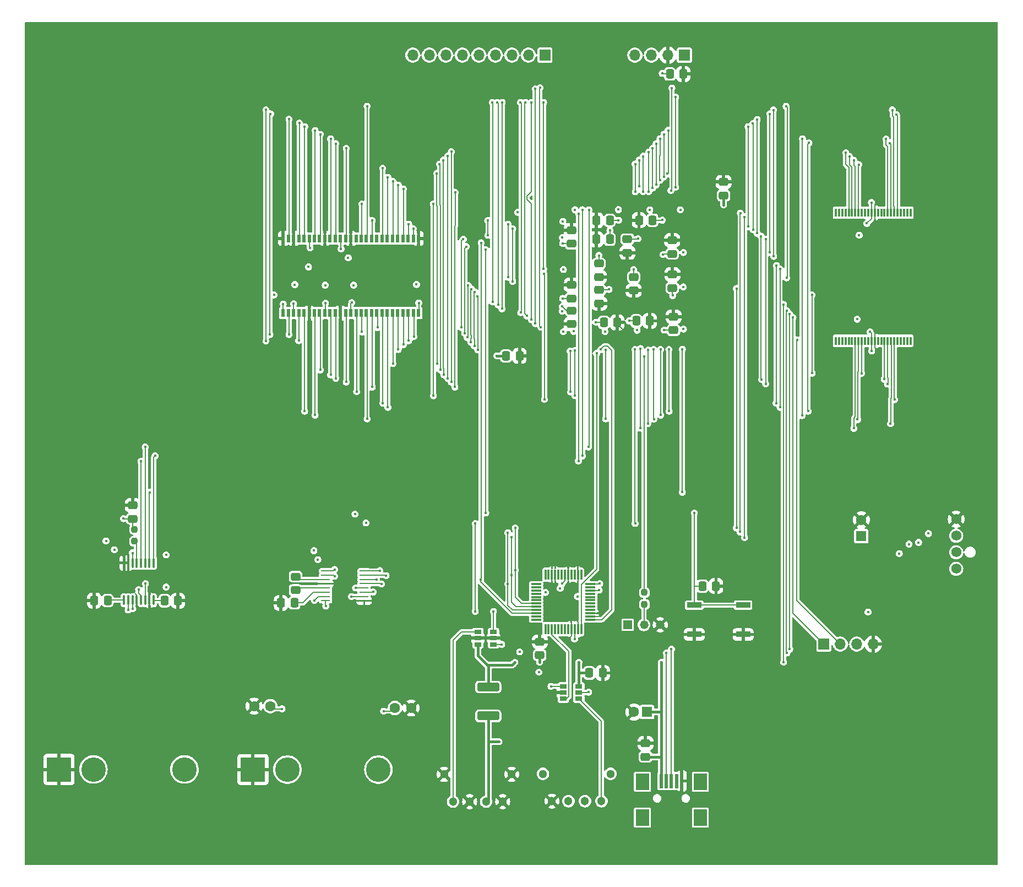
<source format=gtl>
G04 #@! TF.GenerationSoftware,KiCad,Pcbnew,8.0.5*
G04 #@! TF.CreationDate,2024-11-21T15:10:05-05:00*
G04 #@! TF.ProjectId,PCB_Order3,5043425f-4f72-4646-9572-332e6b696361,rev?*
G04 #@! TF.SameCoordinates,Original*
G04 #@! TF.FileFunction,Copper,L1,Top*
G04 #@! TF.FilePolarity,Positive*
%FSLAX46Y46*%
G04 Gerber Fmt 4.6, Leading zero omitted, Abs format (unit mm)*
G04 Created by KiCad (PCBNEW 8.0.5) date 2024-11-21 15:10:05*
%MOMM*%
%LPD*%
G01*
G04 APERTURE LIST*
G04 Aperture macros list*
%AMRoundRect*
0 Rectangle with rounded corners*
0 $1 Rounding radius*
0 $2 $3 $4 $5 $6 $7 $8 $9 X,Y pos of 4 corners*
0 Add a 4 corners polygon primitive as box body*
4,1,4,$2,$3,$4,$5,$6,$7,$8,$9,$2,$3,0*
0 Add four circle primitives for the rounded corners*
1,1,$1+$1,$2,$3*
1,1,$1+$1,$4,$5*
1,1,$1+$1,$6,$7*
1,1,$1+$1,$8,$9*
0 Add four rect primitives between the rounded corners*
20,1,$1+$1,$2,$3,$4,$5,0*
20,1,$1+$1,$4,$5,$6,$7,0*
20,1,$1+$1,$6,$7,$8,$9,0*
20,1,$1+$1,$8,$9,$2,$3,0*%
G04 Aperture macros list end*
G04 #@! TA.AperFunction,SMDPad,CuDef*
%ADD10RoundRect,0.250000X0.337500X0.475000X-0.337500X0.475000X-0.337500X-0.475000X0.337500X-0.475000X0*%
G04 #@! TD*
G04 #@! TA.AperFunction,ComponentPad*
%ADD11C,1.303000*%
G04 #@! TD*
G04 #@! TA.AperFunction,ComponentPad*
%ADD12C,1.300000*%
G04 #@! TD*
G04 #@! TA.AperFunction,SMDPad,CuDef*
%ADD13RoundRect,0.250000X0.475000X-0.337500X0.475000X0.337500X-0.475000X0.337500X-0.475000X-0.337500X0*%
G04 #@! TD*
G04 #@! TA.AperFunction,SMDPad,CuDef*
%ADD14RoundRect,0.035000X-0.745000X-0.105000X0.745000X-0.105000X0.745000X0.105000X-0.745000X0.105000X0*%
G04 #@! TD*
G04 #@! TA.AperFunction,SMDPad,CuDef*
%ADD15RoundRect,0.035000X-0.105000X-0.745000X0.105000X-0.745000X0.105000X0.745000X-0.105000X0.745000X0*%
G04 #@! TD*
G04 #@! TA.AperFunction,SMDPad,CuDef*
%ADD16RoundRect,0.250000X-0.475000X0.337500X-0.475000X-0.337500X0.475000X-0.337500X0.475000X0.337500X0*%
G04 #@! TD*
G04 #@! TA.AperFunction,SMDPad,CuDef*
%ADD17R,1.100000X0.650001*%
G04 #@! TD*
G04 #@! TA.AperFunction,SMDPad,CuDef*
%ADD18RoundRect,0.250000X-0.337500X-0.475000X0.337500X-0.475000X0.337500X0.475000X-0.337500X0.475000X0*%
G04 #@! TD*
G04 #@! TA.AperFunction,ComponentPad*
%ADD19R,1.700000X1.700000*%
G04 #@! TD*
G04 #@! TA.AperFunction,ComponentPad*
%ADD20O,1.700000X1.700000*%
G04 #@! TD*
G04 #@! TA.AperFunction,ComponentPad*
%ADD21C,1.600000*%
G04 #@! TD*
G04 #@! TA.AperFunction,SMDPad,CuDef*
%ADD22R,2.209800X0.863600*%
G04 #@! TD*
G04 #@! TA.AperFunction,SMDPad,CuDef*
%ADD23R,0.300000X1.300000*%
G04 #@! TD*
G04 #@! TA.AperFunction,SMDPad,CuDef*
%ADD24RoundRect,0.100000X0.100000X-0.637500X0.100000X0.637500X-0.100000X0.637500X-0.100000X-0.637500X0*%
G04 #@! TD*
G04 #@! TA.AperFunction,ComponentPad*
%ADD25C,1.574800*%
G04 #@! TD*
G04 #@! TA.AperFunction,ComponentPad*
%ADD26R,1.600000X1.600000*%
G04 #@! TD*
G04 #@! TA.AperFunction,SMDPad,CuDef*
%ADD27R,0.500000X2.250000*%
G04 #@! TD*
G04 #@! TA.AperFunction,SMDPad,CuDef*
%ADD28R,2.000000X2.500000*%
G04 #@! TD*
G04 #@! TA.AperFunction,SMDPad,CuDef*
%ADD29RoundRect,0.250000X-1.450000X0.400000X-1.450000X-0.400000X1.450000X-0.400000X1.450000X0.400000X0*%
G04 #@! TD*
G04 #@! TA.AperFunction,SMDPad,CuDef*
%ADD30RoundRect,0.237500X0.237500X-0.250000X0.237500X0.250000X-0.237500X0.250000X-0.237500X-0.250000X0*%
G04 #@! TD*
G04 #@! TA.AperFunction,SMDPad,CuDef*
%ADD31R,1.409700X0.254000*%
G04 #@! TD*
G04 #@! TA.AperFunction,ComponentPad*
%ADD32R,1.320800X1.320800*%
G04 #@! TD*
G04 #@! TA.AperFunction,ComponentPad*
%ADD33C,1.320800*%
G04 #@! TD*
G04 #@! TA.AperFunction,ComponentPad*
%ADD34R,3.765000X3.765000*%
G04 #@! TD*
G04 #@! TA.AperFunction,ComponentPad*
%ADD35C,3.765000*%
G04 #@! TD*
G04 #@! TA.AperFunction,SMDPad,CuDef*
%ADD36R,0.600000X1.295000*%
G04 #@! TD*
G04 #@! TA.AperFunction,ViaPad*
%ADD37C,0.550000*%
G04 #@! TD*
G04 #@! TA.AperFunction,ViaPad*
%ADD38C,0.450000*%
G04 #@! TD*
G04 #@! TA.AperFunction,Conductor*
%ADD39C,0.400000*%
G04 #@! TD*
G04 #@! TA.AperFunction,Conductor*
%ADD40C,0.200000*%
G04 #@! TD*
G04 APERTURE END LIST*
D10*
X173575000Y-51600000D03*
X171500000Y-51600000D03*
D11*
X164680000Y-140850000D03*
X167220000Y-140850000D03*
X169760000Y-140850000D03*
X172300000Y-140850000D03*
D12*
X173690000Y-136650000D03*
X163290000Y-136650000D03*
D13*
X183375000Y-68462500D03*
X183375000Y-66387500D03*
D14*
X162245000Y-107475000D03*
X162245000Y-107975000D03*
X162245000Y-108475000D03*
X162245000Y-108975000D03*
X162245000Y-109475000D03*
X162245000Y-109975000D03*
X162245000Y-110475000D03*
X162245000Y-110975000D03*
X162245000Y-111475000D03*
X162245000Y-111975000D03*
X162245000Y-112475000D03*
X162245000Y-112975000D03*
D15*
X163675000Y-114405000D03*
X164175000Y-114405000D03*
X164675000Y-114405000D03*
X165175000Y-114405000D03*
X165675000Y-114405000D03*
X166175000Y-114405000D03*
X166675000Y-114405000D03*
X167175000Y-114405000D03*
X167675000Y-114405000D03*
X168175000Y-114405000D03*
X168675000Y-114405000D03*
X169175000Y-114405000D03*
D14*
X170605000Y-112975000D03*
X170605000Y-112475000D03*
X170605000Y-111975000D03*
X170605000Y-111475000D03*
X170605000Y-110975000D03*
X170605000Y-110475000D03*
X170605000Y-109975000D03*
X170605000Y-109475000D03*
X170605000Y-108975000D03*
X170605000Y-108475000D03*
X170605000Y-107975000D03*
X170605000Y-107475000D03*
D15*
X169175000Y-106045000D03*
X168675000Y-106045000D03*
X168175000Y-106045000D03*
X167675000Y-106045000D03*
X167175000Y-106045000D03*
X166675000Y-106045000D03*
X166175000Y-106045000D03*
X165675000Y-106045000D03*
X165175000Y-106045000D03*
X164675000Y-106045000D03*
X164175000Y-106045000D03*
X163675000Y-106045000D03*
D16*
X171900000Y-58237500D03*
X171900000Y-60312500D03*
D17*
X166425000Y-123199999D03*
X166425000Y-124150000D03*
X166425000Y-125099998D03*
X168825000Y-125099998D03*
X168825000Y-124150000D03*
X168825000Y-123199999D03*
D18*
X105112500Y-110050000D03*
X107187500Y-110050000D03*
D16*
X177250000Y-60312500D03*
X177250000Y-62387500D03*
D19*
X206480000Y-116710000D03*
D20*
X209020000Y-116710000D03*
X211560000Y-116710000D03*
X214100000Y-116710000D03*
D21*
X140540000Y-126530000D03*
X143040000Y-126530000D03*
D16*
X162800000Y-116337500D03*
X162800000Y-118412500D03*
D11*
X149480000Y-140925000D03*
X152020000Y-140925000D03*
X154560000Y-140925000D03*
X157100000Y-140925000D03*
D12*
X148090000Y-136725000D03*
X158490000Y-136725000D03*
D13*
X125250000Y-108412500D03*
X125250000Y-106337500D03*
D22*
X186578500Y-110724999D03*
X194071500Y-110724999D03*
X186578500Y-115225001D03*
X194071500Y-115225001D03*
D13*
X191070000Y-47777500D03*
X191070000Y-45702500D03*
D16*
X176275000Y-54487500D03*
X176275000Y-56562500D03*
D10*
X173587500Y-54500000D03*
X171512500Y-54500000D03*
D23*
X208320000Y-70115000D03*
X208820000Y-70115000D03*
X209320000Y-70115000D03*
X209820000Y-70115000D03*
X210320000Y-70115000D03*
X210820000Y-70115000D03*
X211320000Y-70115000D03*
X211820000Y-70115000D03*
X212320000Y-70115000D03*
X212820000Y-70115000D03*
X213320000Y-70115000D03*
X213820000Y-70115000D03*
X214320000Y-70115000D03*
X214820000Y-70115000D03*
X215320000Y-70115000D03*
X215820000Y-70115000D03*
X216320000Y-70115000D03*
X216820000Y-70115000D03*
X217320000Y-70115000D03*
X217820000Y-70115000D03*
X218320000Y-70115000D03*
X218820000Y-70115000D03*
X219320000Y-70115000D03*
X219820000Y-70115000D03*
X219820000Y-50415000D03*
X219320000Y-50415000D03*
X218820000Y-50415000D03*
X218320000Y-50415000D03*
X217820000Y-50415000D03*
X217320000Y-50415000D03*
X216820000Y-50415000D03*
X216320000Y-50415000D03*
X215820000Y-50415000D03*
X215320000Y-50415000D03*
X214820000Y-50415000D03*
X214320000Y-50415000D03*
X213820000Y-50415000D03*
X213320000Y-50415000D03*
X212820000Y-50415000D03*
X212320000Y-50415000D03*
X211820000Y-50415000D03*
X211320000Y-50415000D03*
X210820000Y-50415000D03*
X210320000Y-50415000D03*
X209820000Y-50415000D03*
X209320000Y-50415000D03*
X208820000Y-50415000D03*
X208320000Y-50415000D03*
D24*
X98875000Y-109972500D03*
X99525000Y-109972500D03*
X100175000Y-109972500D03*
X100825000Y-109972500D03*
X101475000Y-109972500D03*
X102125000Y-109972500D03*
X102775000Y-109972500D03*
X103425000Y-109972500D03*
X103425000Y-104247500D03*
X102775000Y-104247500D03*
X102125000Y-104247500D03*
X101475000Y-104247500D03*
X100825000Y-104247500D03*
X100175000Y-104247500D03*
X99525000Y-104247500D03*
X98875000Y-104247500D03*
D25*
X226836150Y-97523400D03*
X226836150Y-100063400D03*
X226836150Y-102603400D03*
X226836150Y-105143400D03*
D26*
X179295113Y-127150000D03*
D21*
X177295113Y-127150000D03*
D13*
X183200000Y-61987500D03*
X183200000Y-59912500D03*
D26*
X212251150Y-100120780D03*
D21*
X212251150Y-97620780D03*
D18*
X177662500Y-67050000D03*
X179737500Y-67050000D03*
D27*
X181450000Y-137750000D03*
X182250000Y-137750000D03*
X183050000Y-137750000D03*
X183850000Y-137750000D03*
X184650000Y-137750000D03*
D28*
X178600000Y-137875000D03*
X187500000Y-137875000D03*
X178600000Y-143375000D03*
X187500000Y-143375000D03*
D18*
X157615000Y-72420000D03*
X159690000Y-72420000D03*
D29*
X154890000Y-123305000D03*
X154890000Y-127755000D03*
D30*
X178900000Y-110612500D03*
X178900000Y-108787500D03*
D13*
X183175000Y-56737500D03*
X183175000Y-54662500D03*
D30*
X100500000Y-100912500D03*
X100500000Y-99087500D03*
D31*
X135777750Y-110034951D03*
X135777750Y-109384965D03*
X135777750Y-108734979D03*
X135777750Y-108084993D03*
X135777750Y-107435007D03*
X135777750Y-106785021D03*
X135777750Y-106135035D03*
X135777750Y-105485049D03*
X129872250Y-105485049D03*
X129872250Y-106135035D03*
X129872250Y-106785021D03*
X129872250Y-107435007D03*
X129872250Y-108084993D03*
X129872250Y-108734979D03*
X129872250Y-109384965D03*
X129872250Y-110034951D03*
D10*
X96362500Y-110025000D03*
X94287500Y-110025000D03*
D32*
X176325000Y-113750000D03*
D33*
X178825000Y-113750000D03*
X181325000Y-113750000D03*
D13*
X171950000Y-64362500D03*
X171950000Y-62287500D03*
D34*
X88875000Y-135975000D03*
D35*
X94175000Y-135975000D03*
X108175000Y-135975000D03*
D13*
X167725000Y-55187500D03*
X167725000Y-53112500D03*
D34*
X118700000Y-136000000D03*
D35*
X124000000Y-136000000D03*
X138000000Y-136000000D03*
D10*
X125087500Y-110375000D03*
X123012500Y-110375000D03*
D18*
X172662500Y-67275000D03*
X174737500Y-67275000D03*
D13*
X100225000Y-97462500D03*
X100225000Y-95387500D03*
X167700000Y-63587500D03*
X167700000Y-61512500D03*
D16*
X167700000Y-65462500D03*
X167700000Y-67537500D03*
D18*
X170412500Y-121150000D03*
X172487500Y-121150000D03*
D21*
X121380000Y-126250000D03*
X118880000Y-126250000D03*
D10*
X180137500Y-51575000D03*
X178062500Y-51575000D03*
D19*
X163600000Y-26200000D03*
D20*
X161060000Y-26200000D03*
X158520000Y-26200000D03*
X155980000Y-26200000D03*
X153440000Y-26200000D03*
X150900000Y-26200000D03*
X148360000Y-26200000D03*
X145820000Y-26200000D03*
X143280000Y-26200000D03*
D19*
X185050000Y-26200000D03*
D20*
X182510000Y-26200000D03*
X179970000Y-26200000D03*
X177430000Y-26200000D03*
D17*
X155700000Y-116750001D03*
X155700000Y-115800000D03*
X155700000Y-114850002D03*
X153300000Y-114850002D03*
X153300000Y-115800000D03*
X153300000Y-116750001D03*
D36*
X123350000Y-65841000D03*
X124150000Y-65841000D03*
X124950000Y-65841000D03*
X125750000Y-65841000D03*
X126550000Y-65841000D03*
X127350000Y-65841000D03*
X128150000Y-65841000D03*
X128950000Y-65841000D03*
X129750000Y-65841000D03*
X130550000Y-65841000D03*
X131350000Y-65841000D03*
X132150000Y-65841000D03*
X132950000Y-65841000D03*
X133750000Y-65841000D03*
X134550000Y-65841000D03*
X135350000Y-65841000D03*
X136150000Y-65841000D03*
X136950000Y-65841000D03*
X137750000Y-65841000D03*
X138550000Y-65841000D03*
X139350000Y-65841000D03*
X140150000Y-65841000D03*
X140950000Y-65841000D03*
X141750000Y-65841000D03*
X142550000Y-65841000D03*
X143350000Y-65841000D03*
X144150000Y-65841000D03*
X144150000Y-54385000D03*
X143350000Y-54385000D03*
X142550000Y-54385000D03*
X141750000Y-54385000D03*
X140950000Y-54385000D03*
X140150000Y-54385000D03*
X139350000Y-54385000D03*
X138550000Y-54385000D03*
X137750000Y-54385000D03*
X136950000Y-54385000D03*
X136150000Y-54385000D03*
X135350000Y-54385000D03*
X134550000Y-54385000D03*
X133750000Y-54385000D03*
X132950000Y-54385000D03*
X132150000Y-54385000D03*
X131350000Y-54385000D03*
X130550000Y-54385000D03*
X129750000Y-54385000D03*
X128950000Y-54385000D03*
X128150000Y-54385000D03*
X127350000Y-54385000D03*
X126550000Y-54385000D03*
X125750000Y-54385000D03*
X124950000Y-54385000D03*
X124150000Y-54385000D03*
X123350000Y-54385000D03*
D10*
X184887500Y-29100000D03*
X182812500Y-29100000D03*
D13*
X179070000Y-134027500D03*
X179070000Y-131952500D03*
D18*
X187837500Y-107800000D03*
X189912500Y-107800000D03*
D37*
X220210000Y-28620000D03*
X203480000Y-143020000D03*
X222700000Y-129610000D03*
X97380000Y-31570000D03*
X111570000Y-40730000D03*
X96530000Y-75100000D03*
X114220000Y-68390000D03*
X92890000Y-50100000D03*
X92880000Y-49300000D03*
D38*
X162775000Y-119500000D03*
X181500000Y-119500000D03*
X158975000Y-119500000D03*
X181500000Y-135600000D03*
X168825000Y-119500000D03*
X102825000Y-93400000D03*
X184725000Y-93375000D03*
X184725000Y-71400000D03*
X166325000Y-63600000D03*
X219591150Y-101348400D03*
X134187500Y-61550000D03*
X159725000Y-117900000D03*
X105350000Y-103000000D03*
X100175000Y-102700000D03*
X177925000Y-54400000D03*
X174920000Y-51570000D03*
X213100000Y-52060000D03*
X131275000Y-105250000D03*
X176550000Y-67050000D03*
X96110000Y-100870000D03*
X133900000Y-64225000D03*
X166250000Y-54250000D03*
X134475000Y-108075000D03*
X168600000Y-109400000D03*
X166450000Y-59150000D03*
X105350000Y-107950000D03*
X144200000Y-64275000D03*
X179725000Y-49985000D03*
X143850000Y-61450000D03*
X171900000Y-56975000D03*
X121950000Y-63050000D03*
X127250000Y-58750000D03*
X129812500Y-61550000D03*
X132250000Y-55975000D03*
X221061150Y-101088400D03*
X128675000Y-103725000D03*
X156190000Y-72400000D03*
X102175000Y-107400000D03*
X164525000Y-123200000D03*
X171450000Y-67250000D03*
X211920000Y-53880000D03*
X168200000Y-49960000D03*
X170325000Y-124100000D03*
X213595000Y-68705000D03*
X127475000Y-55800000D03*
X131275000Y-106275000D03*
X128070000Y-102350000D03*
X166280000Y-64830000D03*
X166250000Y-65534999D03*
X162675000Y-121025000D03*
X171950000Y-108425000D03*
X166350000Y-51760000D03*
X163700000Y-108775000D03*
X98775000Y-97425000D03*
X213290000Y-111790000D03*
X156950000Y-116750001D03*
X184900000Y-68300000D03*
X172850000Y-68675000D03*
X165950000Y-108150000D03*
X184875000Y-61825000D03*
X222581150Y-99728400D03*
X218091150Y-102818400D03*
X177250000Y-59150000D03*
X136075000Y-98100000D03*
X173600000Y-53150000D03*
X174890000Y-49940000D03*
X168025000Y-68650000D03*
X125137500Y-61462500D03*
X211620000Y-66780000D03*
X181950000Y-68450000D03*
X181650000Y-51550000D03*
X133350000Y-57350000D03*
X134390000Y-96730000D03*
X181630000Y-29000000D03*
X213840000Y-71670000D03*
X173450000Y-62200000D03*
X166425000Y-68700000D03*
X183250000Y-63150000D03*
X159400000Y-50360000D03*
X172025000Y-107425000D03*
X181750000Y-56850000D03*
X184425000Y-49975000D03*
X177775000Y-68475000D03*
X213810000Y-48850000D03*
X124950000Y-64425000D03*
X97390000Y-102220000D03*
X166325000Y-55150000D03*
X129850000Y-64325000D03*
X166210000Y-107430000D03*
X184900000Y-56525000D03*
X191070000Y-49210000D03*
X168160000Y-115940000D03*
X123350000Y-64450000D03*
X103650000Y-87785000D03*
X169375000Y-87785000D03*
X169375000Y-49960000D03*
X101125000Y-108325000D03*
X99502775Y-111477223D03*
X101475000Y-88610000D03*
X168750000Y-88560000D03*
X168800000Y-50585000D03*
X102125000Y-86435000D03*
X170312500Y-86422500D03*
X170375000Y-49985000D03*
X121850000Y-60960000D03*
X198570000Y-123040000D03*
X168650000Y-104600000D03*
X168420000Y-107530000D03*
X177570000Y-131900000D03*
X178030000Y-49980000D03*
X101550000Y-111450000D03*
X172250000Y-110975000D03*
X191900000Y-67625000D03*
X167170000Y-115960000D03*
X164250000Y-116275000D03*
X100260000Y-108610000D03*
X131000000Y-103930000D03*
X127150000Y-61450000D03*
X131300000Y-107450000D03*
X98790000Y-95390000D03*
X172470000Y-122710000D03*
X132340000Y-67790000D03*
X189590000Y-45680000D03*
X167750000Y-51750000D03*
X159740000Y-73910000D03*
X131887500Y-61650000D03*
X92820000Y-102210000D03*
X174750000Y-56625000D03*
X167180000Y-104480000D03*
X173995727Y-47263513D03*
X177260000Y-63880000D03*
X187950000Y-55550000D03*
X130050000Y-58750000D03*
X171510000Y-56030000D03*
X94040000Y-100870000D03*
X107170000Y-108540000D03*
X133730000Y-52620000D03*
X183250000Y-58650000D03*
X123010000Y-111880000D03*
X166410000Y-60900000D03*
X133850000Y-55650000D03*
X167250000Y-112900000D03*
X161425000Y-48110000D03*
X162575000Y-126200000D03*
X131120000Y-98080000D03*
X121970000Y-54390000D03*
X160970000Y-124630000D03*
X132320000Y-99440000D03*
X216820000Y-53780000D03*
X141730000Y-61570000D03*
X140400000Y-110110000D03*
X174750000Y-65850000D03*
X128320000Y-107440000D03*
X218081150Y-97958400D03*
X219561150Y-97688400D03*
X214780000Y-71620000D03*
X169790000Y-130280000D03*
X167325000Y-111550000D03*
X172105913Y-112380913D03*
X214750000Y-48890000D03*
X184975000Y-67275000D03*
X141670000Y-108730000D03*
X184900000Y-30420000D03*
X107420000Y-107890000D03*
X173375000Y-64400000D03*
X165100000Y-124125000D03*
X184875000Y-60525000D03*
X108500000Y-110050000D03*
X103000000Y-108400000D03*
X123275000Y-59650000D03*
X128170000Y-100290000D03*
X191050000Y-44330000D03*
X123375000Y-55850000D03*
X222641150Y-97658400D03*
X166250000Y-47750000D03*
X108740000Y-104550000D03*
X166280000Y-61620000D03*
X179060000Y-130530000D03*
X123970000Y-103690000D03*
X121650000Y-110360000D03*
X94160000Y-106690000D03*
X171525000Y-50150000D03*
X171940000Y-65750000D03*
X107410000Y-103160000D03*
X173650000Y-49850000D03*
X100240000Y-94070000D03*
X154510000Y-115800000D03*
X161070000Y-72420000D03*
X92910000Y-110030000D03*
X214519448Y-51926175D03*
X137300000Y-62875000D03*
X165200000Y-107400000D03*
X125250000Y-58750000D03*
X98500000Y-102975000D03*
X168250000Y-131875000D03*
X199940000Y-124230000D03*
X166450000Y-67537500D03*
X132300000Y-96750000D03*
X128620000Y-57280000D03*
X94050000Y-103590000D03*
X215110000Y-65350000D03*
X140700000Y-63000000D03*
X179730000Y-65570000D03*
X219591150Y-99298400D03*
X184750000Y-55150000D03*
X132270000Y-102580000D03*
X163800000Y-111475000D03*
X132225000Y-64325000D03*
X186130000Y-29110000D03*
X137270000Y-110060000D03*
X190375000Y-116350000D03*
X181560000Y-54690000D03*
X159720000Y-113370000D03*
X164350000Y-48150000D03*
X168350000Y-113000000D03*
X174670000Y-71580000D03*
X127470000Y-67650000D03*
X216440000Y-66770000D03*
X183350000Y-65150000D03*
X177890000Y-56540000D03*
X176850000Y-51550000D03*
X173600000Y-60250000D03*
X168600000Y-111025000D03*
X99430339Y-102610641D03*
X171475000Y-53050000D03*
X92930000Y-108040000D03*
X129750000Y-56000000D03*
X181750000Y-66360000D03*
X151850000Y-115800000D03*
X107190000Y-111470000D03*
X178850000Y-62350000D03*
X172150000Y-111850000D03*
X161320000Y-116320000D03*
X189930000Y-106210000D03*
X179560000Y-68350000D03*
X188150000Y-61200000D03*
X186200000Y-44160000D03*
X190630000Y-69100000D03*
X164525000Y-107375000D03*
X175730000Y-68540000D03*
X136270000Y-61440000D03*
X130900000Y-100280000D03*
X192660000Y-45660000D03*
X166460000Y-53060000D03*
X167200000Y-107450000D03*
X129760000Y-52580000D03*
X125150000Y-52570000D03*
X123840000Y-57190000D03*
X125180000Y-102380000D03*
X214620000Y-68630000D03*
X144250000Y-56025000D03*
X167700000Y-60300000D03*
X191375000Y-107800000D03*
X125200000Y-105060000D03*
X161340000Y-114670000D03*
X94280000Y-111470000D03*
X129560000Y-99080000D03*
X181560000Y-59920000D03*
X180710000Y-131960000D03*
X221041150Y-96298400D03*
X123000000Y-108910000D03*
X183910000Y-139860000D03*
X166950000Y-49950000D03*
X145540000Y-54370000D03*
X125012500Y-55812500D03*
X157175000Y-115800000D03*
X173900000Y-121200000D03*
X180950000Y-67050000D03*
X127450000Y-64325000D03*
X178655736Y-49940736D03*
X174450000Y-68650000D03*
X108780000Y-106550000D03*
X183150000Y-53450000D03*
X184640000Y-135520000D03*
X135800000Y-110920000D03*
X216541150Y-99288400D03*
X159680000Y-70950000D03*
X215400000Y-55230000D03*
X165620000Y-112850000D03*
X100225000Y-111275000D03*
X154500000Y-96560000D03*
X186575000Y-96560000D03*
X154500000Y-56110001D03*
X138800000Y-127010000D03*
X137200000Y-108700000D03*
X159050000Y-105375000D03*
X159050000Y-98875000D03*
X193050000Y-62075000D03*
X138225000Y-105425000D03*
X193050000Y-98850000D03*
X153800000Y-55050000D03*
X137675000Y-106800000D03*
X153700000Y-106800000D03*
X193650000Y-50475000D03*
X157900000Y-99600000D03*
X157900000Y-107450000D03*
X193600000Y-99475000D03*
X138475000Y-107475000D03*
X123170000Y-126660000D03*
X139175000Y-106175000D03*
X158475000Y-106125000D03*
X194300000Y-51050000D03*
X194300000Y-100350000D03*
X158475000Y-100275000D03*
X133850000Y-109400000D03*
X128150000Y-110000000D03*
X129900000Y-110875000D03*
X198175000Y-35225000D03*
X198175000Y-56525000D03*
X217645000Y-35355000D03*
X121310000Y-69150000D03*
X124250000Y-69140000D03*
X121410000Y-35225000D03*
X210445000Y-41765000D03*
X148650000Y-75860000D03*
X178700000Y-41735000D03*
X178700000Y-47185000D03*
X131450000Y-75860000D03*
X148650000Y-41700000D03*
X178275000Y-83525000D03*
X178275000Y-71300000D03*
X211095000Y-83555000D03*
X179550000Y-41085000D03*
X179550000Y-47160000D03*
X209863388Y-41190000D03*
X149200000Y-41050000D03*
X149200000Y-76435000D03*
X133050000Y-76435000D03*
X120700000Y-70120000D03*
X217020000Y-34630000D03*
X120700000Y-34620000D03*
X125740000Y-70080000D03*
X198775000Y-57125000D03*
X198750000Y-34625000D03*
X211670000Y-82205000D03*
X180350000Y-82125000D03*
X180325000Y-71425000D03*
X178100000Y-42335000D03*
X211095000Y-42365000D03*
X178100000Y-46335000D03*
X130650000Y-75335000D03*
X148000000Y-42335000D03*
X148050000Y-75335000D03*
X179450000Y-82800000D03*
X179475000Y-71525000D03*
X216745000Y-82830000D03*
X211845000Y-43015000D03*
X129050000Y-74585000D03*
X177475000Y-42935000D03*
X177500000Y-47210000D03*
X147400000Y-42950000D03*
X147550000Y-74585000D03*
X216270000Y-76755000D03*
X197550000Y-54500000D03*
X197550000Y-76725000D03*
X212295000Y-75105000D03*
X204700000Y-75075000D03*
X204650000Y-63050000D03*
X163525000Y-79110000D03*
X163453435Y-59808096D03*
X217370000Y-79140000D03*
X128250000Y-81525000D03*
X203200000Y-39050000D03*
X181375000Y-71425000D03*
X203150000Y-81600000D03*
X216045000Y-39105000D03*
X181400000Y-81525000D03*
X196850000Y-54025000D03*
X196925000Y-76050000D03*
X215770000Y-76005000D03*
X216620000Y-39730000D03*
X126650000Y-80925000D03*
X204065000Y-80925000D03*
X182675000Y-71450000D03*
X204200000Y-39700000D03*
X182700000Y-80925000D03*
X151650000Y-69585000D03*
X151809128Y-61614040D03*
X143450000Y-69460000D03*
X182975000Y-47010000D03*
X183125000Y-31250000D03*
X139450000Y-44985000D03*
X181900000Y-38360000D03*
X129050000Y-38360000D03*
X181875000Y-44935000D03*
X181300000Y-39060000D03*
X130650000Y-39060000D03*
X181300000Y-45435000D03*
X168225000Y-71600000D03*
X146450000Y-78550000D03*
X146427085Y-49075000D03*
X135450000Y-49075000D03*
X168225000Y-78535000D03*
X141050000Y-46150000D03*
X152300000Y-62150000D03*
X152200000Y-70325000D03*
X142650000Y-70085000D03*
X152800000Y-62600000D03*
X152750000Y-70900000D03*
X141850000Y-70685000D03*
X154850000Y-53900000D03*
X137050000Y-51610000D03*
X154800000Y-51610000D03*
X196225000Y-53575000D03*
X124250000Y-36025000D03*
X196225000Y-36100000D03*
X153275000Y-71500000D03*
X153250000Y-63300000D03*
X141050000Y-71435000D03*
X141860000Y-46760000D03*
X180150000Y-46635000D03*
X180150000Y-40510000D03*
X133050000Y-40535000D03*
X199750000Y-59075000D03*
X139450000Y-80325000D03*
X199750000Y-80325000D03*
X140250000Y-45585000D03*
X182450000Y-44435654D03*
X128250000Y-37785000D03*
X182550000Y-37760000D03*
X195575000Y-36700000D03*
X125850000Y-36625000D03*
X195600000Y-53025000D03*
X149750000Y-77210000D03*
X149800000Y-47300000D03*
X137050000Y-77210000D03*
X137850000Y-68060000D03*
X150775000Y-68060000D03*
X151043332Y-54475000D03*
X180725000Y-46135000D03*
X131450000Y-39810000D03*
X180700000Y-39810000D03*
X143350000Y-52885000D03*
X158650000Y-52885000D03*
X158635533Y-60964467D03*
X167477588Y-71662285D03*
X167550000Y-77960000D03*
X134650000Y-77925000D03*
X199150000Y-79685000D03*
X199200000Y-58535000D03*
X138650000Y-79685000D03*
X142650000Y-52185000D03*
X157950000Y-60350000D03*
X157950000Y-52185000D03*
X135425000Y-68735000D03*
X151250000Y-68935000D03*
X151500000Y-55625000D03*
X136250000Y-34050000D03*
X200680000Y-34050000D03*
X200780000Y-60430000D03*
X172925000Y-82100000D03*
X172925000Y-71475000D03*
X136250000Y-82100000D03*
X126660000Y-37185000D03*
X194850000Y-37185000D03*
X194875000Y-52550000D03*
X146950000Y-44385000D03*
X147000000Y-73585000D03*
X140250000Y-73585000D03*
X202364522Y-69947500D03*
X171545758Y-72015153D03*
X201746827Y-66535000D03*
X172175552Y-71446175D03*
X155675000Y-111700000D03*
X177475000Y-98175000D03*
X177450000Y-71425000D03*
X152900000Y-98175000D03*
X152875000Y-111675000D03*
X183700000Y-32650000D03*
X183700000Y-46494468D03*
X160825000Y-66285000D03*
X160600000Y-33475000D03*
X178850000Y-72550000D03*
X200300000Y-64535001D03*
X200300000Y-119500000D03*
X201250000Y-117475000D03*
X201246827Y-66010000D03*
X183050000Y-117500000D03*
X159849997Y-33475000D03*
X159875000Y-65770542D03*
X182275000Y-118075000D03*
X200825000Y-65510000D03*
X200825000Y-118075000D03*
X162125000Y-67460000D03*
X162125000Y-31400000D03*
X157025000Y-33475000D03*
X157000000Y-65185000D03*
X161550000Y-66869370D03*
X161550000Y-33475000D03*
X156425000Y-64585000D03*
X156274997Y-33475000D03*
X138650000Y-43585000D03*
X155524994Y-33475000D03*
X155550000Y-64110000D03*
X156540000Y-131710000D03*
X162950000Y-67985000D03*
X162851000Y-31211778D03*
X163400000Y-59060000D03*
X163400000Y-33475000D03*
D39*
X154890000Y-123305000D02*
X154890000Y-120090000D01*
X181500000Y-133990000D02*
X181500000Y-135600000D01*
X153300000Y-118500000D02*
X153300000Y-116750001D01*
X181500000Y-133600000D02*
X181500000Y-133990000D01*
D40*
X168850000Y-121150000D02*
X168825000Y-121125000D01*
X154890000Y-120090000D02*
X154750000Y-119950000D01*
D39*
X170412500Y-121150000D02*
X168850000Y-121150000D01*
X168825000Y-121125000D02*
X168825000Y-119500000D01*
X179295113Y-127150000D02*
X181450000Y-127150000D01*
X158525000Y-119950000D02*
X154750000Y-119950000D01*
X162800000Y-118412500D02*
X162800000Y-119475000D01*
X158975000Y-119500000D02*
X158525000Y-119950000D01*
X181500000Y-127200000D02*
X181500000Y-133600000D01*
X162800000Y-119475000D02*
X162775000Y-119500000D01*
X168825000Y-123199999D02*
X168825000Y-121125000D01*
X154750000Y-119950000D02*
X153300000Y-118500000D01*
X179070000Y-134027500D02*
X181462500Y-134027500D01*
D40*
X181500000Y-137700000D02*
X181450000Y-137750000D01*
D39*
X181450000Y-127150000D02*
X181500000Y-127200000D01*
X181462500Y-134027500D02*
X181500000Y-133990000D01*
X181500000Y-135600000D02*
X181500000Y-137700000D01*
X181500000Y-119500000D02*
X181500000Y-127200000D01*
D40*
X102825000Y-93400000D02*
X102775000Y-93450000D01*
X102775000Y-93450000D02*
X102775000Y-104247500D01*
X184725000Y-71400000D02*
X184725000Y-93375000D01*
X167700000Y-63587500D02*
X166337500Y-63587500D01*
X166325000Y-55150000D02*
X166362500Y-55187500D01*
X173587500Y-54500000D02*
X173587500Y-53162500D01*
X166362500Y-55187500D02*
X167725000Y-55187500D01*
X181862500Y-56737500D02*
X181750000Y-56850000D01*
X166210000Y-107430000D02*
X166675000Y-106965000D01*
D39*
X191070000Y-47777500D02*
X191070000Y-49210000D01*
D40*
X131135035Y-106135035D02*
X131275000Y-106275000D01*
X181962500Y-68462500D02*
X181950000Y-68450000D01*
X213820000Y-48860000D02*
X213810000Y-48850000D01*
X171900000Y-108475000D02*
X171950000Y-108425000D01*
X164525001Y-123199999D02*
X164525000Y-123200000D01*
X123350000Y-64450000D02*
X123350000Y-65841000D01*
X183200000Y-61987500D02*
X183200000Y-63100000D01*
D39*
X156210000Y-72420000D02*
X156190000Y-72400000D01*
D40*
X166337500Y-63587500D02*
X166325000Y-63600000D01*
X183175000Y-56737500D02*
X181862500Y-56737500D01*
X167700000Y-65462500D02*
X166912500Y-65462500D01*
X213820000Y-51340000D02*
X213100000Y-52060000D01*
X166675000Y-106965000D02*
X166675000Y-106045000D01*
X181730000Y-29100000D02*
X181630000Y-29000000D01*
X174890000Y-51600000D02*
X174920000Y-51570000D01*
X184887500Y-26362500D02*
X185050000Y-26200000D01*
X177837500Y-54487500D02*
X177925000Y-54400000D01*
X171475000Y-67275000D02*
X171450000Y-67250000D01*
X100225000Y-97462500D02*
X100225000Y-98812500D01*
X124950000Y-64425000D02*
X124950000Y-65841000D01*
X172662500Y-67275000D02*
X171475000Y-67275000D01*
X133750000Y-64375000D02*
X133900000Y-64225000D01*
X166912500Y-65462500D02*
X166280000Y-64830000D01*
X144150000Y-65841000D02*
X144200000Y-65791000D01*
X129872250Y-105485049D02*
X131039951Y-105485049D01*
X181625000Y-51575000D02*
X181650000Y-51550000D01*
X183375000Y-68462500D02*
X181962500Y-68462500D01*
X171975000Y-107475000D02*
X172025000Y-107425000D01*
X100225000Y-98812500D02*
X100500000Y-99087500D01*
X213820000Y-50415000D02*
X213820000Y-51340000D01*
X177250000Y-60312500D02*
X177250000Y-59150000D01*
X183200000Y-63100000D02*
X183250000Y-63150000D01*
X213820000Y-71650000D02*
X213840000Y-71670000D01*
X171950000Y-62287500D02*
X173362500Y-62287500D01*
X213820000Y-68930000D02*
X213595000Y-68705000D01*
X132250000Y-54485000D02*
X132250000Y-55975000D01*
X156950000Y-116750001D02*
X155700000Y-116750001D01*
X127350000Y-55675000D02*
X127475000Y-55800000D01*
X100225000Y-97462500D02*
X98812500Y-97462500D01*
X176275000Y-54487500D02*
X177837500Y-54487500D01*
X133750000Y-65841000D02*
X133750000Y-64375000D01*
X170605000Y-108475000D02*
X171900000Y-108475000D01*
X168175000Y-115925000D02*
X168160000Y-115940000D01*
X213820000Y-70115000D02*
X213820000Y-68930000D01*
X213820000Y-50415000D02*
X213820000Y-48860000D01*
X100175000Y-104247500D02*
X100175000Y-102700000D01*
X144200000Y-65791000D02*
X144200000Y-64275000D01*
X132150000Y-54385000D02*
X132250000Y-54485000D01*
X135777750Y-108084993D02*
X134484993Y-108084993D01*
X173587500Y-53162500D02*
X173600000Y-53150000D01*
X213820000Y-70115000D02*
X213820000Y-71650000D01*
X171900000Y-58237500D02*
X171900000Y-56975000D01*
X166425000Y-123199999D02*
X164525001Y-123199999D01*
X170605000Y-107475000D02*
X171975000Y-107475000D01*
X168825000Y-124150000D02*
X170275000Y-124150000D01*
X129750000Y-65841000D02*
X129850000Y-65741000D01*
X102125000Y-107450000D02*
X102175000Y-107400000D01*
X98812500Y-97462500D02*
X98775000Y-97425000D01*
D39*
X157615000Y-72420000D02*
X156210000Y-72420000D01*
D40*
X129850000Y-65741000D02*
X129850000Y-64325000D01*
X131039951Y-105485049D02*
X131275000Y-105250000D01*
X127350000Y-54385000D02*
X127350000Y-55675000D01*
X173362500Y-62287500D02*
X173450000Y-62200000D01*
X177662500Y-67050000D02*
X176550000Y-67050000D01*
X182812500Y-29100000D02*
X181730000Y-29100000D01*
X180137500Y-51575000D02*
X181625000Y-51575000D01*
X170275000Y-124150000D02*
X170325000Y-124100000D01*
X134484993Y-108084993D02*
X134475000Y-108075000D01*
X129872250Y-106135035D02*
X131135035Y-106135035D01*
X173575000Y-51600000D02*
X174890000Y-51600000D01*
X102125000Y-109972500D02*
X102125000Y-107450000D01*
X168175000Y-114405000D02*
X168175000Y-115925000D01*
X169375000Y-87785000D02*
X169375000Y-49960000D01*
X103650000Y-87785000D02*
X103425000Y-88010000D01*
X103425000Y-88010000D02*
X103425000Y-104247500D01*
X101125000Y-108885001D02*
X101475000Y-109235001D01*
X101475000Y-109235001D02*
X101475000Y-109972500D01*
X101125000Y-108325000D02*
X101125000Y-108885001D01*
X99525000Y-111454998D02*
X99502775Y-111477223D01*
X99525000Y-109972500D02*
X99525000Y-111454998D01*
X103502500Y-110050000D02*
X103425000Y-109972500D01*
X105112500Y-110050000D02*
X103502500Y-110050000D01*
X168800000Y-88510000D02*
X168800000Y-50585000D01*
X101475000Y-88610000D02*
X101475000Y-104247500D01*
X168750000Y-88560000D02*
X168800000Y-88510000D01*
X170312500Y-86422500D02*
X170375000Y-86360000D01*
X102125000Y-86435000D02*
X102150000Y-86460000D01*
X102150000Y-86460000D02*
X102150000Y-104222500D01*
X102150000Y-104222500D02*
X102125000Y-104247500D01*
X170375000Y-86360000D02*
X170375000Y-49985000D01*
X98875000Y-109972500D02*
X96415000Y-109972500D01*
X96415000Y-109972500D02*
X96362500Y-110025000D01*
X168650000Y-104600000D02*
X168650000Y-106020000D01*
X164675000Y-107225000D02*
X164525000Y-107375000D01*
X132150000Y-65841000D02*
X132150000Y-67600000D01*
X124950000Y-54385000D02*
X124950000Y-52770000D01*
X171700000Y-111975000D02*
X172025000Y-111975000D01*
D39*
X191070000Y-45702500D02*
X189612500Y-45702500D01*
X167725000Y-53112500D02*
X167725000Y-51775000D01*
D40*
X133850000Y-54485000D02*
X133750000Y-54385000D01*
D39*
X166425000Y-124150000D02*
X165125000Y-124150000D01*
X159690000Y-72420000D02*
X159690000Y-73860000D01*
D40*
X190450000Y-115225001D02*
X194071500Y-115225001D01*
D39*
X184650000Y-139120000D02*
X183910000Y-139860000D01*
D40*
X131285007Y-107435007D02*
X131300000Y-107450000D01*
X132150000Y-65841000D02*
X132225000Y-65766000D01*
X129750000Y-54385000D02*
X129750000Y-52590000D01*
X162800000Y-116337500D02*
X164187500Y-116337500D01*
X132225000Y-65766000D02*
X132225000Y-64325000D01*
X167175000Y-104485000D02*
X167180000Y-104480000D01*
X171950000Y-64362500D02*
X173337500Y-64362500D01*
X183200000Y-58700000D02*
X183250000Y-58650000D01*
X179737500Y-65577500D02*
X179730000Y-65570000D01*
X184887500Y-29100000D02*
X186120000Y-29100000D01*
X123012500Y-111877500D02*
X123010000Y-111880000D01*
X135777750Y-110897750D02*
X135800000Y-110920000D01*
X137244951Y-110034951D02*
X137270000Y-110060000D01*
D39*
X159690000Y-73860000D02*
X159740000Y-73910000D01*
X171500000Y-51600000D02*
X171500000Y-50175000D01*
X159690000Y-70960000D02*
X159680000Y-70950000D01*
D40*
X127350000Y-65841000D02*
X127450000Y-65741000D01*
X167675000Y-114405000D02*
X167675000Y-115455000D01*
X214320000Y-51726727D02*
X214519448Y-51926175D01*
X183200000Y-59912500D02*
X183200000Y-58700000D01*
X123350000Y-54385000D02*
X121975000Y-54385000D01*
X171512500Y-53087500D02*
X171475000Y-53050000D01*
X166387500Y-61512500D02*
X166280000Y-61620000D01*
X167250000Y-112900000D02*
X167675000Y-113325000D01*
X170605000Y-111975000D02*
X171700000Y-111975000D01*
X168350000Y-113000000D02*
X168675000Y-113325000D01*
D39*
X171900000Y-60312500D02*
X173537500Y-60312500D01*
X171500000Y-50175000D02*
X171525000Y-50150000D01*
D40*
X121975000Y-54385000D02*
X121970000Y-54390000D01*
X168675000Y-113325000D02*
X168675000Y-114405000D01*
D39*
X184650000Y-137750000D02*
X184650000Y-135530000D01*
D40*
X123375000Y-54410000D02*
X123350000Y-54385000D01*
X129872250Y-107435007D02*
X131285007Y-107435007D01*
X100825000Y-109972500D02*
X100825000Y-109175000D01*
X177250000Y-62387500D02*
X177250000Y-63870000D01*
X189912500Y-106227500D02*
X189930000Y-106210000D01*
X124950000Y-52770000D02*
X125150000Y-52570000D01*
X214320000Y-71160000D02*
X214780000Y-71620000D01*
X100225000Y-95387500D02*
X98792500Y-95387500D01*
X124950000Y-55750000D02*
X124950000Y-54385000D01*
X190375000Y-115300001D02*
X190450000Y-115225001D01*
X183375000Y-65175000D02*
X183350000Y-65150000D01*
D39*
X191070000Y-44350000D02*
X191050000Y-44330000D01*
D40*
X177867500Y-56562500D02*
X177890000Y-56540000D01*
X179737500Y-67050000D02*
X180950000Y-67050000D01*
D39*
X167725000Y-51775000D02*
X167750000Y-51750000D01*
D40*
X214320000Y-50415000D02*
X214320000Y-49320000D01*
X153300000Y-115800000D02*
X151850000Y-115800000D01*
X176275000Y-56562500D02*
X174812500Y-56562500D01*
X167175000Y-106045000D02*
X167175000Y-104485000D01*
X183375000Y-66387500D02*
X181777500Y-66387500D01*
D39*
X159690000Y-72420000D02*
X159690000Y-70960000D01*
X192617500Y-45702500D02*
X192660000Y-45660000D01*
D40*
X178062500Y-50012500D02*
X178030000Y-49980000D01*
X144150000Y-54385000D02*
X145525000Y-54385000D01*
X168675000Y-107275000D02*
X168420000Y-107530000D01*
X98875000Y-104247500D02*
X98875000Y-103350000D01*
X132150000Y-67600000D02*
X132340000Y-67790000D01*
X92915000Y-110025000D02*
X92910000Y-110030000D01*
X189912500Y-107800000D02*
X191375000Y-107800000D01*
X123012500Y-108922500D02*
X123000000Y-108910000D01*
X100225000Y-95387500D02*
X100225000Y-94085000D01*
X101550000Y-111450000D02*
X100825000Y-110725000D01*
X102775000Y-109972500D02*
X102775000Y-108625000D01*
D39*
X177622500Y-131952500D02*
X177570000Y-131900000D01*
X189612500Y-45702500D02*
X189590000Y-45680000D01*
D40*
X155700000Y-115800000D02*
X157175000Y-115800000D01*
X214320000Y-49320000D02*
X214750000Y-48890000D01*
X173337500Y-64362500D02*
X173375000Y-64400000D01*
X123012500Y-110375000D02*
X123012500Y-108922500D01*
X127350000Y-65841000D02*
X127350000Y-67530000D01*
X127350000Y-67530000D02*
X127470000Y-67650000D01*
D39*
X184650000Y-137750000D02*
X184650000Y-139120000D01*
D40*
X183175000Y-53475000D02*
X183150000Y-53450000D01*
X145525000Y-54385000D02*
X145540000Y-54370000D01*
X167700000Y-61512500D02*
X166387500Y-61512500D01*
D39*
X184650000Y-135530000D02*
X184640000Y-135520000D01*
D40*
X171950000Y-65740000D02*
X171940000Y-65750000D01*
X121665000Y-110375000D02*
X121650000Y-110360000D01*
X184887500Y-30407500D02*
X184900000Y-30420000D01*
X165175000Y-107375000D02*
X165175000Y-106045000D01*
X129750000Y-56000000D02*
X129750000Y-54385000D01*
X94287500Y-110025000D02*
X92915000Y-110025000D01*
X174737500Y-67547500D02*
X175730000Y-68540000D01*
X214320000Y-50415000D02*
X214320000Y-51726727D01*
X177250000Y-62387500D02*
X178812500Y-62387500D01*
X173850000Y-121150000D02*
X173900000Y-121200000D01*
X94287500Y-111462500D02*
X94280000Y-111470000D01*
X99525000Y-104247500D02*
X99525000Y-102705302D01*
X214320000Y-70115000D02*
X214320000Y-71160000D01*
X135777750Y-110034951D02*
X137244951Y-110034951D01*
X123375000Y-55850000D02*
X123375000Y-54410000D01*
D39*
X159690000Y-72420000D02*
X161070000Y-72420000D01*
D40*
X155700000Y-115800000D02*
X154510000Y-115800000D01*
X174737500Y-65862500D02*
X174750000Y-65850000D01*
X133850000Y-55650000D02*
X133850000Y-54485000D01*
X183175000Y-54662500D02*
X183175000Y-53475000D01*
X127450000Y-65741000D02*
X127450000Y-64325000D01*
X181567500Y-59912500D02*
X181560000Y-59920000D01*
D39*
X165125000Y-124150000D02*
X165100000Y-124125000D01*
D40*
X99525000Y-102705302D02*
X99430339Y-102610641D01*
X107187500Y-110050000D02*
X107187500Y-111467500D01*
X181777500Y-66387500D02*
X181750000Y-66360000D01*
X168650000Y-106020000D02*
X168675000Y-106045000D01*
D39*
X166450000Y-67537500D02*
X167700000Y-67537500D01*
D40*
X181587500Y-54662500D02*
X181560000Y-54690000D01*
X171512500Y-54500000D02*
X171512500Y-56027500D01*
X172487500Y-122692500D02*
X172470000Y-122710000D01*
X171950000Y-64362500D02*
X171950000Y-65740000D01*
D39*
X191070000Y-45702500D02*
X191070000Y-44350000D01*
D40*
X162800000Y-116337500D02*
X161337500Y-116337500D01*
X189912500Y-107800000D02*
X189912500Y-106227500D01*
X133750000Y-52640000D02*
X133730000Y-52620000D01*
D39*
X179070000Y-131952500D02*
X179070000Y-130540000D01*
D40*
X172487500Y-121150000D02*
X173850000Y-121150000D01*
X135777750Y-110034951D02*
X135777750Y-110897750D01*
D39*
X179070000Y-131952500D02*
X177622500Y-131952500D01*
D40*
X123012500Y-110375000D02*
X123012500Y-111877500D01*
X183200000Y-59912500D02*
X181567500Y-59912500D01*
X172487500Y-121150000D02*
X172487500Y-122692500D01*
X94287500Y-110025000D02*
X94287500Y-111462500D01*
X184775000Y-137875000D02*
X184650000Y-137750000D01*
X167175000Y-107425000D02*
X167175000Y-106045000D01*
X98792500Y-95387500D02*
X98790000Y-95390000D01*
X100225000Y-94085000D02*
X100240000Y-94070000D01*
X214320000Y-70115000D02*
X214320000Y-68930000D01*
X174737500Y-67275000D02*
X174737500Y-65862500D01*
X165200000Y-107400000D02*
X165175000Y-107375000D01*
X164675000Y-106045000D02*
X164675000Y-107225000D01*
D39*
X173537500Y-60312500D02*
X173600000Y-60250000D01*
D40*
X171512500Y-56027500D02*
X171510000Y-56030000D01*
X182812500Y-26502500D02*
X182510000Y-26200000D01*
X186120000Y-29100000D02*
X186130000Y-29110000D01*
X107187500Y-111467500D02*
X107190000Y-111470000D01*
X133750000Y-54385000D02*
X133750000Y-52640000D01*
X161337500Y-116337500D02*
X161320000Y-116320000D01*
X174812500Y-56562500D02*
X174750000Y-56625000D01*
D39*
X180702500Y-131952500D02*
X180710000Y-131960000D01*
D40*
X172025000Y-111975000D02*
X172150000Y-111850000D01*
X190375000Y-116350000D02*
X190375000Y-115300001D01*
X178062500Y-51575000D02*
X176875000Y-51575000D01*
X174737500Y-67275000D02*
X174737500Y-67547500D01*
X129872250Y-107435007D02*
X128324993Y-107435007D01*
X176875000Y-51575000D02*
X176850000Y-51550000D01*
D39*
X179070000Y-131952500D02*
X180702500Y-131952500D01*
D40*
X100825000Y-109175000D02*
X100260000Y-108610000D01*
X167675000Y-113325000D02*
X167675000Y-114405000D01*
X184887500Y-29100000D02*
X184887500Y-30407500D01*
X214320000Y-68930000D02*
X214620000Y-68630000D01*
X107187500Y-108557500D02*
X107170000Y-108540000D01*
X144250000Y-54485000D02*
X144250000Y-56025000D01*
X186578500Y-115225001D02*
X194071500Y-115225001D01*
X167200000Y-107450000D02*
X167175000Y-107425000D01*
X144150000Y-54385000D02*
X144250000Y-54485000D01*
X178812500Y-62387500D02*
X178850000Y-62350000D01*
X125012500Y-55812500D02*
X124950000Y-55750000D01*
X129750000Y-52590000D02*
X129760000Y-52580000D01*
X100825000Y-110725000D02*
X100825000Y-109972500D01*
X164187500Y-116337500D02*
X164250000Y-116275000D01*
X107187500Y-110050000D02*
X107187500Y-108557500D01*
D39*
X191070000Y-45702500D02*
X192617500Y-45702500D01*
D40*
X102775000Y-108625000D02*
X103000000Y-108400000D01*
X167675000Y-115455000D02*
X167170000Y-115960000D01*
X178062500Y-51575000D02*
X178062500Y-50012500D01*
X123012500Y-110375000D02*
X121665000Y-110375000D01*
X168675000Y-106045000D02*
X168675000Y-107275000D01*
X98875000Y-103350000D02*
X98500000Y-102975000D01*
X177250000Y-63870000D02*
X177260000Y-63880000D01*
X171512500Y-54500000D02*
X171512500Y-53087500D01*
X179737500Y-67050000D02*
X179737500Y-65577500D01*
X183375000Y-66387500D02*
X183375000Y-65175000D01*
X107187500Y-110050000D02*
X108500000Y-110050000D01*
X128324993Y-107435007D02*
X128320000Y-107440000D01*
D39*
X179070000Y-130540000D02*
X179060000Y-130530000D01*
D40*
X167700000Y-61512500D02*
X167252500Y-61512500D01*
X167700000Y-60300000D02*
X167700000Y-61512500D01*
X170605000Y-112475000D02*
X172011826Y-112475000D01*
X176275000Y-56562500D02*
X177867500Y-56562500D01*
X183175000Y-54662500D02*
X181587500Y-54662500D01*
X172011826Y-112475000D02*
X172105913Y-112380913D01*
X100175000Y-111225000D02*
X100225000Y-111275000D01*
X100175000Y-109972500D02*
X100175000Y-111225000D01*
X194071500Y-110724999D02*
X186578500Y-110724999D01*
X186575000Y-107800000D02*
X186575000Y-109410000D01*
X186578500Y-109413500D02*
X186578500Y-110724999D01*
X186575000Y-96560000D02*
X186575000Y-107800000D01*
X154500000Y-56110001D02*
X154500000Y-96560000D01*
X186575000Y-109410000D02*
X186578500Y-109413500D01*
X187837500Y-107800000D02*
X186575000Y-107800000D01*
X140060000Y-127010000D02*
X140540000Y-126530000D01*
X138800000Y-127010000D02*
X140060000Y-127010000D01*
X137165021Y-108734979D02*
X137200000Y-108700000D01*
X135777750Y-108734979D02*
X137165021Y-108734979D01*
X129872250Y-108084993D02*
X125577507Y-108084993D01*
X125577507Y-108084993D02*
X125250000Y-108412500D01*
X126375000Y-110375000D02*
X125087500Y-110375000D01*
X129872250Y-108734979D02*
X128015021Y-108734979D01*
X128015021Y-108734979D02*
X126375000Y-110375000D01*
X138164951Y-105485049D02*
X135777750Y-105485049D01*
X193050000Y-62075000D02*
X193050000Y-98850000D01*
X159050000Y-98875000D02*
X159050000Y-105375000D01*
X159050000Y-105375000D02*
X159050000Y-109525000D01*
X138225000Y-105425000D02*
X138164951Y-105485049D01*
X160000000Y-110475000D02*
X162245000Y-110475000D01*
X159050000Y-109525000D02*
X160000000Y-110475000D01*
X153700000Y-106800000D02*
X153700000Y-107115686D01*
X135792729Y-106800000D02*
X135777750Y-106785021D01*
X153800000Y-106700000D02*
X153700000Y-106800000D01*
X153700000Y-107115686D02*
X158559314Y-111975000D01*
X158559314Y-111975000D02*
X162245000Y-111975000D01*
X137675000Y-106800000D02*
X135792729Y-106800000D01*
X153800000Y-55050000D02*
X153800000Y-106700000D01*
X157900000Y-110750000D02*
X158625000Y-111475000D01*
X193625000Y-99450000D02*
X193600000Y-99475000D01*
X158625000Y-111475000D02*
X162245000Y-111475000D01*
X193625000Y-50500000D02*
X193625000Y-99450000D01*
X138475000Y-107475000D02*
X138435007Y-107435007D01*
X193650000Y-50475000D02*
X193625000Y-50500000D01*
X138435007Y-107435007D02*
X135777750Y-107435007D01*
X157900000Y-107450000D02*
X157900000Y-110750000D01*
X157900000Y-99600000D02*
X157900000Y-107450000D01*
X123170000Y-126660000D02*
X121790000Y-126660000D01*
X121790000Y-126660000D02*
X121380000Y-126250000D01*
X194300000Y-51050000D02*
X194300000Y-100350000D01*
X159150000Y-110975000D02*
X162245000Y-110975000D01*
X158475000Y-100275000D02*
X158475000Y-106125000D01*
X158475000Y-110300000D02*
X159150000Y-110975000D01*
X139175000Y-106175000D02*
X139135035Y-106135035D01*
X139135035Y-106135035D02*
X135777750Y-106135035D01*
X158475000Y-106125000D02*
X158475000Y-110300000D01*
X125697521Y-106785021D02*
X125250000Y-106337500D01*
X129872250Y-106785021D02*
X125697521Y-106785021D01*
X133865035Y-109384965D02*
X133850000Y-109400000D01*
X135777750Y-109384965D02*
X133865035Y-109384965D01*
X128765035Y-109384965D02*
X129872250Y-109384965D01*
X128150000Y-110000000D02*
X128765035Y-109384965D01*
X129872250Y-110847250D02*
X129900000Y-110875000D01*
X129872250Y-110034951D02*
X129872250Y-110847250D01*
X217820000Y-35530000D02*
X217820000Y-50415000D01*
X198175000Y-56525000D02*
X198175000Y-35225000D01*
X121310000Y-35325000D02*
X121410000Y-35225000D01*
X124250000Y-65941000D02*
X124150000Y-65841000D01*
X121310000Y-69150000D02*
X121310000Y-35325000D01*
X217645000Y-35355000D02*
X217820000Y-35530000D01*
X124250000Y-69140000D02*
X124250000Y-65941000D01*
X131450000Y-75860000D02*
X131450000Y-65941000D01*
X148650000Y-41700000D02*
X148650000Y-75860000D01*
X131450000Y-65941000D02*
X131350000Y-65841000D01*
X178700000Y-47185000D02*
X178700000Y-41735000D01*
X210820000Y-43404214D02*
X210820000Y-50415000D01*
X210445000Y-43029214D02*
X210820000Y-43404214D01*
X210445000Y-41765000D02*
X210445000Y-43029214D01*
X178275000Y-71300000D02*
X178275000Y-83525000D01*
X211095000Y-83555000D02*
X211095000Y-81966827D01*
X211095000Y-81966827D02*
X211320000Y-81741827D01*
X211320000Y-81741827D02*
X211320000Y-70115000D01*
X209845000Y-42994899D02*
X210320000Y-43469899D01*
X210320000Y-43469899D02*
X210320000Y-50415000D01*
X133050000Y-65941000D02*
X132950000Y-65841000D01*
X133050000Y-76435000D02*
X133050000Y-65941000D01*
X179550000Y-41085000D02*
X179550000Y-47160000D01*
X149200000Y-76435000D02*
X149200000Y-41050000D01*
X209863388Y-41190000D02*
X209845000Y-41208388D01*
X209845000Y-41208388D02*
X209845000Y-42994899D01*
X198775000Y-34650000D02*
X198750000Y-34625000D01*
X125750000Y-70070000D02*
X125750000Y-65841000D01*
X217320000Y-49515000D02*
X217320000Y-50415000D01*
X217020000Y-34630000D02*
X217020000Y-35543173D01*
X217220000Y-35743173D02*
X217220000Y-49415000D01*
X198775000Y-57125000D02*
X198775000Y-34650000D01*
X217220000Y-49415000D02*
X217320000Y-49515000D01*
X125740000Y-70080000D02*
X125750000Y-70070000D01*
X120700000Y-34620000D02*
X120700000Y-70120000D01*
X217020000Y-35543173D02*
X217220000Y-35743173D01*
X211720000Y-74866827D02*
X211820000Y-74766827D01*
X180325000Y-82100000D02*
X180350000Y-82125000D01*
X211820000Y-74766827D02*
X211820000Y-70115000D01*
X180325000Y-71425000D02*
X180325000Y-82100000D01*
X211720000Y-82155000D02*
X211720000Y-74866827D01*
X211670000Y-82205000D02*
X211720000Y-82155000D01*
X211095000Y-43113529D02*
X211270000Y-43288529D01*
X178100000Y-46335000D02*
X178100000Y-42335000D01*
X148075000Y-75310000D02*
X148075000Y-74367537D01*
X211270000Y-43288529D02*
X211270000Y-50215000D01*
X148000000Y-74292537D02*
X148000000Y-42335000D01*
X130650000Y-75335000D02*
X130650000Y-65941000D01*
X130650000Y-65941000D02*
X130550000Y-65841000D01*
X148050000Y-75335000D02*
X148075000Y-75310000D01*
X211095000Y-42365000D02*
X211095000Y-43113529D01*
X148075000Y-74367537D02*
X148000000Y-74292537D01*
X179475000Y-82775000D02*
X179450000Y-82800000D01*
X216795000Y-78901827D02*
X216870000Y-78826827D01*
X216795000Y-82780000D02*
X216795000Y-78901827D01*
X216870000Y-78826827D02*
X216870000Y-70165000D01*
X216745000Y-82830000D02*
X216795000Y-82780000D01*
X179475000Y-71525000D02*
X179475000Y-82775000D01*
X216870000Y-70165000D02*
X216820000Y-70115000D01*
X147550000Y-49274692D02*
X147550000Y-74585000D01*
X211845000Y-43015000D02*
X211820000Y-43040000D01*
X147400000Y-42950000D02*
X147475000Y-43025000D01*
X177500000Y-42960000D02*
X177475000Y-42935000D01*
X129050000Y-65941000D02*
X128950000Y-65841000D01*
X177500000Y-47210000D02*
X177500000Y-42960000D01*
X147475000Y-43025000D02*
X147475000Y-49199692D01*
X129050000Y-74585000D02*
X129050000Y-65941000D01*
X211820000Y-43040000D02*
X211820000Y-50415000D01*
X147475000Y-49199692D02*
X147550000Y-49274692D01*
X216345000Y-76680000D02*
X216345000Y-75766827D01*
X197550000Y-54500000D02*
X197550000Y-76725000D01*
X216345000Y-75766827D02*
X216320000Y-75741827D01*
X216270000Y-76755000D02*
X216345000Y-76680000D01*
X216320000Y-75741827D02*
X216320000Y-70115000D01*
X212320000Y-75080000D02*
X212320000Y-70115000D01*
X204700000Y-75075000D02*
X204650000Y-75025000D01*
X212295000Y-75105000D02*
X212320000Y-75080000D01*
X204650000Y-75025000D02*
X204650000Y-63050000D01*
X163453435Y-59808096D02*
X163525000Y-59879661D01*
X217320000Y-79090000D02*
X217320000Y-70115000D01*
X217370000Y-79140000D02*
X217320000Y-79090000D01*
X163525000Y-59879661D02*
X163525000Y-79110000D01*
X203200000Y-39050000D02*
X203150000Y-39100000D01*
X216020000Y-39130000D02*
X216020000Y-39978529D01*
X181375000Y-71425000D02*
X181375000Y-81500000D01*
X181375000Y-81500000D02*
X181400000Y-81525000D01*
X216320000Y-40278529D02*
X216320000Y-50415000D01*
X216045000Y-39105000D02*
X216020000Y-39130000D01*
X128250000Y-81525000D02*
X128250000Y-65941000D01*
X128250000Y-65941000D02*
X128150000Y-65841000D01*
X216020000Y-39978529D02*
X216320000Y-40278529D01*
X203150000Y-39100000D02*
X203150000Y-81600000D01*
X215820000Y-75955000D02*
X215820000Y-70115000D01*
X215770000Y-76005000D02*
X215820000Y-75955000D01*
X196850000Y-75975000D02*
X196850000Y-54025000D01*
X196925000Y-76050000D02*
X196850000Y-75975000D01*
X204010000Y-80870000D02*
X204065000Y-80925000D01*
X126650000Y-65941000D02*
X126550000Y-65841000D01*
X216620000Y-39730000D02*
X216820000Y-39930000D01*
X182675000Y-80900000D02*
X182700000Y-80925000D01*
X204010000Y-39890000D02*
X204010000Y-80870000D01*
X126650000Y-80925000D02*
X126650000Y-65941000D01*
X182675000Y-71450000D02*
X182675000Y-80900000D01*
X216820000Y-39930000D02*
X216820000Y-50415000D01*
X204200000Y-39700000D02*
X204010000Y-39890000D01*
X151775000Y-69460000D02*
X151775000Y-61648168D01*
X143450000Y-65941000D02*
X143350000Y-65841000D01*
X143450000Y-69460000D02*
X143450000Y-65941000D01*
X151650000Y-69585000D02*
X151775000Y-69460000D01*
X151775000Y-61648168D02*
X151809128Y-61614040D01*
X183125000Y-31250000D02*
X183125000Y-46860000D01*
X183125000Y-46860000D02*
X182975000Y-47010000D01*
X139350000Y-54385000D02*
X139450000Y-54285000D01*
X139450000Y-54285000D02*
X139450000Y-44985000D01*
X129050000Y-54285000D02*
X128950000Y-54385000D01*
X181900000Y-41595231D02*
X181875000Y-41620231D01*
X181875000Y-41620231D02*
X181875000Y-44935000D01*
X181900000Y-38360000D02*
X181900000Y-41595231D01*
X129050000Y-38360000D02*
X129050000Y-54285000D01*
X181300000Y-39060000D02*
X181300000Y-41629545D01*
X130650000Y-54285000D02*
X130550000Y-54385000D01*
X130650000Y-39060000D02*
X130650000Y-54285000D01*
X181300000Y-41629545D02*
X181275000Y-41654545D01*
X181275000Y-41654545D02*
X181275000Y-45410000D01*
X181275000Y-45410000D02*
X181300000Y-45435000D01*
X168225000Y-71600000D02*
X168225000Y-78535000D01*
X146450000Y-78550000D02*
X146450000Y-49097915D01*
X135450000Y-54285000D02*
X135350000Y-54385000D01*
X135450000Y-49100000D02*
X135450000Y-54285000D01*
X146450000Y-49097915D02*
X146427085Y-49075000D01*
X141050000Y-46150000D02*
X141050000Y-54285000D01*
X141050000Y-54285000D02*
X140950000Y-54385000D01*
X152250000Y-69677463D02*
X152250000Y-69242537D01*
X152250000Y-69242537D02*
X152200000Y-69192537D01*
X152200000Y-62250000D02*
X152300000Y-62150000D01*
X152200000Y-69727463D02*
X152250000Y-69677463D01*
X152200000Y-70325000D02*
X152200000Y-69727463D01*
X152200000Y-69192537D02*
X152200000Y-62250000D01*
X142650000Y-70085000D02*
X142650000Y-65941000D01*
X142650000Y-65941000D02*
X142550000Y-65841000D01*
X152675000Y-69842537D02*
X152675000Y-62725000D01*
X152750000Y-70900000D02*
X152750000Y-69917537D01*
X152750000Y-69917537D02*
X152675000Y-69842537D01*
X152675000Y-62725000D02*
X152800000Y-62600000D01*
X141850000Y-65941000D02*
X141750000Y-65841000D01*
X141850000Y-70685000D02*
X141850000Y-65941000D01*
X137050000Y-51610000D02*
X137050000Y-54285000D01*
X137050000Y-54285000D02*
X136950000Y-54385000D01*
X154850000Y-51660000D02*
X154850000Y-53900000D01*
X154800000Y-51610000D02*
X154850000Y-51660000D01*
X124250000Y-54285000D02*
X124150000Y-54385000D01*
X124250000Y-36025000D02*
X124250000Y-54285000D01*
X196225000Y-53575000D02*
X196225000Y-36100000D01*
X153275000Y-63325000D02*
X153250000Y-63300000D01*
X153275000Y-71500000D02*
X153275000Y-63325000D01*
X141050000Y-65941000D02*
X140950000Y-65841000D01*
X141050000Y-71435000D02*
X141050000Y-65941000D01*
X141750000Y-54385000D02*
X141850000Y-54285000D01*
X141850000Y-54285000D02*
X141850000Y-46770000D01*
X141850000Y-46770000D02*
X141860000Y-46760000D01*
X133050000Y-40535000D02*
X133050000Y-54285000D01*
X180150000Y-40510000D02*
X180150000Y-46635000D01*
X133050000Y-54285000D02*
X132950000Y-54385000D01*
X139450000Y-65941000D02*
X139350000Y-65841000D01*
X139450000Y-80325000D02*
X139450000Y-65941000D01*
X199750000Y-80325000D02*
X199750000Y-59075000D01*
X140150000Y-54385000D02*
X140250000Y-54285000D01*
X140250000Y-54285000D02*
X140250000Y-45585000D01*
X128250000Y-37885000D02*
X128250000Y-54285000D01*
X182550000Y-37760000D02*
X182550000Y-44335654D01*
X128250000Y-54285000D02*
X128150000Y-54385000D01*
X182550000Y-44335654D02*
X182450000Y-44435654D01*
X195600000Y-53025000D02*
X195600000Y-36725000D01*
X195600000Y-36725000D02*
X195575000Y-36700000D01*
X125850000Y-54285000D02*
X125750000Y-54385000D01*
X125850000Y-36625000D02*
X125850000Y-54285000D01*
X137050000Y-77210000D02*
X137050000Y-65941000D01*
X149850000Y-52400000D02*
X149750000Y-52500000D01*
X149800000Y-47300000D02*
X149850000Y-47350000D01*
X137050000Y-65941000D02*
X136950000Y-65841000D01*
X149750000Y-52500000D02*
X149750000Y-77210000D01*
X149850000Y-47350000D02*
X149850000Y-52400000D01*
X137850000Y-65941000D02*
X137750000Y-65841000D01*
X150760000Y-68045000D02*
X150775000Y-68060000D01*
X137850000Y-68060000D02*
X137850000Y-65941000D01*
X150760000Y-54758332D02*
X150760000Y-68045000D01*
X151043332Y-54475000D02*
X150760000Y-54758332D01*
X131450000Y-54285000D02*
X131350000Y-54385000D01*
X180725000Y-39835000D02*
X180725000Y-46135000D01*
X180700000Y-39810000D02*
X180725000Y-39835000D01*
X131450000Y-39810000D02*
X131450000Y-54285000D01*
X158650000Y-52885000D02*
X158650000Y-60950000D01*
X158650000Y-60950000D02*
X158635533Y-60964467D01*
X143350000Y-52885000D02*
X143350000Y-54385000D01*
X134650000Y-77925000D02*
X134650000Y-65941000D01*
X134650000Y-65941000D02*
X134550000Y-65841000D01*
X167477588Y-77887588D02*
X167550000Y-77960000D01*
X167477588Y-71662285D02*
X167477588Y-77887588D01*
X138650000Y-79685000D02*
X138650000Y-65941000D01*
X138650000Y-65941000D02*
X138550000Y-65841000D01*
X199200000Y-79635000D02*
X199200000Y-58535000D01*
X199150000Y-79685000D02*
X199200000Y-79635000D01*
X142650000Y-54285000D02*
X142650000Y-52185000D01*
X157950000Y-52185000D02*
X157950000Y-60350000D01*
X142550000Y-54385000D02*
X142650000Y-54285000D01*
X135425000Y-68735000D02*
X135425000Y-65916000D01*
X151250000Y-68327463D02*
X151300000Y-68277463D01*
X151250000Y-68935000D02*
X151250000Y-68327463D01*
X151300000Y-67842537D02*
X151250000Y-67792537D01*
X151250000Y-55875000D02*
X151500000Y-55625000D01*
X151300000Y-68277463D02*
X151300000Y-67842537D01*
X135425000Y-65916000D02*
X135350000Y-65841000D01*
X151250000Y-67792537D02*
X151250000Y-55875000D01*
X136250000Y-54285000D02*
X136150000Y-54385000D01*
X200850000Y-60360000D02*
X200850000Y-34220000D01*
X136250000Y-34050000D02*
X136250000Y-54285000D01*
X200850000Y-34220000D02*
X200680000Y-34050000D01*
X200780000Y-60430000D02*
X200850000Y-60360000D01*
X172925000Y-71475000D02*
X172925000Y-82100000D01*
X136250000Y-65941000D02*
X136150000Y-65841000D01*
X136250000Y-82100000D02*
X136250000Y-65941000D01*
X194875000Y-37210000D02*
X194875000Y-52550000D01*
X126650000Y-54285000D02*
X126550000Y-54385000D01*
X194850000Y-37185000D02*
X194875000Y-37210000D01*
X126650000Y-37300000D02*
X126650000Y-54285000D01*
X146952085Y-49292463D02*
X146952085Y-48857537D01*
X147000000Y-73585000D02*
X147050000Y-73535000D01*
X140250000Y-73585000D02*
X140250000Y-65941000D01*
X147050000Y-49390378D02*
X146952085Y-49292463D01*
X140250000Y-65941000D02*
X140150000Y-65841000D01*
X146952085Y-48857537D02*
X146950000Y-48855452D01*
X147050000Y-73535000D02*
X147050000Y-49390378D01*
X146950000Y-48855452D02*
X146950000Y-44385000D01*
X202350000Y-69962022D02*
X202350000Y-110040000D01*
X202364522Y-69947500D02*
X202350000Y-69962022D01*
X202350000Y-110040000D02*
X209020000Y-116710000D01*
X171545758Y-72015153D02*
X171545758Y-105209510D01*
X171545758Y-105209510D02*
X169175000Y-107580268D01*
X169175000Y-107580268D02*
X169175000Y-114405000D01*
X201746827Y-111976827D02*
X206480000Y-116710000D01*
X201746827Y-66535000D02*
X201746827Y-111976827D01*
X166425000Y-125099998D02*
X166950002Y-125099998D01*
X166950002Y-125099998D02*
X167275000Y-124775000D01*
X167275000Y-117829732D02*
X164675000Y-115229732D01*
X167275000Y-124775000D02*
X167275000Y-117829732D01*
X164675000Y-115229732D02*
X164675000Y-114405000D01*
X173850000Y-71586827D02*
X173850000Y-111450000D01*
X172325000Y-112975000D02*
X170605000Y-112975000D01*
X172686827Y-70900000D02*
X173163173Y-70900000D01*
X172175552Y-71411275D02*
X172686827Y-70900000D01*
X172175552Y-71446175D02*
X172175552Y-71411275D01*
X173163173Y-70900000D02*
X173850000Y-71586827D01*
X173850000Y-111450000D02*
X172325000Y-112975000D01*
X177450000Y-71425000D02*
X177450000Y-98150000D01*
X155700000Y-111725000D02*
X155700000Y-114850002D01*
X155675000Y-111700000D02*
X155700000Y-111725000D01*
X152875000Y-111675000D02*
X152875000Y-98200000D01*
X177450000Y-98150000D02*
X177475000Y-98175000D01*
X152875000Y-98200000D02*
X152900000Y-98175000D01*
X183700000Y-46494468D02*
X183700000Y-32650000D01*
X150774998Y-114850002D02*
X149480000Y-116145000D01*
X153300000Y-114850002D02*
X150774998Y-114850002D01*
X149480000Y-116145000D02*
X149480000Y-140925000D01*
X160600000Y-33475000D02*
X160450000Y-33625000D01*
X160450000Y-33625000D02*
X160450000Y-65910000D01*
X160450000Y-65910000D02*
X160825000Y-66285000D01*
X178900000Y-110612500D02*
X178825000Y-110687500D01*
X178825000Y-110687500D02*
X178825000Y-113750000D01*
X178850000Y-108737500D02*
X178900000Y-108787500D01*
X178850000Y-72550000D02*
X178850000Y-108737500D01*
X200300000Y-119500000D02*
X200300000Y-64535001D01*
X201250000Y-117475000D02*
X201200000Y-117425000D01*
X201200000Y-117425000D02*
X201200000Y-66056827D01*
X183050000Y-117500000D02*
X183050000Y-137750000D01*
X201200000Y-66056827D02*
X201246827Y-66010000D01*
X159849997Y-33475000D02*
X159975000Y-33600003D01*
X159975000Y-65670542D02*
X159875000Y-65770542D01*
X159975000Y-33600003D02*
X159975000Y-65670542D01*
X200700000Y-117950000D02*
X200700000Y-65635000D01*
X200700000Y-65635000D02*
X200825000Y-65510000D01*
X182250000Y-118100000D02*
X182250000Y-137750000D01*
X182275000Y-118075000D02*
X182250000Y-118100000D01*
X200825000Y-118075000D02*
X200700000Y-117950000D01*
X162125000Y-31400000D02*
X162125000Y-67460000D01*
X168825000Y-125099998D02*
X172250000Y-128524998D01*
X172250000Y-128524998D02*
X172250000Y-140800000D01*
X172250000Y-140800000D02*
X172300000Y-140850000D01*
X157025000Y-65160000D02*
X157000000Y-65185000D01*
X157025000Y-33475000D02*
X157025000Y-65160000D01*
X161550000Y-49048173D02*
X161550000Y-66869370D01*
X161550000Y-33475000D02*
X161550000Y-47171827D01*
X161550000Y-47171827D02*
X160850000Y-47871827D01*
X160850000Y-48348173D02*
X161550000Y-49048173D01*
X160850000Y-47871827D02*
X160850000Y-48348173D01*
X156274997Y-33475000D02*
X156425000Y-33625003D01*
X156425000Y-33625003D02*
X156425000Y-64585000D01*
X138550000Y-54385000D02*
X138650000Y-54285000D01*
X138650000Y-54285000D02*
X138650000Y-43585000D01*
X155550000Y-33500006D02*
X155550000Y-64110000D01*
X155524994Y-33475000D02*
X155550000Y-33500006D01*
D39*
X156520000Y-131690000D02*
X156540000Y-131710000D01*
X154890000Y-131690000D02*
X154890000Y-140595000D01*
X154890000Y-131690000D02*
X156520000Y-131690000D01*
X154890000Y-127755000D02*
X154890000Y-131690000D01*
X154890000Y-140595000D02*
X154560000Y-140925000D01*
D40*
X162800000Y-67835000D02*
X162950000Y-67985000D01*
X162851000Y-31211778D02*
X162800000Y-31262778D01*
X162800000Y-31262778D02*
X162800000Y-67835000D01*
X100825000Y-104247500D02*
X100825000Y-101237500D01*
X100825000Y-101237500D02*
X100500000Y-100912500D01*
X163400000Y-33475000D02*
X163400000Y-59060000D01*
G04 #@! TA.AperFunction,Conductor*
G36*
X164758865Y-106903928D02*
G01*
X164804200Y-106957093D01*
X164815000Y-107007708D01*
X164815000Y-107325000D01*
X164821884Y-107325000D01*
X164910215Y-107314392D01*
X164939785Y-107314392D01*
X165028116Y-107325000D01*
X165035000Y-107325000D01*
X165035000Y-107007708D01*
X165054685Y-106940669D01*
X165107489Y-106894914D01*
X165176647Y-106884970D01*
X165240203Y-106913995D01*
X165271381Y-106955302D01*
X165272711Y-106958153D01*
X165286775Y-106988315D01*
X165292573Y-106996594D01*
X165314902Y-107062800D01*
X165315000Y-107067720D01*
X165315000Y-107325000D01*
X165321884Y-107325000D01*
X165407858Y-107314675D01*
X165407861Y-107314674D01*
X165509641Y-107274537D01*
X165579228Y-107268255D01*
X165641164Y-107300591D01*
X165675786Y-107361280D01*
X165678071Y-107406074D01*
X165674922Y-107429995D01*
X165674922Y-107430001D01*
X165693153Y-107568486D01*
X165695258Y-107576339D01*
X165692693Y-107577026D01*
X165698756Y-107633470D01*
X165667475Y-107695946D01*
X165652216Y-107709816D01*
X165571645Y-107771641D01*
X165571644Y-107771642D01*
X165571643Y-107771643D01*
X165501217Y-107863424D01*
X165486607Y-107882464D01*
X165433154Y-108011511D01*
X165433153Y-108011513D01*
X165414922Y-108149998D01*
X165414922Y-108150001D01*
X165433153Y-108288486D01*
X165433154Y-108288488D01*
X165484890Y-108413391D01*
X165486609Y-108417539D01*
X165571643Y-108528357D01*
X165682461Y-108613391D01*
X165811512Y-108666846D01*
X165880756Y-108675962D01*
X165949999Y-108685078D01*
X165950000Y-108685078D01*
X165950001Y-108685078D01*
X165999214Y-108678599D01*
X166088488Y-108666846D01*
X166217539Y-108613391D01*
X166328357Y-108528357D01*
X166413391Y-108417539D01*
X166466846Y-108288488D01*
X166485078Y-108150000D01*
X166481115Y-108119901D01*
X166473195Y-108059738D01*
X166466846Y-108011512D01*
X166466845Y-108011510D01*
X166466845Y-108011508D01*
X166464742Y-108003658D01*
X166467310Y-108002969D01*
X166461236Y-107946563D01*
X166492500Y-107884078D01*
X166507776Y-107870189D01*
X166588357Y-107808357D01*
X166673391Y-107697539D01*
X166726846Y-107568488D01*
X166733764Y-107515936D01*
X166762030Y-107452040D01*
X166768999Y-107444462D01*
X166860818Y-107352644D01*
X166922136Y-107319162D01*
X166963282Y-107317213D01*
X167028118Y-107325000D01*
X167035000Y-107325000D01*
X167035000Y-107185688D01*
X167050140Y-107129188D01*
X167049755Y-107129029D01*
X167050967Y-107126102D01*
X167051615Y-107123685D01*
X167051982Y-107123048D01*
X167052866Y-107121518D01*
X167071226Y-107052996D01*
X167107589Y-106993338D01*
X167170436Y-106962808D01*
X167239812Y-106971102D01*
X167293690Y-107015587D01*
X167314965Y-107082139D01*
X167315000Y-107085091D01*
X167315000Y-107325000D01*
X167321884Y-107325000D01*
X167407858Y-107314675D01*
X167544674Y-107260722D01*
X167661864Y-107171853D01*
X167666900Y-107166818D01*
X167728223Y-107133333D01*
X167754578Y-107130499D01*
X167819900Y-107130499D01*
X167869487Y-107123972D01*
X167872591Y-107122524D01*
X167876481Y-107121933D01*
X167878596Y-107121317D01*
X167878678Y-107121599D01*
X167941664Y-107112029D01*
X167977403Y-107122521D01*
X167980513Y-107123972D01*
X168030099Y-107130500D01*
X168095419Y-107130499D01*
X168162457Y-107150183D01*
X168183104Y-107166822D01*
X168188141Y-107171859D01*
X168305323Y-107260721D01*
X168442142Y-107314675D01*
X168442141Y-107314675D01*
X168528116Y-107325000D01*
X168535000Y-107325000D01*
X168535000Y-107067720D01*
X168554685Y-107000681D01*
X168557427Y-106996594D01*
X168569448Y-106979427D01*
X168570773Y-106980355D01*
X168608779Y-106937182D01*
X168675971Y-106918024D01*
X168742854Y-106938233D01*
X168779309Y-106980297D01*
X168780552Y-106979427D01*
X168792573Y-106996594D01*
X168814902Y-107062800D01*
X168815000Y-107067720D01*
X168815000Y-107359580D01*
X168799861Y-107416082D01*
X168800245Y-107416241D01*
X168799037Y-107419155D01*
X168798389Y-107421577D01*
X168797135Y-107423748D01*
X168797134Y-107423751D01*
X168769500Y-107526883D01*
X168769500Y-108745842D01*
X168749815Y-108812881D01*
X168697011Y-108858636D01*
X168629316Y-108868781D01*
X168600003Y-108864922D01*
X168599999Y-108864922D01*
X168461513Y-108883153D01*
X168461511Y-108883154D01*
X168332464Y-108936607D01*
X168332461Y-108936608D01*
X168332461Y-108936609D01*
X168221643Y-109021643D01*
X168146248Y-109119900D01*
X168136607Y-109132464D01*
X168083154Y-109261511D01*
X168083153Y-109261513D01*
X168064922Y-109399998D01*
X168064922Y-109400001D01*
X168083153Y-109538486D01*
X168083154Y-109538488D01*
X168133432Y-109659871D01*
X168136609Y-109667539D01*
X168221643Y-109778357D01*
X168332461Y-109863391D01*
X168461512Y-109916846D01*
X168600000Y-109935078D01*
X168629315Y-109931218D01*
X168698348Y-109941983D01*
X168750605Y-109988362D01*
X168769500Y-110054157D01*
X168769500Y-113060138D01*
X168749815Y-113127177D01*
X168697011Y-113172932D01*
X168627853Y-113182876D01*
X168564297Y-113153851D01*
X168557819Y-113147819D01*
X168535000Y-113125000D01*
X168528116Y-113125000D01*
X168442141Y-113135324D01*
X168305323Y-113189278D01*
X168249925Y-113231288D01*
X168184613Y-113256111D01*
X168116249Y-113241683D01*
X168100075Y-113231288D01*
X168044676Y-113189278D01*
X167907857Y-113135324D01*
X167907858Y-113135324D01*
X167821884Y-113125000D01*
X167815000Y-113125000D01*
X167815000Y-113382279D01*
X167795315Y-113449318D01*
X167792575Y-113453402D01*
X167780554Y-113470570D01*
X167779230Y-113469643D01*
X167741205Y-113512826D01*
X167674011Y-113531975D01*
X167607130Y-113511756D01*
X167570688Y-113469700D01*
X167569446Y-113470570D01*
X167557425Y-113453402D01*
X167535098Y-113387196D01*
X167535000Y-113382279D01*
X167535000Y-113125000D01*
X167528116Y-113125000D01*
X167442141Y-113135324D01*
X167305323Y-113189278D01*
X167188137Y-113278143D01*
X167183096Y-113283185D01*
X167121772Y-113316667D01*
X167095421Y-113319500D01*
X167030105Y-113319500D01*
X167012201Y-113321856D01*
X166980513Y-113326028D01*
X166980511Y-113326028D01*
X166980510Y-113326029D01*
X166980506Y-113326030D01*
X166977404Y-113327477D01*
X166973516Y-113328067D01*
X166971401Y-113328684D01*
X166971318Y-113328401D01*
X166908327Y-113337969D01*
X166872596Y-113327477D01*
X166869493Y-113326030D01*
X166869488Y-113326028D01*
X166869487Y-113326028D01*
X166869485Y-113326027D01*
X166869483Y-113326027D01*
X166819902Y-113319500D01*
X166530105Y-113319500D01*
X166514386Y-113321569D01*
X166480513Y-113326028D01*
X166480511Y-113326029D01*
X166480506Y-113326030D01*
X166477404Y-113327477D01*
X166473516Y-113328067D01*
X166471401Y-113328684D01*
X166471318Y-113328401D01*
X166408327Y-113337969D01*
X166372596Y-113327477D01*
X166369493Y-113326030D01*
X166369488Y-113326028D01*
X166369487Y-113326028D01*
X166369485Y-113326027D01*
X166369483Y-113326027D01*
X166319902Y-113319500D01*
X166030105Y-113319500D01*
X166014386Y-113321569D01*
X165980513Y-113326028D01*
X165980511Y-113326029D01*
X165980506Y-113326030D01*
X165977404Y-113327477D01*
X165973516Y-113328067D01*
X165971401Y-113328684D01*
X165971318Y-113328401D01*
X165908327Y-113337969D01*
X165872596Y-113327477D01*
X165869493Y-113326030D01*
X165869488Y-113326028D01*
X165869487Y-113326028D01*
X165869485Y-113326027D01*
X165869483Y-113326027D01*
X165819902Y-113319500D01*
X165530105Y-113319500D01*
X165514386Y-113321569D01*
X165480513Y-113326028D01*
X165480511Y-113326029D01*
X165480506Y-113326030D01*
X165477404Y-113327477D01*
X165473516Y-113328067D01*
X165471401Y-113328684D01*
X165471318Y-113328401D01*
X165408327Y-113337969D01*
X165372596Y-113327477D01*
X165369493Y-113326030D01*
X165369488Y-113326028D01*
X165369487Y-113326028D01*
X165369485Y-113326027D01*
X165369483Y-113326027D01*
X165319902Y-113319500D01*
X165030105Y-113319500D01*
X165014386Y-113321569D01*
X164980513Y-113326028D01*
X164980511Y-113326029D01*
X164980506Y-113326030D01*
X164977404Y-113327477D01*
X164973516Y-113328067D01*
X164971401Y-113328684D01*
X164971318Y-113328401D01*
X164908327Y-113337969D01*
X164872596Y-113327477D01*
X164869493Y-113326030D01*
X164869488Y-113326028D01*
X164869487Y-113326028D01*
X164869485Y-113326027D01*
X164869483Y-113326027D01*
X164819902Y-113319500D01*
X164530105Y-113319500D01*
X164514386Y-113321569D01*
X164480513Y-113326028D01*
X164480511Y-113326029D01*
X164480506Y-113326030D01*
X164477404Y-113327477D01*
X164473516Y-113328067D01*
X164471401Y-113328684D01*
X164471318Y-113328401D01*
X164408327Y-113337969D01*
X164372596Y-113327477D01*
X164369493Y-113326030D01*
X164369488Y-113326028D01*
X164369487Y-113326028D01*
X164369485Y-113326027D01*
X164369483Y-113326027D01*
X164319902Y-113319500D01*
X164030105Y-113319500D01*
X164014386Y-113321569D01*
X163980513Y-113326028D01*
X163980511Y-113326029D01*
X163980506Y-113326030D01*
X163977404Y-113327477D01*
X163973516Y-113328067D01*
X163971401Y-113328684D01*
X163971318Y-113328401D01*
X163908327Y-113337969D01*
X163872596Y-113327477D01*
X163869493Y-113326030D01*
X163869488Y-113326028D01*
X163869487Y-113326028D01*
X163869485Y-113326027D01*
X163869483Y-113326027D01*
X163819902Y-113319500D01*
X163530105Y-113319500D01*
X163489778Y-113324808D01*
X163480513Y-113326028D01*
X163480512Y-113326028D01*
X163480506Y-113326029D01*
X163476559Y-113327180D01*
X163471839Y-113327170D01*
X163471106Y-113327267D01*
X163471093Y-113327168D01*
X163406690Y-113327038D01*
X163347989Y-113289144D01*
X163319093Y-113225529D01*
X163322824Y-113173424D01*
X163323969Y-113169491D01*
X163323972Y-113169487D01*
X163330500Y-113119901D01*
X163330499Y-112830100D01*
X163323972Y-112780513D01*
X163322522Y-112777404D01*
X163321930Y-112773510D01*
X163321317Y-112771404D01*
X163321598Y-112771321D01*
X163312030Y-112708331D01*
X163322523Y-112672593D01*
X163323972Y-112669487D01*
X163330500Y-112619901D01*
X163330499Y-112330100D01*
X163323972Y-112280513D01*
X163322522Y-112277404D01*
X163321930Y-112273510D01*
X163321317Y-112271404D01*
X163321598Y-112271321D01*
X163312030Y-112208331D01*
X163322523Y-112172593D01*
X163323972Y-112169487D01*
X163330500Y-112119901D01*
X163330499Y-111830100D01*
X163323972Y-111780513D01*
X163322522Y-111777404D01*
X163321930Y-111773510D01*
X163321317Y-111771404D01*
X163321598Y-111771321D01*
X163312030Y-111708331D01*
X163322523Y-111672593D01*
X163323972Y-111669487D01*
X163330500Y-111619901D01*
X163330499Y-111330100D01*
X163323972Y-111280513D01*
X163322522Y-111277404D01*
X163321930Y-111273510D01*
X163321317Y-111271404D01*
X163321598Y-111271321D01*
X163312030Y-111208331D01*
X163322523Y-111172593D01*
X163323972Y-111169487D01*
X163330500Y-111119901D01*
X163330499Y-110830100D01*
X163323972Y-110780513D01*
X163322522Y-110777404D01*
X163321930Y-110773510D01*
X163321317Y-110771404D01*
X163321598Y-110771321D01*
X163312030Y-110708331D01*
X163322523Y-110672593D01*
X163323972Y-110669487D01*
X163330500Y-110619901D01*
X163330499Y-110330100D01*
X163323972Y-110280513D01*
X163322522Y-110277404D01*
X163321930Y-110273510D01*
X163321317Y-110271404D01*
X163321598Y-110271321D01*
X163312030Y-110208331D01*
X163322523Y-110172593D01*
X163323972Y-110169487D01*
X163330500Y-110119901D01*
X163330499Y-109830100D01*
X163323972Y-109780513D01*
X163322522Y-109777404D01*
X163321930Y-109773510D01*
X163321317Y-109771404D01*
X163321598Y-109771321D01*
X163312030Y-109708331D01*
X163322523Y-109672593D01*
X163323972Y-109669487D01*
X163330500Y-109619901D01*
X163330499Y-109381736D01*
X163350183Y-109314697D01*
X163402987Y-109268942D01*
X163472146Y-109258998D01*
X163501949Y-109267174D01*
X163561512Y-109291846D01*
X163624824Y-109300181D01*
X163699999Y-109310078D01*
X163700000Y-109310078D01*
X163700001Y-109310078D01*
X163746162Y-109304000D01*
X163838488Y-109291846D01*
X163967539Y-109238391D01*
X164078357Y-109153357D01*
X164163391Y-109042539D01*
X164216846Y-108913488D01*
X164232644Y-108793492D01*
X164235078Y-108775001D01*
X164235078Y-108774998D01*
X164216846Y-108636513D01*
X164216846Y-108636512D01*
X164163391Y-108507461D01*
X164078357Y-108396643D01*
X163967539Y-108311609D01*
X163967535Y-108311607D01*
X163838488Y-108258154D01*
X163838486Y-108258153D01*
X163700001Y-108239922D01*
X163699999Y-108239922D01*
X163561513Y-108258153D01*
X163561511Y-108258154D01*
X163496348Y-108285145D01*
X163426879Y-108292612D01*
X163364400Y-108261337D01*
X163328748Y-108201247D01*
X163325958Y-108154399D01*
X163330500Y-108119901D01*
X163330499Y-107830100D01*
X163323972Y-107780513D01*
X163322522Y-107777404D01*
X163321930Y-107773510D01*
X163321317Y-107771404D01*
X163321598Y-107771321D01*
X163312030Y-107708331D01*
X163322523Y-107672593D01*
X163323972Y-107669487D01*
X163330500Y-107619901D01*
X163330499Y-107330100D01*
X163323972Y-107280513D01*
X163323968Y-107280505D01*
X163322821Y-107276568D01*
X163322830Y-107271845D01*
X163322733Y-107271106D01*
X163322831Y-107271092D01*
X163322959Y-107206698D01*
X163360849Y-107147995D01*
X163424461Y-107119095D01*
X163476573Y-107122823D01*
X163480508Y-107123969D01*
X163480513Y-107123972D01*
X163530099Y-107130500D01*
X163819900Y-107130499D01*
X163869487Y-107123972D01*
X163872591Y-107122524D01*
X163876481Y-107121933D01*
X163878596Y-107121317D01*
X163878678Y-107121599D01*
X163941664Y-107112029D01*
X163977403Y-107122521D01*
X163980513Y-107123972D01*
X164030099Y-107130500D01*
X164095419Y-107130499D01*
X164162457Y-107150183D01*
X164183104Y-107166822D01*
X164188141Y-107171859D01*
X164305323Y-107260721D01*
X164442142Y-107314675D01*
X164442141Y-107314675D01*
X164528116Y-107325000D01*
X164535000Y-107325000D01*
X164535000Y-107067720D01*
X164554685Y-107000681D01*
X164557427Y-106996594D01*
X164563221Y-106988318D01*
X164563224Y-106988316D01*
X164578618Y-106955302D01*
X164624790Y-106902864D01*
X164691984Y-106883712D01*
X164758865Y-106903928D01*
G37*
G04 #@! TD.AperFunction*
G04 #@! TA.AperFunction,Conductor*
G36*
X172479995Y-71972739D02*
G01*
X172515648Y-72032828D01*
X172519500Y-72063495D01*
X172519500Y-81714923D01*
X172499815Y-81781962D01*
X172493876Y-81790409D01*
X172461609Y-81832460D01*
X172461607Y-81832463D01*
X172408154Y-81961511D01*
X172408153Y-81961513D01*
X172389922Y-82099998D01*
X172389922Y-82100001D01*
X172408153Y-82238486D01*
X172408154Y-82238488D01*
X172451646Y-82343488D01*
X172461609Y-82367539D01*
X172546643Y-82478357D01*
X172657461Y-82563391D01*
X172786512Y-82616846D01*
X172821871Y-82621501D01*
X172924999Y-82635078D01*
X172925000Y-82635078D01*
X172925001Y-82635078D01*
X172971162Y-82629000D01*
X173063488Y-82616846D01*
X173192539Y-82563391D01*
X173245013Y-82523125D01*
X173310182Y-82497931D01*
X173378627Y-82511969D01*
X173428617Y-82560783D01*
X173444500Y-82621501D01*
X173444500Y-111230674D01*
X173424815Y-111297713D01*
X173408181Y-111318355D01*
X172193355Y-112533181D01*
X172132032Y-112566666D01*
X172105674Y-112569500D01*
X171949862Y-112569500D01*
X171882823Y-112549815D01*
X171837068Y-112497011D01*
X171827124Y-112427853D01*
X171856149Y-112364297D01*
X171862181Y-112357819D01*
X171885000Y-112335000D01*
X171885000Y-112328115D01*
X171874392Y-112239785D01*
X171874392Y-112210215D01*
X171885000Y-112121884D01*
X171885000Y-112115000D01*
X171567708Y-112115000D01*
X171500669Y-112095315D01*
X171454914Y-112042511D01*
X171444970Y-111973353D01*
X171473995Y-111909797D01*
X171515302Y-111878618D01*
X171548316Y-111863224D01*
X171548318Y-111863221D01*
X171556594Y-111857427D01*
X171622800Y-111835098D01*
X171627720Y-111835000D01*
X171885000Y-111835000D01*
X171885000Y-111828115D01*
X171874675Y-111742141D01*
X171820721Y-111605323D01*
X171731857Y-111488138D01*
X171726818Y-111483099D01*
X171693333Y-111421776D01*
X171690499Y-111395418D01*
X171690499Y-111330105D01*
X171690499Y-111330100D01*
X171683972Y-111280513D01*
X171682522Y-111277404D01*
X171681930Y-111273510D01*
X171681317Y-111271404D01*
X171681598Y-111271321D01*
X171672030Y-111208331D01*
X171682523Y-111172593D01*
X171683972Y-111169487D01*
X171690500Y-111119901D01*
X171690499Y-110830100D01*
X171683972Y-110780513D01*
X171682522Y-110777404D01*
X171681930Y-110773510D01*
X171681317Y-110771404D01*
X171681598Y-110771321D01*
X171672030Y-110708331D01*
X171682523Y-110672593D01*
X171683972Y-110669487D01*
X171690500Y-110619901D01*
X171690499Y-110330100D01*
X171683972Y-110280513D01*
X171682522Y-110277404D01*
X171681930Y-110273510D01*
X171681317Y-110271404D01*
X171681598Y-110271321D01*
X171672030Y-110208331D01*
X171682523Y-110172593D01*
X171683972Y-110169487D01*
X171690500Y-110119901D01*
X171690499Y-109830100D01*
X171683972Y-109780513D01*
X171682522Y-109777404D01*
X171681930Y-109773510D01*
X171681317Y-109771404D01*
X171681598Y-109771321D01*
X171672030Y-109708331D01*
X171682523Y-109672593D01*
X171683972Y-109669487D01*
X171690500Y-109619901D01*
X171690499Y-109330100D01*
X171683972Y-109280513D01*
X171682522Y-109277404D01*
X171681930Y-109273510D01*
X171681317Y-109271404D01*
X171681598Y-109271321D01*
X171672030Y-109208331D01*
X171682523Y-109172593D01*
X171683972Y-109169487D01*
X171690500Y-109119901D01*
X171690499Y-109067307D01*
X171710182Y-109000270D01*
X171762986Y-108954515D01*
X171830680Y-108944369D01*
X171950000Y-108960078D01*
X171950001Y-108960078D01*
X171997375Y-108953841D01*
X172088488Y-108941846D01*
X172217539Y-108888391D01*
X172328357Y-108803357D01*
X172413391Y-108692539D01*
X172466846Y-108563488D01*
X172485078Y-108425000D01*
X172483101Y-108409986D01*
X172466846Y-108286513D01*
X172466846Y-108286512D01*
X172413391Y-108157461D01*
X172328357Y-108046643D01*
X172328354Y-108046640D01*
X172328352Y-108046638D01*
X172323243Y-108041529D01*
X172289758Y-107980206D01*
X172294742Y-107910514D01*
X172335435Y-107855475D01*
X172403357Y-107803357D01*
X172488391Y-107692539D01*
X172541846Y-107563488D01*
X172559420Y-107430000D01*
X172560078Y-107425001D01*
X172560078Y-107424998D01*
X172545554Y-107314675D01*
X172541846Y-107286512D01*
X172488391Y-107157461D01*
X172403357Y-107046643D01*
X172292539Y-106961609D01*
X172292535Y-106961607D01*
X172163488Y-106908154D01*
X172163486Y-106908153D01*
X172025001Y-106889922D01*
X172024999Y-106889922D01*
X171886513Y-106908153D01*
X171886511Y-106908154D01*
X171757463Y-106961607D01*
X171734240Y-106979427D01*
X171650248Y-107043876D01*
X171585080Y-107069070D01*
X171574763Y-107069500D01*
X171538759Y-107069500D01*
X171486354Y-107057882D01*
X171439488Y-107036028D01*
X171439487Y-107036027D01*
X171389902Y-107029500D01*
X171389901Y-107029500D01*
X170598593Y-107029500D01*
X170531554Y-107009815D01*
X170485799Y-106957011D01*
X170475855Y-106887853D01*
X170504880Y-106824297D01*
X170510912Y-106817819D01*
X171073210Y-106255521D01*
X171870239Y-105458493D01*
X171923624Y-105366027D01*
X171951258Y-105262895D01*
X171951258Y-105156125D01*
X171951258Y-72400228D01*
X171970943Y-72333189D01*
X171976872Y-72324755D01*
X172009149Y-72282692D01*
X172062604Y-72153641D01*
X172071288Y-72087677D01*
X172099552Y-72023783D01*
X172157876Y-71985311D01*
X172178037Y-71980925D01*
X172314040Y-71963021D01*
X172348049Y-71948933D01*
X172417515Y-71941465D01*
X172479995Y-71972739D01*
G37*
G04 #@! TD.AperFunction*
G04 #@! TA.AperFunction,Conductor*
G36*
X161638834Y-47758970D02*
G01*
X161694767Y-47800842D01*
X161719184Y-47866306D01*
X161719500Y-47875152D01*
X161719500Y-48344847D01*
X161699815Y-48411886D01*
X161647011Y-48457641D01*
X161577853Y-48467585D01*
X161514297Y-48438560D01*
X161507819Y-48432528D01*
X161291819Y-48216528D01*
X161258334Y-48155205D01*
X161255500Y-48128847D01*
X161255500Y-48091152D01*
X161275185Y-48024113D01*
X161291819Y-48003471D01*
X161507819Y-47787471D01*
X161569142Y-47753986D01*
X161638834Y-47758970D01*
G37*
G04 #@! TD.AperFunction*
G04 #@! TA.AperFunction,Conductor*
G36*
X233192539Y-21120185D02*
G01*
X233238294Y-21172989D01*
X233249500Y-21224500D01*
X233249500Y-150575500D01*
X233229815Y-150642539D01*
X233177011Y-150688294D01*
X233125500Y-150699500D01*
X83774500Y-150699500D01*
X83707461Y-150679815D01*
X83661706Y-150627011D01*
X83650500Y-150575500D01*
X83650500Y-142079380D01*
X177294500Y-142079380D01*
X177294500Y-144670619D01*
X177297463Y-144696156D01*
X177297463Y-144696158D01*
X177343597Y-144800640D01*
X177424360Y-144881403D01*
X177528844Y-144927537D01*
X177554384Y-144930500D01*
X177554386Y-144930500D01*
X179645614Y-144930500D01*
X179645616Y-144930500D01*
X179671156Y-144927537D01*
X179775640Y-144881403D01*
X179856403Y-144800640D01*
X179902537Y-144696156D01*
X179905500Y-144670616D01*
X179905500Y-142079384D01*
X179905500Y-142079380D01*
X186194500Y-142079380D01*
X186194500Y-144670619D01*
X186197463Y-144696156D01*
X186197463Y-144696158D01*
X186243597Y-144800640D01*
X186324360Y-144881403D01*
X186428844Y-144927537D01*
X186454384Y-144930500D01*
X186454386Y-144930500D01*
X188545614Y-144930500D01*
X188545616Y-144930500D01*
X188571156Y-144927537D01*
X188675640Y-144881403D01*
X188756403Y-144800640D01*
X188802537Y-144696156D01*
X188805500Y-144670616D01*
X188805500Y-142079384D01*
X188802537Y-142053844D01*
X188756403Y-141949360D01*
X188675640Y-141868597D01*
X188674634Y-141868153D01*
X188571157Y-141822463D01*
X188545619Y-141819500D01*
X188545616Y-141819500D01*
X186454384Y-141819500D01*
X186454380Y-141819500D01*
X186428843Y-141822463D01*
X186428841Y-141822463D01*
X186324359Y-141868597D01*
X186243597Y-141949359D01*
X186197463Y-142053841D01*
X186197463Y-142053843D01*
X186194500Y-142079380D01*
X179905500Y-142079380D01*
X179902537Y-142053844D01*
X179856403Y-141949360D01*
X179775640Y-141868597D01*
X179774634Y-141868153D01*
X179671157Y-141822463D01*
X179645619Y-141819500D01*
X179645616Y-141819500D01*
X177554384Y-141819500D01*
X177554380Y-141819500D01*
X177528843Y-141822463D01*
X177528841Y-141822463D01*
X177424359Y-141868597D01*
X177343597Y-141949359D01*
X177297463Y-142053841D01*
X177297463Y-142053843D01*
X177294500Y-142079380D01*
X83650500Y-142079380D01*
X83650500Y-134044655D01*
X86492500Y-134044655D01*
X86492500Y-135725000D01*
X87643952Y-135725000D01*
X87620000Y-135876229D01*
X87620000Y-136073771D01*
X87643952Y-136225000D01*
X86492500Y-136225000D01*
X86492500Y-137905344D01*
X86498901Y-137964872D01*
X86498903Y-137964879D01*
X86549145Y-138099586D01*
X86549149Y-138099593D01*
X86635309Y-138214687D01*
X86635312Y-138214690D01*
X86750406Y-138300850D01*
X86750413Y-138300854D01*
X86885120Y-138351096D01*
X86885127Y-138351098D01*
X86944655Y-138357499D01*
X86944672Y-138357500D01*
X88625000Y-138357500D01*
X88625000Y-137206047D01*
X88776229Y-137230000D01*
X88973771Y-137230000D01*
X89125000Y-137206047D01*
X89125000Y-138357500D01*
X90805328Y-138357500D01*
X90805344Y-138357499D01*
X90864872Y-138351098D01*
X90864879Y-138351096D01*
X90999586Y-138300854D01*
X90999593Y-138300850D01*
X91114687Y-138214690D01*
X91114690Y-138214687D01*
X91200850Y-138099593D01*
X91200854Y-138099586D01*
X91251096Y-137964879D01*
X91251098Y-137964872D01*
X91257499Y-137905344D01*
X91257500Y-137905327D01*
X91257500Y-136225000D01*
X90106048Y-136225000D01*
X90130000Y-136073771D01*
X90130000Y-135975000D01*
X91981887Y-135975000D01*
X92002313Y-136273629D01*
X92002314Y-136273631D01*
X92063210Y-136566683D01*
X92063215Y-136566700D01*
X92163451Y-136848737D01*
X92301161Y-137114505D01*
X92473778Y-137359049D01*
X92557145Y-137448312D01*
X92678084Y-137577806D01*
X92910275Y-137766707D01*
X93166025Y-137922233D01*
X93166027Y-137922234D01*
X93166029Y-137922235D01*
X93223585Y-137947235D01*
X93440571Y-138041485D01*
X93728798Y-138122242D01*
X93989503Y-138158074D01*
X94025336Y-138163000D01*
X94025337Y-138163000D01*
X94324664Y-138163000D01*
X94356633Y-138158605D01*
X94621202Y-138122242D01*
X94909429Y-138041485D01*
X95183975Y-137922233D01*
X95439725Y-137766707D01*
X95671916Y-137577806D01*
X95876223Y-137359047D01*
X96048838Y-137114506D01*
X96186548Y-136848739D01*
X96286786Y-136566695D01*
X96286787Y-136566688D01*
X96286789Y-136566683D01*
X96327951Y-136368597D01*
X96347686Y-136273629D01*
X96368113Y-135975000D01*
X105981887Y-135975000D01*
X106002313Y-136273629D01*
X106002314Y-136273631D01*
X106063210Y-136566683D01*
X106063215Y-136566700D01*
X106163451Y-136848737D01*
X106301161Y-137114505D01*
X106473778Y-137359049D01*
X106557145Y-137448312D01*
X106678084Y-137577806D01*
X106910275Y-137766707D01*
X107166025Y-137922233D01*
X107166027Y-137922234D01*
X107166029Y-137922235D01*
X107223585Y-137947235D01*
X107440571Y-138041485D01*
X107728798Y-138122242D01*
X107989503Y-138158074D01*
X108025336Y-138163000D01*
X108025337Y-138163000D01*
X108324664Y-138163000D01*
X108356633Y-138158605D01*
X108621202Y-138122242D01*
X108909429Y-138041485D01*
X109183975Y-137922233D01*
X109439725Y-137766707D01*
X109671916Y-137577806D01*
X109876223Y-137359047D01*
X110048838Y-137114506D01*
X110186548Y-136848739D01*
X110286786Y-136566695D01*
X110286787Y-136566688D01*
X110286789Y-136566683D01*
X110327951Y-136368597D01*
X110347686Y-136273629D01*
X110368113Y-135975000D01*
X110347686Y-135676371D01*
X110326621Y-135575000D01*
X110286789Y-135383316D01*
X110286784Y-135383299D01*
X110215392Y-135182422D01*
X110186548Y-135101261D01*
X110048838Y-134835494D01*
X109876223Y-134590953D01*
X109876221Y-134590950D01*
X109789184Y-134497757D01*
X109671916Y-134372194D01*
X109439725Y-134183293D01*
X109439724Y-134183292D01*
X109252857Y-134069655D01*
X116317500Y-134069655D01*
X116317500Y-135750000D01*
X117468952Y-135750000D01*
X117445000Y-135901229D01*
X117445000Y-136098771D01*
X117468952Y-136250000D01*
X116317500Y-136250000D01*
X116317500Y-137930344D01*
X116323901Y-137989872D01*
X116323903Y-137989879D01*
X116374145Y-138124586D01*
X116374149Y-138124593D01*
X116460309Y-138239687D01*
X116460312Y-138239690D01*
X116575406Y-138325850D01*
X116575413Y-138325854D01*
X116710120Y-138376096D01*
X116710127Y-138376098D01*
X116769655Y-138382499D01*
X116769672Y-138382500D01*
X118450000Y-138382500D01*
X118450000Y-137231047D01*
X118601229Y-137255000D01*
X118798771Y-137255000D01*
X118950000Y-137231047D01*
X118950000Y-138382500D01*
X120630328Y-138382500D01*
X120630344Y-138382499D01*
X120689872Y-138376098D01*
X120689879Y-138376096D01*
X120824586Y-138325854D01*
X120824593Y-138325850D01*
X120939687Y-138239690D01*
X120939690Y-138239687D01*
X121025850Y-138124593D01*
X121025854Y-138124586D01*
X121076096Y-137989879D01*
X121076098Y-137989872D01*
X121082499Y-137930344D01*
X121082500Y-137930327D01*
X121082500Y-136250000D01*
X119931048Y-136250000D01*
X119955000Y-136098771D01*
X119955000Y-136000000D01*
X121806887Y-136000000D01*
X121827313Y-136298629D01*
X121827314Y-136298631D01*
X121888210Y-136591683D01*
X121888215Y-136591700D01*
X121988451Y-136873737D01*
X122126161Y-137139505D01*
X122298778Y-137384049D01*
X122320502Y-137407309D01*
X122503084Y-137602806D01*
X122735275Y-137791707D01*
X122991025Y-137947233D01*
X122991027Y-137947234D01*
X122991029Y-137947235D01*
X123031634Y-137964872D01*
X123265571Y-138066485D01*
X123553798Y-138147242D01*
X123814503Y-138183074D01*
X123850336Y-138188000D01*
X123850337Y-138188000D01*
X124149664Y-138188000D01*
X124181633Y-138183605D01*
X124446202Y-138147242D01*
X124734429Y-138066485D01*
X125008975Y-137947233D01*
X125264725Y-137791707D01*
X125496916Y-137602806D01*
X125701223Y-137384047D01*
X125873838Y-137139506D01*
X126011548Y-136873739D01*
X126111786Y-136591695D01*
X126111787Y-136591688D01*
X126111789Y-136591683D01*
X126151941Y-136398457D01*
X126172686Y-136298629D01*
X126193113Y-136000000D01*
X135806887Y-136000000D01*
X135827313Y-136298629D01*
X135827314Y-136298631D01*
X135888210Y-136591683D01*
X135888215Y-136591700D01*
X135988451Y-136873737D01*
X136126161Y-137139505D01*
X136298778Y-137384049D01*
X136320502Y-137407309D01*
X136503084Y-137602806D01*
X136735275Y-137791707D01*
X136991025Y-137947233D01*
X136991027Y-137947234D01*
X136991029Y-137947235D01*
X137031634Y-137964872D01*
X137265571Y-138066485D01*
X137553798Y-138147242D01*
X137814503Y-138183074D01*
X137850336Y-138188000D01*
X137850337Y-138188000D01*
X138149664Y-138188000D01*
X138181633Y-138183605D01*
X138446202Y-138147242D01*
X138734429Y-138066485D01*
X139008975Y-137947233D01*
X139264725Y-137791707D01*
X139496916Y-137602806D01*
X139701223Y-137384047D01*
X139873838Y-137139506D01*
X140011548Y-136873739D01*
X140064410Y-136724999D01*
X146935073Y-136724999D01*
X146935073Y-136725000D01*
X146954737Y-136937216D01*
X146954738Y-136937219D01*
X147013058Y-137142196D01*
X147013064Y-137142211D01*
X147108061Y-137332991D01*
X147108064Y-137332996D01*
X147116836Y-137344610D01*
X147690000Y-136771446D01*
X147690000Y-136777661D01*
X147717259Y-136879394D01*
X147769920Y-136970606D01*
X147844394Y-137045080D01*
X147935606Y-137097741D01*
X148037339Y-137125000D01*
X148043553Y-137125000D01*
X147472991Y-137695559D01*
X147575204Y-137758847D01*
X147575208Y-137758849D01*
X147773936Y-137835836D01*
X147773941Y-137835837D01*
X147983439Y-137875000D01*
X148196561Y-137875000D01*
X148406058Y-137835837D01*
X148406063Y-137835836D01*
X148604791Y-137758849D01*
X148604798Y-137758846D01*
X148707006Y-137695560D01*
X148707006Y-137695559D01*
X148136448Y-137125000D01*
X148142661Y-137125000D01*
X148244394Y-137097741D01*
X148335606Y-137045080D01*
X148410080Y-136970606D01*
X148462741Y-136879394D01*
X148490000Y-136777661D01*
X148490000Y-136771447D01*
X149038181Y-137319628D01*
X149071666Y-137380951D01*
X149074500Y-137407309D01*
X149074500Y-139982290D01*
X149054815Y-140049329D01*
X149008953Y-140091648D01*
X148945747Y-140125431D01*
X148945744Y-140125433D01*
X148800023Y-140245023D01*
X148680433Y-140390744D01*
X148680431Y-140390747D01*
X148591569Y-140556998D01*
X148536846Y-140737392D01*
X148518369Y-140925000D01*
X148536846Y-141112607D01*
X148591569Y-141293001D01*
X148680431Y-141459252D01*
X148680433Y-141459255D01*
X148800023Y-141604976D01*
X148945744Y-141724566D01*
X148945747Y-141724568D01*
X149108632Y-141811631D01*
X149112000Y-141813431D01*
X149292395Y-141868154D01*
X149480000Y-141886631D01*
X149667605Y-141868154D01*
X149848000Y-141813431D01*
X150014254Y-141724567D01*
X150159976Y-141604976D01*
X150279567Y-141459254D01*
X150368431Y-141293000D01*
X150423154Y-141112605D01*
X150441631Y-140925000D01*
X150441631Y-140924999D01*
X150863567Y-140924999D01*
X150863567Y-140925000D01*
X150883257Y-141137495D01*
X150941656Y-141342747D01*
X150941662Y-141342762D01*
X151036780Y-141533781D01*
X151036782Y-141533784D01*
X151045765Y-141545679D01*
X151640000Y-140951445D01*
X151640000Y-140975028D01*
X151665896Y-141071675D01*
X151715924Y-141158325D01*
X151786675Y-141229076D01*
X151873325Y-141279104D01*
X151969972Y-141305000D01*
X151993553Y-141305000D01*
X151401902Y-141896649D01*
X151504531Y-141960195D01*
X151504533Y-141960196D01*
X151703529Y-142037286D01*
X151913300Y-142076500D01*
X152126700Y-142076500D01*
X152336470Y-142037286D01*
X152336471Y-142037286D01*
X152535471Y-141960193D01*
X152638095Y-141896650D01*
X152638096Y-141896649D01*
X152046448Y-141305000D01*
X152070028Y-141305000D01*
X152166675Y-141279104D01*
X152253325Y-141229076D01*
X152324076Y-141158325D01*
X152374104Y-141071675D01*
X152400000Y-140975028D01*
X152400000Y-140951447D01*
X152994232Y-141545680D01*
X152994233Y-141545679D01*
X153003220Y-141533782D01*
X153098337Y-141342762D01*
X153098343Y-141342747D01*
X153156742Y-141137495D01*
X153176433Y-140925000D01*
X153176433Y-140924999D01*
X153156742Y-140712504D01*
X153098343Y-140507252D01*
X153098337Y-140507237D01*
X153003219Y-140316217D01*
X153003217Y-140316213D01*
X152994234Y-140304319D01*
X152994233Y-140304318D01*
X152400000Y-140898551D01*
X152400000Y-140874972D01*
X152374104Y-140778325D01*
X152324076Y-140691675D01*
X152253325Y-140620924D01*
X152166675Y-140570896D01*
X152070028Y-140545000D01*
X152046447Y-140545000D01*
X152638096Y-139953349D01*
X152638095Y-139953348D01*
X152535470Y-139889805D01*
X152535464Y-139889803D01*
X152336470Y-139812713D01*
X152126700Y-139773500D01*
X151913300Y-139773500D01*
X151703529Y-139812713D01*
X151703528Y-139812713D01*
X151504535Y-139889803D01*
X151504529Y-139889806D01*
X151401903Y-139953348D01*
X151401902Y-139953349D01*
X151993554Y-140545000D01*
X151969972Y-140545000D01*
X151873325Y-140570896D01*
X151786675Y-140620924D01*
X151715924Y-140691675D01*
X151665896Y-140778325D01*
X151640000Y-140874972D01*
X151640000Y-140898554D01*
X151045764Y-140304318D01*
X151036785Y-140316209D01*
X151036777Y-140316222D01*
X150941662Y-140507237D01*
X150941656Y-140507252D01*
X150883257Y-140712504D01*
X150863567Y-140924999D01*
X150441631Y-140924999D01*
X150423154Y-140737395D01*
X150368431Y-140557000D01*
X150362017Y-140545000D01*
X150279568Y-140390747D01*
X150279566Y-140390744D01*
X150159976Y-140245023D01*
X150014255Y-140125433D01*
X150014252Y-140125431D01*
X149951047Y-140091648D01*
X149901203Y-140042686D01*
X149885500Y-139982290D01*
X149885500Y-127311508D01*
X152884500Y-127311508D01*
X152884500Y-128198492D01*
X152888167Y-128229025D01*
X152895219Y-128287757D01*
X152951241Y-128429818D01*
X153043508Y-128551491D01*
X153165181Y-128643758D01*
X153165184Y-128643760D01*
X153307241Y-128699780D01*
X153396508Y-128710500D01*
X154260500Y-128710500D01*
X154327539Y-128730185D01*
X154373294Y-128782989D01*
X154384500Y-128834500D01*
X154384500Y-139886209D01*
X154364815Y-139953248D01*
X154312011Y-139999003D01*
X154296497Y-140004869D01*
X154191997Y-140036569D01*
X154025747Y-140125431D01*
X154025744Y-140125433D01*
X153880023Y-140245023D01*
X153760433Y-140390744D01*
X153760431Y-140390747D01*
X153671569Y-140556998D01*
X153616846Y-140737392D01*
X153598369Y-140925000D01*
X153616846Y-141112607D01*
X153671569Y-141293001D01*
X153760431Y-141459252D01*
X153760433Y-141459255D01*
X153880023Y-141604976D01*
X154025744Y-141724566D01*
X154025747Y-141724568D01*
X154188632Y-141811631D01*
X154192000Y-141813431D01*
X154372395Y-141868154D01*
X154560000Y-141886631D01*
X154747605Y-141868154D01*
X154928000Y-141813431D01*
X155094254Y-141724567D01*
X155239976Y-141604976D01*
X155359567Y-141459254D01*
X155448431Y-141293000D01*
X155503154Y-141112605D01*
X155521631Y-140925000D01*
X155521631Y-140924999D01*
X155943567Y-140924999D01*
X155943567Y-140925000D01*
X155963257Y-141137495D01*
X156021656Y-141342747D01*
X156021662Y-141342762D01*
X156116780Y-141533781D01*
X156116782Y-141533784D01*
X156125765Y-141545679D01*
X156720000Y-140951445D01*
X156720000Y-140975028D01*
X156745896Y-141071675D01*
X156795924Y-141158325D01*
X156866675Y-141229076D01*
X156953325Y-141279104D01*
X157049972Y-141305000D01*
X157073553Y-141305000D01*
X156481902Y-141896649D01*
X156584531Y-141960195D01*
X156584533Y-141960196D01*
X156783529Y-142037286D01*
X156993300Y-142076500D01*
X157206700Y-142076500D01*
X157416470Y-142037286D01*
X157416471Y-142037286D01*
X157615471Y-141960193D01*
X157718095Y-141896650D01*
X157718096Y-141896649D01*
X157126448Y-141305000D01*
X157150028Y-141305000D01*
X157246675Y-141279104D01*
X157333325Y-141229076D01*
X157404076Y-141158325D01*
X157454104Y-141071675D01*
X157480000Y-140975028D01*
X157480000Y-140951447D01*
X158074232Y-141545680D01*
X158074233Y-141545679D01*
X158083220Y-141533782D01*
X158178337Y-141342762D01*
X158178343Y-141342747D01*
X158236742Y-141137495D01*
X158256433Y-140925000D01*
X158256433Y-140924999D01*
X158249483Y-140849999D01*
X163523567Y-140849999D01*
X163523567Y-140850000D01*
X163543257Y-141062495D01*
X163601656Y-141267747D01*
X163601662Y-141267762D01*
X163696780Y-141458781D01*
X163696782Y-141458784D01*
X163705765Y-141470679D01*
X164300000Y-140876445D01*
X164300000Y-140900028D01*
X164325896Y-140996675D01*
X164375924Y-141083325D01*
X164446675Y-141154076D01*
X164533325Y-141204104D01*
X164629972Y-141230000D01*
X164653553Y-141230000D01*
X164061902Y-141821649D01*
X164164531Y-141885195D01*
X164164533Y-141885196D01*
X164363529Y-141962286D01*
X164573300Y-142001500D01*
X164786700Y-142001500D01*
X164996470Y-141962286D01*
X164996471Y-141962286D01*
X165195471Y-141885193D01*
X165298095Y-141821650D01*
X165298096Y-141821649D01*
X164706448Y-141230000D01*
X164730028Y-141230000D01*
X164826675Y-141204104D01*
X164913325Y-141154076D01*
X164984076Y-141083325D01*
X165034104Y-140996675D01*
X165060000Y-140900028D01*
X165060000Y-140876447D01*
X165654232Y-141470680D01*
X165654233Y-141470679D01*
X165663220Y-141458782D01*
X165758337Y-141267762D01*
X165758343Y-141267747D01*
X165816742Y-141062495D01*
X165836433Y-140850000D01*
X166258369Y-140850000D01*
X166276846Y-141037607D01*
X166331569Y-141218001D01*
X166420431Y-141384252D01*
X166420433Y-141384255D01*
X166540023Y-141529976D01*
X166685744Y-141649566D01*
X166685747Y-141649568D01*
X166826060Y-141724566D01*
X166852000Y-141738431D01*
X167032395Y-141793154D01*
X167220000Y-141811631D01*
X167407605Y-141793154D01*
X167588000Y-141738431D01*
X167754254Y-141649567D01*
X167899976Y-141529976D01*
X168019567Y-141384254D01*
X168108431Y-141218000D01*
X168163154Y-141037605D01*
X168181631Y-140850000D01*
X168798369Y-140850000D01*
X168816846Y-141037607D01*
X168871569Y-141218001D01*
X168960431Y-141384252D01*
X168960433Y-141384255D01*
X169080023Y-141529976D01*
X169225744Y-141649566D01*
X169225747Y-141649568D01*
X169366060Y-141724566D01*
X169392000Y-141738431D01*
X169572395Y-141793154D01*
X169760000Y-141811631D01*
X169947605Y-141793154D01*
X170128000Y-141738431D01*
X170294254Y-141649567D01*
X170439976Y-141529976D01*
X170559567Y-141384254D01*
X170648431Y-141218000D01*
X170703154Y-141037605D01*
X170721631Y-140850000D01*
X170703154Y-140662395D01*
X170648431Y-140482000D01*
X170635588Y-140457972D01*
X170559568Y-140315747D01*
X170559566Y-140315744D01*
X170439976Y-140170023D01*
X170294255Y-140050433D01*
X170294252Y-140050431D01*
X170128001Y-139961569D01*
X169947607Y-139906846D01*
X169760000Y-139888369D01*
X169572392Y-139906846D01*
X169391998Y-139961569D01*
X169225747Y-140050431D01*
X169225744Y-140050433D01*
X169080023Y-140170023D01*
X168960433Y-140315744D01*
X168960431Y-140315747D01*
X168871569Y-140481998D01*
X168816846Y-140662392D01*
X168798369Y-140850000D01*
X168181631Y-140850000D01*
X168163154Y-140662395D01*
X168108431Y-140482000D01*
X168095588Y-140457972D01*
X168019568Y-140315747D01*
X168019566Y-140315744D01*
X167899976Y-140170023D01*
X167754255Y-140050433D01*
X167754252Y-140050431D01*
X167588001Y-139961569D01*
X167407607Y-139906846D01*
X167220000Y-139888369D01*
X167032392Y-139906846D01*
X166851998Y-139961569D01*
X166685747Y-140050431D01*
X166685744Y-140050433D01*
X166540023Y-140170023D01*
X166420433Y-140315744D01*
X166420431Y-140315747D01*
X166331569Y-140481998D01*
X166276846Y-140662392D01*
X166258369Y-140850000D01*
X165836433Y-140850000D01*
X165836433Y-140849999D01*
X165816742Y-140637504D01*
X165758343Y-140432252D01*
X165758337Y-140432237D01*
X165663219Y-140241217D01*
X165663217Y-140241213D01*
X165654234Y-140229319D01*
X165654233Y-140229318D01*
X165060000Y-140823551D01*
X165060000Y-140799972D01*
X165034104Y-140703325D01*
X164984076Y-140616675D01*
X164913325Y-140545924D01*
X164826675Y-140495896D01*
X164730028Y-140470000D01*
X164706447Y-140470000D01*
X165298096Y-139878349D01*
X165298095Y-139878348D01*
X165195470Y-139814805D01*
X165195464Y-139814803D01*
X164996470Y-139737713D01*
X164786700Y-139698500D01*
X164573300Y-139698500D01*
X164363529Y-139737713D01*
X164363528Y-139737713D01*
X164164535Y-139814803D01*
X164164529Y-139814806D01*
X164061903Y-139878348D01*
X164061902Y-139878349D01*
X164653554Y-140470000D01*
X164629972Y-140470000D01*
X164533325Y-140495896D01*
X164446675Y-140545924D01*
X164375924Y-140616675D01*
X164325896Y-140703325D01*
X164300000Y-140799972D01*
X164300000Y-140823554D01*
X163705764Y-140229318D01*
X163696785Y-140241209D01*
X163696777Y-140241222D01*
X163601662Y-140432237D01*
X163601656Y-140432252D01*
X163543257Y-140637504D01*
X163523567Y-140849999D01*
X158249483Y-140849999D01*
X158236742Y-140712504D01*
X158178343Y-140507252D01*
X158178337Y-140507237D01*
X158083219Y-140316217D01*
X158083217Y-140316213D01*
X158074234Y-140304319D01*
X158074233Y-140304318D01*
X157480000Y-140898551D01*
X157480000Y-140874972D01*
X157454104Y-140778325D01*
X157404076Y-140691675D01*
X157333325Y-140620924D01*
X157246675Y-140570896D01*
X157150028Y-140545000D01*
X157126447Y-140545000D01*
X157718096Y-139953349D01*
X157718095Y-139953348D01*
X157615470Y-139889805D01*
X157615464Y-139889803D01*
X157416470Y-139812713D01*
X157206700Y-139773500D01*
X156993300Y-139773500D01*
X156783529Y-139812713D01*
X156783528Y-139812713D01*
X156584535Y-139889803D01*
X156584529Y-139889806D01*
X156481903Y-139953348D01*
X156481902Y-139953349D01*
X157073554Y-140545000D01*
X157049972Y-140545000D01*
X156953325Y-140570896D01*
X156866675Y-140620924D01*
X156795924Y-140691675D01*
X156745896Y-140778325D01*
X156720000Y-140874972D01*
X156720000Y-140898553D01*
X156125765Y-140304318D01*
X156116785Y-140316209D01*
X156116777Y-140316222D01*
X156021662Y-140507237D01*
X156021656Y-140507252D01*
X155963257Y-140712504D01*
X155943567Y-140924999D01*
X155521631Y-140924999D01*
X155503154Y-140737395D01*
X155448431Y-140557000D01*
X155410140Y-140485363D01*
X155395500Y-140426912D01*
X155395500Y-136724999D01*
X157335073Y-136724999D01*
X157335073Y-136725000D01*
X157354737Y-136937216D01*
X157354738Y-136937219D01*
X157413058Y-137142196D01*
X157413064Y-137142211D01*
X157508061Y-137332991D01*
X157508064Y-137332996D01*
X157516836Y-137344610D01*
X158090000Y-136771446D01*
X158090000Y-136777661D01*
X158117259Y-136879394D01*
X158169920Y-136970606D01*
X158244394Y-137045080D01*
X158335606Y-137097741D01*
X158437339Y-137125000D01*
X158443553Y-137125000D01*
X157872991Y-137695559D01*
X157975204Y-137758847D01*
X157975208Y-137758849D01*
X158173936Y-137835836D01*
X158173941Y-137835837D01*
X158383439Y-137875000D01*
X158596561Y-137875000D01*
X158806058Y-137835837D01*
X158806063Y-137835836D01*
X159004791Y-137758849D01*
X159004798Y-137758846D01*
X159107006Y-137695560D01*
X159107006Y-137695559D01*
X158536448Y-137125000D01*
X158542661Y-137125000D01*
X158644394Y-137097741D01*
X158735606Y-137045080D01*
X158810080Y-136970606D01*
X158862741Y-136879394D01*
X158890000Y-136777661D01*
X158890000Y-136771447D01*
X159463162Y-137344609D01*
X159463163Y-137344609D01*
X159471940Y-137332988D01*
X159471942Y-137332985D01*
X159566933Y-137142216D01*
X159566941Y-137142196D01*
X159625261Y-136937219D01*
X159625262Y-136937216D01*
X159644927Y-136725000D01*
X159644927Y-136724999D01*
X159637977Y-136650000D01*
X162329877Y-136650000D01*
X162348325Y-136837313D01*
X162402962Y-137017424D01*
X162491683Y-137183410D01*
X162491687Y-137183417D01*
X162611090Y-137328909D01*
X162756582Y-137448312D01*
X162756589Y-137448316D01*
X162922575Y-137537037D01*
X162922577Y-137537038D01*
X163102689Y-137591675D01*
X163290000Y-137610123D01*
X163477311Y-137591675D01*
X163657423Y-137537038D01*
X163823416Y-137448313D01*
X163968909Y-137328909D01*
X164088313Y-137183416D01*
X164177038Y-137017423D01*
X164231675Y-136837311D01*
X164250123Y-136650000D01*
X164231675Y-136462689D01*
X164177038Y-136282577D01*
X164172496Y-136274079D01*
X164088316Y-136116589D01*
X164088312Y-136116582D01*
X163968909Y-135971090D01*
X163823417Y-135851687D01*
X163823410Y-135851683D01*
X163657424Y-135762962D01*
X163477313Y-135708325D01*
X163290000Y-135689877D01*
X163102686Y-135708325D01*
X162922575Y-135762962D01*
X162756589Y-135851683D01*
X162756582Y-135851687D01*
X162611090Y-135971090D01*
X162491687Y-136116582D01*
X162491683Y-136116589D01*
X162402962Y-136282575D01*
X162348325Y-136462686D01*
X162329877Y-136650000D01*
X159637977Y-136650000D01*
X159625262Y-136512783D01*
X159625261Y-136512780D01*
X159566941Y-136307803D01*
X159566933Y-136307783D01*
X159471942Y-136117014D01*
X159471937Y-136117006D01*
X159463163Y-136105389D01*
X158890000Y-136678552D01*
X158890000Y-136672339D01*
X158862741Y-136570606D01*
X158810080Y-136479394D01*
X158735606Y-136404920D01*
X158644394Y-136352259D01*
X158542661Y-136325000D01*
X158536448Y-136325000D01*
X159107007Y-135754439D01*
X159004793Y-135691151D01*
X159004789Y-135691149D01*
X158806063Y-135614163D01*
X158806058Y-135614162D01*
X158596561Y-135575000D01*
X158383439Y-135575000D01*
X158173941Y-135614162D01*
X158173936Y-135614163D01*
X157975210Y-135691149D01*
X157975201Y-135691154D01*
X157872992Y-135754438D01*
X157872991Y-135754439D01*
X158443553Y-136325000D01*
X158437339Y-136325000D01*
X158335606Y-136352259D01*
X158244394Y-136404920D01*
X158169920Y-136479394D01*
X158117259Y-136570606D01*
X158090000Y-136672339D01*
X158090000Y-136678552D01*
X157516836Y-136105388D01*
X157508059Y-136117010D01*
X157413066Y-136307783D01*
X157413058Y-136307803D01*
X157354738Y-136512780D01*
X157354737Y-136512783D01*
X157335073Y-136724999D01*
X155395500Y-136724999D01*
X155395500Y-132319500D01*
X155415185Y-132252461D01*
X155467989Y-132206706D01*
X155519500Y-132195500D01*
X156301172Y-132195500D01*
X156348623Y-132204938D01*
X156401512Y-132226846D01*
X156470756Y-132235962D01*
X156539999Y-132245078D01*
X156540000Y-132245078D01*
X156540001Y-132245078D01*
X156586162Y-132239000D01*
X156678488Y-132226846D01*
X156807539Y-132173391D01*
X156918357Y-132088357D01*
X157003391Y-131977539D01*
X157056846Y-131848488D01*
X157075078Y-131710000D01*
X157056846Y-131571512D01*
X157003391Y-131442461D01*
X156918357Y-131331643D01*
X156807539Y-131246609D01*
X156807535Y-131246607D01*
X156678488Y-131193154D01*
X156678486Y-131193153D01*
X156540001Y-131174922D01*
X156539999Y-131174922D01*
X156475306Y-131183439D01*
X156459121Y-131184500D01*
X155519500Y-131184500D01*
X155452461Y-131164815D01*
X155406706Y-131112011D01*
X155395500Y-131060500D01*
X155395500Y-128834500D01*
X155415185Y-128767461D01*
X155467989Y-128721706D01*
X155519500Y-128710500D01*
X156383486Y-128710500D01*
X156383492Y-128710500D01*
X156472759Y-128699780D01*
X156614816Y-128643760D01*
X156736491Y-128551491D01*
X156828760Y-128429816D01*
X156884780Y-128287759D01*
X156895500Y-128198492D01*
X156895500Y-127311508D01*
X156884780Y-127222241D01*
X156828760Y-127080184D01*
X156775538Y-127010000D01*
X156736491Y-126958508D01*
X156614818Y-126866241D01*
X156614816Y-126866240D01*
X156522715Y-126829920D01*
X156472757Y-126810219D01*
X156426936Y-126804717D01*
X156383492Y-126799500D01*
X153396508Y-126799500D01*
X153356322Y-126804325D01*
X153307242Y-126810219D01*
X153165181Y-126866241D01*
X153043508Y-126958508D01*
X152951241Y-127080181D01*
X152895219Y-127222242D01*
X152891229Y-127255471D01*
X152884500Y-127311508D01*
X149885500Y-127311508D01*
X149885500Y-116364326D01*
X149905185Y-116297287D01*
X149921819Y-116276645D01*
X150025619Y-116172845D01*
X152250000Y-116172845D01*
X152256401Y-116232373D01*
X152256403Y-116232380D01*
X152306645Y-116367087D01*
X152306647Y-116367089D01*
X152392809Y-116482187D01*
X152392812Y-116482191D01*
X152394807Y-116483684D01*
X152396299Y-116485678D01*
X152399079Y-116488457D01*
X152398679Y-116488856D01*
X152436680Y-116539616D01*
X152444500Y-116582953D01*
X152444500Y-117120621D01*
X152447463Y-117146158D01*
X152447463Y-117146160D01*
X152477150Y-117213393D01*
X152493597Y-117250642D01*
X152574360Y-117331405D01*
X152637663Y-117359356D01*
X152678841Y-117377538D01*
X152678842Y-117377538D01*
X152678844Y-117377539D01*
X152684784Y-117378228D01*
X152749110Y-117405504D01*
X152788477Y-117463227D01*
X152794500Y-117501402D01*
X152794500Y-118566550D01*
X152806164Y-118610078D01*
X152828949Y-118695115D01*
X152828950Y-118695118D01*
X152885745Y-118793491D01*
X152895495Y-118810378D01*
X152895502Y-118810387D01*
X154348181Y-120263066D01*
X154381666Y-120324389D01*
X154384500Y-120350747D01*
X154384500Y-122225500D01*
X154364815Y-122292539D01*
X154312011Y-122338294D01*
X154260500Y-122349500D01*
X153396508Y-122349500D01*
X153356322Y-122354325D01*
X153307242Y-122360219D01*
X153165181Y-122416241D01*
X153043508Y-122508508D01*
X152951241Y-122630181D01*
X152895219Y-122772242D01*
X152892548Y-122794489D01*
X152884500Y-122861508D01*
X152884500Y-123748492D01*
X152890130Y-123795374D01*
X152895219Y-123837757D01*
X152895220Y-123837759D01*
X152944021Y-123961511D01*
X152951241Y-123979818D01*
X153043508Y-124101491D01*
X153165181Y-124193758D01*
X153165184Y-124193760D01*
X153307241Y-124249780D01*
X153396508Y-124260500D01*
X153396514Y-124260500D01*
X156383486Y-124260500D01*
X156383492Y-124260500D01*
X156472759Y-124249780D01*
X156614816Y-124193760D01*
X156736491Y-124101491D01*
X156828760Y-123979816D01*
X156884780Y-123837759D01*
X156895500Y-123748492D01*
X156895500Y-122861508D01*
X156884780Y-122772241D01*
X156828760Y-122630184D01*
X156819972Y-122618595D01*
X156736491Y-122508508D01*
X156614818Y-122416241D01*
X156614816Y-122416240D01*
X156510236Y-122374999D01*
X156472757Y-122360219D01*
X156426936Y-122354717D01*
X156383492Y-122349500D01*
X156383486Y-122349500D01*
X155519500Y-122349500D01*
X155452461Y-122329815D01*
X155406706Y-122277011D01*
X155395500Y-122225500D01*
X155395500Y-121024998D01*
X162139922Y-121024998D01*
X162139922Y-121025001D01*
X162158153Y-121163486D01*
X162158154Y-121163488D01*
X162211609Y-121292539D01*
X162296643Y-121403357D01*
X162407461Y-121488391D01*
X162536512Y-121541846D01*
X162605756Y-121550962D01*
X162674999Y-121560078D01*
X162675000Y-121560078D01*
X162675001Y-121560078D01*
X162721162Y-121554000D01*
X162813488Y-121541846D01*
X162942539Y-121488391D01*
X163053357Y-121403357D01*
X163138391Y-121292539D01*
X163191846Y-121163488D01*
X163210078Y-121025000D01*
X163191846Y-120886512D01*
X163138391Y-120757461D01*
X163053357Y-120646643D01*
X162942539Y-120561609D01*
X162942535Y-120561607D01*
X162813488Y-120508154D01*
X162813486Y-120508153D01*
X162675001Y-120489922D01*
X162674999Y-120489922D01*
X162536513Y-120508153D01*
X162536511Y-120508154D01*
X162407464Y-120561607D01*
X162296643Y-120646643D01*
X162211607Y-120757464D01*
X162158154Y-120886511D01*
X162158153Y-120886513D01*
X162139922Y-121024998D01*
X155395500Y-121024998D01*
X155395500Y-120579500D01*
X155415185Y-120512461D01*
X155467989Y-120466706D01*
X155519500Y-120455500D01*
X158591548Y-120455500D01*
X158591551Y-120455500D01*
X158720116Y-120421051D01*
X158731496Y-120414481D01*
X158835384Y-120354501D01*
X158929501Y-120260384D01*
X159197710Y-119992173D01*
X159237939Y-119965296D01*
X159242539Y-119963391D01*
X159353357Y-119878357D01*
X159438391Y-119767539D01*
X159491846Y-119638488D01*
X159510078Y-119500000D01*
X159502771Y-119444500D01*
X159491846Y-119361513D01*
X159491846Y-119361512D01*
X159438391Y-119232461D01*
X159353357Y-119121643D01*
X159242539Y-119036609D01*
X159242535Y-119036607D01*
X159113488Y-118983154D01*
X159113486Y-118983153D01*
X158975001Y-118964922D01*
X158974999Y-118964922D01*
X158836513Y-118983153D01*
X158836511Y-118983154D01*
X158707464Y-119036607D01*
X158596643Y-119121643D01*
X158511607Y-119232463D01*
X158509699Y-119237071D01*
X158482822Y-119277291D01*
X158351932Y-119408182D01*
X158290612Y-119441666D01*
X158264253Y-119444500D01*
X155010747Y-119444500D01*
X154943708Y-119424815D01*
X154923066Y-119408181D01*
X153841819Y-118326934D01*
X153808334Y-118265611D01*
X153805500Y-118239253D01*
X153805500Y-117899998D01*
X159189922Y-117899998D01*
X159189922Y-117900001D01*
X159208153Y-118038486D01*
X159208154Y-118038488D01*
X159221403Y-118070475D01*
X159261609Y-118167539D01*
X159346643Y-118278357D01*
X159457461Y-118363391D01*
X159586512Y-118416846D01*
X159655756Y-118425962D01*
X159724999Y-118435078D01*
X159725000Y-118435078D01*
X159725001Y-118435078D01*
X159771162Y-118429000D01*
X159863488Y-118416846D01*
X159992539Y-118363391D01*
X160103357Y-118278357D01*
X160188391Y-118167539D01*
X160241846Y-118038488D01*
X160260078Y-117900000D01*
X160253937Y-117853357D01*
X160243799Y-117776347D01*
X160241846Y-117761512D01*
X160188391Y-117632461D01*
X160103357Y-117521643D01*
X159992539Y-117436609D01*
X159992535Y-117436607D01*
X159863488Y-117383154D01*
X159863486Y-117383153D01*
X159725001Y-117364922D01*
X159724999Y-117364922D01*
X159586513Y-117383153D01*
X159586511Y-117383154D01*
X159457464Y-117436607D01*
X159457461Y-117436608D01*
X159457461Y-117436609D01*
X159346643Y-117521643D01*
X159262611Y-117631156D01*
X159261607Y-117632464D01*
X159208154Y-117761511D01*
X159208153Y-117761513D01*
X159189922Y-117899998D01*
X153805500Y-117899998D01*
X153805500Y-117501402D01*
X153825185Y-117434363D01*
X153877989Y-117388608D01*
X153915215Y-117378228D01*
X153921156Y-117377539D01*
X154025640Y-117331405D01*
X154106403Y-117250642D01*
X154152537Y-117146158D01*
X154155500Y-117120618D01*
X154155500Y-116582953D01*
X154175185Y-116515914D01*
X154205193Y-116483684D01*
X154207187Y-116482191D01*
X154207190Y-116482187D01*
X154293352Y-116367089D01*
X154293354Y-116367087D01*
X154343596Y-116232380D01*
X154343598Y-116232373D01*
X154349999Y-116172845D01*
X154650000Y-116172845D01*
X154656401Y-116232373D01*
X154656403Y-116232380D01*
X154706645Y-116367087D01*
X154706647Y-116367089D01*
X154792809Y-116482187D01*
X154792812Y-116482191D01*
X154794807Y-116483684D01*
X154796299Y-116485678D01*
X154799079Y-116488457D01*
X154798679Y-116488856D01*
X154836680Y-116539616D01*
X154844500Y-116582953D01*
X154844500Y-117120621D01*
X154847463Y-117146158D01*
X154847463Y-117146160D01*
X154877150Y-117213393D01*
X154893597Y-117250642D01*
X154974360Y-117331405D01*
X155078844Y-117377539D01*
X155104384Y-117380502D01*
X155104386Y-117380502D01*
X156295614Y-117380502D01*
X156295616Y-117380502D01*
X156321156Y-117377539D01*
X156425640Y-117331405D01*
X156506403Y-117250642D01*
X156506406Y-117250634D01*
X156509824Y-117245646D01*
X156563949Y-117201462D01*
X156633370Y-117193553D01*
X156674193Y-117211464D01*
X156675426Y-117209330D01*
X156682460Y-117213391D01*
X156682461Y-117213392D01*
X156811512Y-117266847D01*
X156880756Y-117275963D01*
X156949999Y-117285079D01*
X156950000Y-117285079D01*
X156950001Y-117285079D01*
X156996162Y-117279001D01*
X157088488Y-117266847D01*
X157217539Y-117213392D01*
X157328357Y-117128358D01*
X157413391Y-117017540D01*
X157466846Y-116888489D01*
X157485078Y-116750001D01*
X157481785Y-116724986D01*
X161575001Y-116724986D01*
X161585494Y-116827697D01*
X161640641Y-116994119D01*
X161640643Y-116994124D01*
X161732684Y-117143345D01*
X161856654Y-117267315D01*
X162005875Y-117359356D01*
X162005882Y-117359359D01*
X162021276Y-117364460D01*
X162078721Y-117404232D01*
X162105545Y-117468747D01*
X162093231Y-117537523D01*
X162055059Y-117578631D01*
X162056942Y-117581115D01*
X161928508Y-117678508D01*
X161836241Y-117800181D01*
X161780219Y-117942242D01*
X161776634Y-117972098D01*
X161769500Y-118031508D01*
X161769500Y-118793492D01*
X161771528Y-118810378D01*
X161780219Y-118882757D01*
X161836241Y-119024818D01*
X161928508Y-119146491D01*
X162050181Y-119238758D01*
X162050184Y-119238760D01*
X162173164Y-119287257D01*
X162228307Y-119330162D01*
X162251500Y-119396070D01*
X162250612Y-119418795D01*
X162239922Y-119499997D01*
X162239922Y-119500001D01*
X162258153Y-119638486D01*
X162258154Y-119638488D01*
X162311609Y-119767539D01*
X162396643Y-119878357D01*
X162507461Y-119963391D01*
X162636512Y-120016846D01*
X162705756Y-120025962D01*
X162774999Y-120035078D01*
X162775000Y-120035078D01*
X162775001Y-120035078D01*
X162821162Y-120029000D01*
X162913488Y-120016846D01*
X163042539Y-119963391D01*
X163153357Y-119878357D01*
X163238391Y-119767539D01*
X163291846Y-119638488D01*
X163302684Y-119556156D01*
X163305323Y-119542895D01*
X163305675Y-119540218D01*
X163306561Y-119526713D01*
X163310078Y-119500000D01*
X163310078Y-119499998D01*
X163306561Y-119473285D01*
X163305500Y-119457100D01*
X163305500Y-119417060D01*
X163325185Y-119350021D01*
X163377989Y-119304266D01*
X163400364Y-119297984D01*
X163400047Y-119296730D01*
X163407751Y-119294782D01*
X163407754Y-119294780D01*
X163407759Y-119294780D01*
X163549816Y-119238760D01*
X163671491Y-119146491D01*
X163763760Y-119024816D01*
X163819780Y-118882759D01*
X163830500Y-118793492D01*
X163830500Y-118031508D01*
X163819780Y-117942241D01*
X163763760Y-117800184D01*
X163739005Y-117767539D01*
X163671491Y-117678508D01*
X163543058Y-117581115D01*
X163545220Y-117578263D01*
X163508079Y-117540076D01*
X163494177Y-117471604D01*
X163519500Y-117406485D01*
X163576010Y-117365394D01*
X163578725Y-117364459D01*
X163594120Y-117359357D01*
X163594124Y-117359356D01*
X163743345Y-117267315D01*
X163867315Y-117143345D01*
X163959356Y-116994124D01*
X163959358Y-116994119D01*
X164014505Y-116827697D01*
X164014506Y-116827690D01*
X164024999Y-116724986D01*
X164025000Y-116724973D01*
X164025000Y-116587500D01*
X161575001Y-116587500D01*
X161575001Y-116724986D01*
X157481785Y-116724986D01*
X157466846Y-116611513D01*
X157413391Y-116482462D01*
X157328357Y-116371644D01*
X157217539Y-116286610D01*
X157217535Y-116286608D01*
X157088488Y-116233155D01*
X157088486Y-116233154D01*
X156950001Y-116214923D01*
X156949997Y-116214923D01*
X156890184Y-116222797D01*
X156821149Y-116212031D01*
X156768894Y-116165650D01*
X156750000Y-116099858D01*
X156750000Y-116050000D01*
X154650000Y-116050000D01*
X154650000Y-116172845D01*
X154349999Y-116172845D01*
X154350000Y-116172828D01*
X154350000Y-116050000D01*
X152250000Y-116050000D01*
X152250000Y-116172845D01*
X150025619Y-116172845D01*
X150248451Y-115950013D01*
X161575000Y-115950013D01*
X161575000Y-116087500D01*
X162550000Y-116087500D01*
X162550000Y-115250000D01*
X162275029Y-115250000D01*
X162275012Y-115250001D01*
X162172302Y-115260494D01*
X162005880Y-115315641D01*
X162005875Y-115315643D01*
X161856654Y-115407684D01*
X161732684Y-115531654D01*
X161640643Y-115680875D01*
X161640641Y-115680880D01*
X161585494Y-115847302D01*
X161585493Y-115847309D01*
X161575000Y-115950013D01*
X150248451Y-115950013D01*
X150906643Y-115291821D01*
X150967966Y-115258336D01*
X150994324Y-115255502D01*
X152130410Y-115255502D01*
X152197449Y-115275187D01*
X152243204Y-115327991D01*
X152253699Y-115392757D01*
X152250001Y-115427152D01*
X152250000Y-115427171D01*
X152250000Y-115550000D01*
X154350000Y-115550000D01*
X154350000Y-115427171D01*
X154349999Y-115427154D01*
X154650000Y-115427154D01*
X154650000Y-115550000D01*
X156750000Y-115550000D01*
X156750000Y-115427171D01*
X156749999Y-115427154D01*
X156743598Y-115367626D01*
X156743596Y-115367619D01*
X156693354Y-115232912D01*
X156693350Y-115232905D01*
X156607191Y-115117813D01*
X156607183Y-115117804D01*
X156605184Y-115116308D01*
X156603687Y-115114308D01*
X156600915Y-115111536D01*
X156601313Y-115111137D01*
X156563316Y-115060372D01*
X156555500Y-115017045D01*
X156555500Y-114479387D01*
X156555500Y-114479385D01*
X156552537Y-114453845D01*
X156548407Y-114444492D01*
X156518622Y-114377035D01*
X156506403Y-114349361D01*
X156425640Y-114268598D01*
X156321157Y-114222464D01*
X156295619Y-114219501D01*
X156295616Y-114219501D01*
X156229500Y-114219501D01*
X156162461Y-114199816D01*
X156116706Y-114147012D01*
X156105500Y-114095501D01*
X156105500Y-112052495D01*
X156125185Y-111985456D01*
X156131126Y-111977007D01*
X156131757Y-111976184D01*
X156138391Y-111967539D01*
X156191846Y-111838488D01*
X156210078Y-111700000D01*
X156209944Y-111698984D01*
X156191846Y-111561513D01*
X156191846Y-111561512D01*
X156138391Y-111432461D01*
X156053357Y-111321643D01*
X155942539Y-111236609D01*
X155942535Y-111236607D01*
X155813488Y-111183154D01*
X155813486Y-111183153D01*
X155675001Y-111164922D01*
X155674999Y-111164922D01*
X155536513Y-111183153D01*
X155536511Y-111183154D01*
X155407464Y-111236607D01*
X155407461Y-111236608D01*
X155407461Y-111236609D01*
X155296643Y-111321643D01*
X155227584Y-111411643D01*
X155211607Y-111432464D01*
X155158154Y-111561511D01*
X155158153Y-111561513D01*
X155139922Y-111699998D01*
X155139922Y-111700001D01*
X155158153Y-111838486D01*
X155158154Y-111838488D01*
X155211607Y-111967536D01*
X155211609Y-111967539D01*
X155268876Y-112042171D01*
X155294070Y-112107340D01*
X155294500Y-112117657D01*
X155294500Y-114095501D01*
X155274815Y-114162540D01*
X155222011Y-114208295D01*
X155170500Y-114219501D01*
X155104380Y-114219501D01*
X155078843Y-114222464D01*
X155078841Y-114222464D01*
X154974359Y-114268598D01*
X154893597Y-114349360D01*
X154847463Y-114453842D01*
X154847463Y-114453844D01*
X154844500Y-114479381D01*
X154844500Y-115017045D01*
X154824815Y-115084084D01*
X154794816Y-115116308D01*
X154792816Y-115117804D01*
X154792808Y-115117813D01*
X154706649Y-115232905D01*
X154706645Y-115232912D01*
X154656403Y-115367619D01*
X154656401Y-115367626D01*
X154650000Y-115427154D01*
X154349999Y-115427154D01*
X154343598Y-115367626D01*
X154343596Y-115367619D01*
X154293354Y-115232912D01*
X154293350Y-115232905D01*
X154207191Y-115117813D01*
X154207183Y-115117804D01*
X154205184Y-115116308D01*
X154203687Y-115114308D01*
X154200915Y-115111536D01*
X154201313Y-115111137D01*
X154163316Y-115060372D01*
X154155500Y-115017045D01*
X154155500Y-114479387D01*
X154155500Y-114479385D01*
X154152537Y-114453845D01*
X154148407Y-114444492D01*
X154118622Y-114377035D01*
X154106403Y-114349361D01*
X154025640Y-114268598D01*
X153921157Y-114222464D01*
X153895619Y-114219501D01*
X153895616Y-114219501D01*
X152704384Y-114219501D01*
X152704380Y-114219501D01*
X152678843Y-114222464D01*
X152678841Y-114222464D01*
X152574359Y-114268598D01*
X152493599Y-114349358D01*
X152493596Y-114349362D01*
X152493381Y-114349850D01*
X152484223Y-114370589D01*
X152439139Y-114423964D01*
X152372353Y-114444492D01*
X152370790Y-114444502D01*
X150721613Y-114444502D01*
X150618481Y-114472136D01*
X150618478Y-114472137D01*
X150526018Y-114525518D01*
X150526013Y-114525522D01*
X149155520Y-115896015D01*
X149155516Y-115896020D01*
X149102135Y-115988480D01*
X149102134Y-115988483D01*
X149074500Y-116091615D01*
X149074500Y-136042690D01*
X149054815Y-136109729D01*
X149038181Y-136130371D01*
X148490000Y-136678552D01*
X148490000Y-136672339D01*
X148462741Y-136570606D01*
X148410080Y-136479394D01*
X148335606Y-136404920D01*
X148244394Y-136352259D01*
X148142661Y-136325000D01*
X148136448Y-136325000D01*
X148707007Y-135754439D01*
X148604793Y-135691151D01*
X148604789Y-135691149D01*
X148406063Y-135614163D01*
X148406058Y-135614162D01*
X148196561Y-135575000D01*
X147983439Y-135575000D01*
X147773941Y-135614162D01*
X147773936Y-135614163D01*
X147575210Y-135691149D01*
X147575201Y-135691154D01*
X147472992Y-135754438D01*
X147472991Y-135754439D01*
X148043553Y-136325000D01*
X148037339Y-136325000D01*
X147935606Y-136352259D01*
X147844394Y-136404920D01*
X147769920Y-136479394D01*
X147717259Y-136570606D01*
X147690000Y-136672339D01*
X147690000Y-136678552D01*
X147116836Y-136105388D01*
X147108059Y-136117010D01*
X147013066Y-136307783D01*
X147013058Y-136307803D01*
X146954738Y-136512780D01*
X146954737Y-136512783D01*
X146935073Y-136724999D01*
X140064410Y-136724999D01*
X140111786Y-136591695D01*
X140111787Y-136591688D01*
X140111789Y-136591683D01*
X140151941Y-136398457D01*
X140172686Y-136298629D01*
X140193113Y-136000000D01*
X140172686Y-135701371D01*
X140146426Y-135575000D01*
X140111789Y-135408316D01*
X140111784Y-135408299D01*
X140079420Y-135317236D01*
X140011548Y-135126261D01*
X139873838Y-134860494D01*
X139701223Y-134615953D01*
X139701221Y-134615950D01*
X139590835Y-134497757D01*
X139496916Y-134397194D01*
X139264725Y-134208293D01*
X139264724Y-134208292D01*
X139008970Y-134052764D01*
X138734430Y-133933515D01*
X138446208Y-133852759D01*
X138446203Y-133852758D01*
X138446202Y-133852758D01*
X138264312Y-133827758D01*
X138149664Y-133812000D01*
X138149663Y-133812000D01*
X137850337Y-133812000D01*
X137850336Y-133812000D01*
X137553798Y-133852758D01*
X137553791Y-133852759D01*
X137265569Y-133933515D01*
X136991029Y-134052764D01*
X136735275Y-134208292D01*
X136503087Y-134397191D01*
X136298778Y-134615950D01*
X136126161Y-134860494D01*
X135988451Y-135126262D01*
X135888215Y-135408299D01*
X135888210Y-135408316D01*
X135827314Y-135701368D01*
X135827313Y-135701370D01*
X135806887Y-136000000D01*
X126193113Y-136000000D01*
X126172686Y-135701371D01*
X126146426Y-135575000D01*
X126111789Y-135408316D01*
X126111784Y-135408299D01*
X126079420Y-135317236D01*
X126011548Y-135126261D01*
X125873838Y-134860494D01*
X125701223Y-134615953D01*
X125701221Y-134615950D01*
X125590835Y-134497757D01*
X125496916Y-134397194D01*
X125264725Y-134208293D01*
X125264724Y-134208292D01*
X125008970Y-134052764D01*
X124734430Y-133933515D01*
X124446208Y-133852759D01*
X124446203Y-133852758D01*
X124446202Y-133852758D01*
X124264312Y-133827758D01*
X124149664Y-133812000D01*
X124149663Y-133812000D01*
X123850337Y-133812000D01*
X123850336Y-133812000D01*
X123553798Y-133852758D01*
X123553791Y-133852759D01*
X123265569Y-133933515D01*
X122991029Y-134052764D01*
X122735275Y-134208292D01*
X122503087Y-134397191D01*
X122298778Y-134615950D01*
X122126161Y-134860494D01*
X121988451Y-135126262D01*
X121888215Y-135408299D01*
X121888210Y-135408316D01*
X121827314Y-135701368D01*
X121827313Y-135701370D01*
X121806887Y-136000000D01*
X119955000Y-136000000D01*
X119955000Y-135901229D01*
X119931048Y-135750000D01*
X121082500Y-135750000D01*
X121082500Y-134069672D01*
X121082499Y-134069655D01*
X121076098Y-134010127D01*
X121076096Y-134010120D01*
X121025854Y-133875413D01*
X121025850Y-133875406D01*
X120939690Y-133760312D01*
X120939687Y-133760309D01*
X120824593Y-133674149D01*
X120824586Y-133674145D01*
X120689879Y-133623903D01*
X120689872Y-133623901D01*
X120630344Y-133617500D01*
X118950000Y-133617500D01*
X118950000Y-134768952D01*
X118798771Y-134745000D01*
X118601229Y-134745000D01*
X118450000Y-134768952D01*
X118450000Y-133617500D01*
X116769655Y-133617500D01*
X116710127Y-133623901D01*
X116710120Y-133623903D01*
X116575413Y-133674145D01*
X116575406Y-133674149D01*
X116460312Y-133760309D01*
X116460309Y-133760312D01*
X116374149Y-133875406D01*
X116374145Y-133875413D01*
X116323903Y-134010120D01*
X116323901Y-134010127D01*
X116317500Y-134069655D01*
X109252857Y-134069655D01*
X109183970Y-134027764D01*
X108909430Y-133908515D01*
X108621208Y-133827759D01*
X108621203Y-133827758D01*
X108621202Y-133827758D01*
X108472932Y-133807379D01*
X108324664Y-133787000D01*
X108324663Y-133787000D01*
X108025337Y-133787000D01*
X108025336Y-133787000D01*
X107728798Y-133827758D01*
X107728791Y-133827759D01*
X107440569Y-133908515D01*
X107166029Y-134027764D01*
X106910275Y-134183292D01*
X106678087Y-134372191D01*
X106473778Y-134590950D01*
X106301161Y-134835494D01*
X106163451Y-135101262D01*
X106063215Y-135383299D01*
X106063210Y-135383316D01*
X106002314Y-135676368D01*
X106002313Y-135676370D01*
X105981887Y-135975000D01*
X96368113Y-135975000D01*
X96347686Y-135676371D01*
X96326621Y-135575000D01*
X96286789Y-135383316D01*
X96286784Y-135383299D01*
X96215392Y-135182422D01*
X96186548Y-135101261D01*
X96048838Y-134835494D01*
X95876223Y-134590953D01*
X95876221Y-134590950D01*
X95789184Y-134497757D01*
X95671916Y-134372194D01*
X95439725Y-134183293D01*
X95439724Y-134183292D01*
X95183970Y-134027764D01*
X94909430Y-133908515D01*
X94621208Y-133827759D01*
X94621203Y-133827758D01*
X94621202Y-133827758D01*
X94472932Y-133807379D01*
X94324664Y-133787000D01*
X94324663Y-133787000D01*
X94025337Y-133787000D01*
X94025336Y-133787000D01*
X93728798Y-133827758D01*
X93728791Y-133827759D01*
X93440569Y-133908515D01*
X93166029Y-134027764D01*
X92910275Y-134183292D01*
X92678087Y-134372191D01*
X92473778Y-134590950D01*
X92301161Y-134835494D01*
X92163451Y-135101262D01*
X92063215Y-135383299D01*
X92063210Y-135383316D01*
X92002314Y-135676368D01*
X92002313Y-135676370D01*
X91981887Y-135975000D01*
X90130000Y-135975000D01*
X90130000Y-135876229D01*
X90106048Y-135725000D01*
X91257500Y-135725000D01*
X91257500Y-134044672D01*
X91257499Y-134044655D01*
X91251098Y-133985127D01*
X91251096Y-133985120D01*
X91200854Y-133850413D01*
X91200850Y-133850406D01*
X91114690Y-133735312D01*
X91114687Y-133735309D01*
X90999593Y-133649149D01*
X90999586Y-133649145D01*
X90864879Y-133598903D01*
X90864872Y-133598901D01*
X90805344Y-133592500D01*
X89125000Y-133592500D01*
X89125000Y-134743952D01*
X88973771Y-134720000D01*
X88776229Y-134720000D01*
X88625000Y-134743952D01*
X88625000Y-133592500D01*
X86944655Y-133592500D01*
X86885127Y-133598901D01*
X86885120Y-133598903D01*
X86750413Y-133649145D01*
X86750406Y-133649149D01*
X86635312Y-133735309D01*
X86635309Y-133735312D01*
X86549149Y-133850406D01*
X86549145Y-133850413D01*
X86498903Y-133985120D01*
X86498901Y-133985127D01*
X86492500Y-134044655D01*
X83650500Y-134044655D01*
X83650500Y-126249997D01*
X117575034Y-126249997D01*
X117575034Y-126250002D01*
X117594858Y-126476599D01*
X117594860Y-126476610D01*
X117653730Y-126696317D01*
X117653735Y-126696331D01*
X117749863Y-126902478D01*
X117800974Y-126975472D01*
X118480000Y-126296446D01*
X118480000Y-126302661D01*
X118507259Y-126404394D01*
X118559920Y-126495606D01*
X118634394Y-126570080D01*
X118725606Y-126622741D01*
X118827339Y-126650000D01*
X118833553Y-126650000D01*
X118154526Y-127329025D01*
X118227513Y-127380132D01*
X118227521Y-127380136D01*
X118433668Y-127476264D01*
X118433682Y-127476269D01*
X118653389Y-127535139D01*
X118653400Y-127535141D01*
X118879998Y-127554966D01*
X118880002Y-127554966D01*
X119106599Y-127535141D01*
X119106610Y-127535139D01*
X119326317Y-127476269D01*
X119326331Y-127476264D01*
X119532478Y-127380136D01*
X119605471Y-127329024D01*
X118926447Y-126650000D01*
X118932661Y-126650000D01*
X119034394Y-126622741D01*
X119125606Y-126570080D01*
X119200080Y-126495606D01*
X119252741Y-126404394D01*
X119280000Y-126302661D01*
X119280000Y-126296447D01*
X119959024Y-126975471D01*
X120010136Y-126902478D01*
X120106264Y-126696331D01*
X120106268Y-126696320D01*
X120112804Y-126671926D01*
X120149168Y-126612264D01*
X120212014Y-126581733D01*
X120281390Y-126590026D01*
X120335269Y-126634510D01*
X120343580Y-126648744D01*
X120436058Y-126834464D01*
X120559527Y-126997963D01*
X120668538Y-127097339D01*
X120710933Y-127135987D01*
X120885125Y-127243843D01*
X121076169Y-127317853D01*
X121277560Y-127355500D01*
X121277562Y-127355500D01*
X121482438Y-127355500D01*
X121482440Y-127355500D01*
X121683831Y-127317853D01*
X121874875Y-127243843D01*
X122049067Y-127135987D01*
X122090887Y-127097862D01*
X122153690Y-127067246D01*
X122174425Y-127065500D01*
X122784924Y-127065500D01*
X122851963Y-127085185D01*
X122860397Y-127091114D01*
X122902461Y-127123391D01*
X123031512Y-127176846D01*
X123074292Y-127182478D01*
X123169999Y-127195078D01*
X123170000Y-127195078D01*
X123170001Y-127195078D01*
X123216162Y-127189000D01*
X123308488Y-127176846D01*
X123437539Y-127123391D01*
X123548357Y-127038357D01*
X123570118Y-127009998D01*
X138264922Y-127009998D01*
X138264922Y-127010001D01*
X138283153Y-127148486D01*
X138283154Y-127148488D01*
X138322651Y-127243843D01*
X138336609Y-127277539D01*
X138421643Y-127388357D01*
X138532461Y-127473391D01*
X138661512Y-127526846D01*
X138724505Y-127535139D01*
X138799999Y-127545078D01*
X138800000Y-127545078D01*
X138800001Y-127545078D01*
X138875495Y-127535139D01*
X138938488Y-127526846D01*
X139067539Y-127473391D01*
X139109591Y-127441123D01*
X139174758Y-127415930D01*
X139185076Y-127415500D01*
X139834865Y-127415500D01*
X139900142Y-127434072D01*
X140045125Y-127523843D01*
X140236169Y-127597853D01*
X140437560Y-127635500D01*
X140437562Y-127635500D01*
X140642438Y-127635500D01*
X140642440Y-127635500D01*
X140843831Y-127597853D01*
X141034875Y-127523843D01*
X141209067Y-127415987D01*
X141360474Y-127277961D01*
X141483942Y-127114464D01*
X141535960Y-127009998D01*
X141576419Y-126928745D01*
X141623921Y-126877507D01*
X141691584Y-126860086D01*
X141757925Y-126882011D01*
X141801880Y-126936323D01*
X141807194Y-126951922D01*
X141813731Y-126976319D01*
X141813735Y-126976331D01*
X141909863Y-127182478D01*
X141960974Y-127255472D01*
X142640000Y-126576446D01*
X142640000Y-126582661D01*
X142667259Y-126684394D01*
X142719920Y-126775606D01*
X142794394Y-126850080D01*
X142885606Y-126902741D01*
X142987339Y-126930000D01*
X142993553Y-126930000D01*
X142314526Y-127609025D01*
X142387513Y-127660132D01*
X142387521Y-127660136D01*
X142593668Y-127756264D01*
X142593682Y-127756269D01*
X142813389Y-127815139D01*
X142813400Y-127815141D01*
X143039998Y-127834966D01*
X143040002Y-127834966D01*
X143266599Y-127815141D01*
X143266610Y-127815139D01*
X143486317Y-127756269D01*
X143486331Y-127756264D01*
X143692478Y-127660136D01*
X143765471Y-127609024D01*
X143086447Y-126930000D01*
X143092661Y-126930000D01*
X143194394Y-126902741D01*
X143285606Y-126850080D01*
X143360080Y-126775606D01*
X143412741Y-126684394D01*
X143440000Y-126582661D01*
X143440000Y-126576447D01*
X144119024Y-127255471D01*
X144170136Y-127182478D01*
X144266264Y-126976331D01*
X144266269Y-126976317D01*
X144325139Y-126756610D01*
X144325141Y-126756599D01*
X144344966Y-126530002D01*
X144344966Y-126529997D01*
X144325141Y-126303400D01*
X144325139Y-126303389D01*
X144266269Y-126083682D01*
X144266264Y-126083668D01*
X144170136Y-125877521D01*
X144170132Y-125877513D01*
X144119025Y-125804526D01*
X143440000Y-126483551D01*
X143440000Y-126477339D01*
X143412741Y-126375606D01*
X143360080Y-126284394D01*
X143285606Y-126209920D01*
X143194394Y-126157259D01*
X143092661Y-126130000D01*
X143086448Y-126130000D01*
X143765472Y-125450974D01*
X143692478Y-125399863D01*
X143486331Y-125303735D01*
X143486317Y-125303730D01*
X143266610Y-125244860D01*
X143266599Y-125244858D01*
X143040002Y-125225034D01*
X143039998Y-125225034D01*
X142813400Y-125244858D01*
X142813389Y-125244860D01*
X142593682Y-125303730D01*
X142593673Y-125303734D01*
X142387516Y-125399866D01*
X142387512Y-125399868D01*
X142314526Y-125450973D01*
X142314526Y-125450974D01*
X142993553Y-126130000D01*
X142987339Y-126130000D01*
X142885606Y-126157259D01*
X142794394Y-126209920D01*
X142719920Y-126284394D01*
X142667259Y-126375606D01*
X142640000Y-126477339D01*
X142640000Y-126483552D01*
X141960974Y-125804526D01*
X141960973Y-125804526D01*
X141909868Y-125877512D01*
X141909866Y-125877516D01*
X141813734Y-126083673D01*
X141813728Y-126083688D01*
X141807193Y-126108078D01*
X141770828Y-126167738D01*
X141707980Y-126198266D01*
X141638605Y-126189971D01*
X141584728Y-126145485D01*
X141576419Y-126131255D01*
X141533220Y-126044500D01*
X141483942Y-125945536D01*
X141376818Y-125803682D01*
X141360472Y-125782036D01*
X141209068Y-125644014D01*
X141209067Y-125644013D01*
X141034875Y-125536157D01*
X140843831Y-125462147D01*
X140642440Y-125424500D01*
X140437560Y-125424500D01*
X140236169Y-125462147D01*
X140236166Y-125462147D01*
X140236166Y-125462148D01*
X140045122Y-125536158D01*
X139870931Y-125644014D01*
X139719527Y-125782036D01*
X139596058Y-125945535D01*
X139504737Y-126128932D01*
X139504736Y-126128936D01*
X139460505Y-126284394D01*
X139448667Y-126325999D01*
X139441403Y-126404394D01*
X139434712Y-126476610D01*
X139433291Y-126491941D01*
X139407505Y-126556878D01*
X139350704Y-126597566D01*
X139309820Y-126604500D01*
X139185076Y-126604500D01*
X139118037Y-126584815D01*
X139109602Y-126578885D01*
X139067539Y-126546609D01*
X139067535Y-126546607D01*
X138938488Y-126493154D01*
X138938486Y-126493153D01*
X138800001Y-126474922D01*
X138799999Y-126474922D01*
X138661513Y-126493153D01*
X138661511Y-126493154D01*
X138532464Y-126546607D01*
X138532461Y-126546608D01*
X138532461Y-126546609D01*
X138421643Y-126631643D01*
X138372015Y-126696320D01*
X138336607Y-126742464D01*
X138283154Y-126871511D01*
X138283153Y-126871513D01*
X138264922Y-127009998D01*
X123570118Y-127009998D01*
X123633391Y-126927539D01*
X123686846Y-126798488D01*
X123705078Y-126660000D01*
X123703761Y-126650000D01*
X123686846Y-126521513D01*
X123686846Y-126521512D01*
X123633391Y-126392461D01*
X123548357Y-126281643D01*
X123437539Y-126196609D01*
X123437535Y-126196607D01*
X123308488Y-126143154D01*
X123308486Y-126143153D01*
X123170001Y-126124922D01*
X123169999Y-126124922D01*
X123031513Y-126143153D01*
X123031511Y-126143154D01*
X122902464Y-126196607D01*
X122902461Y-126196608D01*
X122902461Y-126196609D01*
X122860408Y-126228876D01*
X122795242Y-126254070D01*
X122784924Y-126254500D01*
X122603694Y-126254500D01*
X122536655Y-126234815D01*
X122490900Y-126182011D01*
X122480223Y-126141942D01*
X122474823Y-126083668D01*
X122471332Y-126045995D01*
X122415264Y-125848936D01*
X122323942Y-125665536D01*
X122200474Y-125502039D01*
X122200472Y-125502036D01*
X122049068Y-125364014D01*
X122049067Y-125364013D01*
X121874875Y-125256157D01*
X121683831Y-125182147D01*
X121482440Y-125144500D01*
X121277560Y-125144500D01*
X121076169Y-125182147D01*
X121076166Y-125182147D01*
X121076166Y-125182148D01*
X120885122Y-125256158D01*
X120710931Y-125364014D01*
X120559527Y-125502036D01*
X120436058Y-125665535D01*
X120343580Y-125851255D01*
X120296077Y-125902492D01*
X120228414Y-125919913D01*
X120162074Y-125897987D01*
X120118119Y-125843676D01*
X120112805Y-125828074D01*
X120106271Y-125803687D01*
X120106264Y-125803668D01*
X120010136Y-125597521D01*
X120010132Y-125597513D01*
X119959025Y-125524526D01*
X119280000Y-126203551D01*
X119280000Y-126197339D01*
X119252741Y-126095606D01*
X119200080Y-126004394D01*
X119125606Y-125929920D01*
X119034394Y-125877259D01*
X118932661Y-125850000D01*
X118926448Y-125850000D01*
X119605472Y-125170974D01*
X119532478Y-125119863D01*
X119326331Y-125023735D01*
X119326317Y-125023730D01*
X119106610Y-124964860D01*
X119106599Y-124964858D01*
X118880002Y-124945034D01*
X118879998Y-124945034D01*
X118653400Y-124964858D01*
X118653389Y-124964860D01*
X118433682Y-125023730D01*
X118433673Y-125023734D01*
X118227516Y-125119866D01*
X118227512Y-125119868D01*
X118154526Y-125170973D01*
X118154526Y-125170974D01*
X118833553Y-125850000D01*
X118827339Y-125850000D01*
X118725606Y-125877259D01*
X118634394Y-125929920D01*
X118559920Y-126004394D01*
X118507259Y-126095606D01*
X118480000Y-126197339D01*
X118480000Y-126203552D01*
X117800974Y-125524526D01*
X117800973Y-125524526D01*
X117749868Y-125597512D01*
X117749866Y-125597516D01*
X117653734Y-125803673D01*
X117653730Y-125803682D01*
X117594860Y-126023389D01*
X117594858Y-126023400D01*
X117575034Y-126249997D01*
X83650500Y-126249997D01*
X83650500Y-110549986D01*
X93200001Y-110549986D01*
X93210494Y-110652697D01*
X93265641Y-110819119D01*
X93265643Y-110819124D01*
X93357684Y-110968345D01*
X93481654Y-111092315D01*
X93630875Y-111184356D01*
X93630880Y-111184358D01*
X93797302Y-111239505D01*
X93797309Y-111239506D01*
X93900019Y-111249999D01*
X94037499Y-111249999D01*
X94037500Y-111249998D01*
X94037500Y-110275000D01*
X93200001Y-110275000D01*
X93200001Y-110549986D01*
X83650500Y-110549986D01*
X83650500Y-109500013D01*
X93200000Y-109500013D01*
X93200000Y-109775000D01*
X94037500Y-109775000D01*
X94037500Y-108800000D01*
X94537500Y-108800000D01*
X94537500Y-111249999D01*
X94674972Y-111249999D01*
X94674986Y-111249998D01*
X94777697Y-111239505D01*
X94944119Y-111184358D01*
X94944124Y-111184356D01*
X95093345Y-111092315D01*
X95217315Y-110968345D01*
X95309356Y-110819124D01*
X95309357Y-110819120D01*
X95314459Y-110803725D01*
X95354230Y-110746279D01*
X95418745Y-110719454D01*
X95487522Y-110731768D01*
X95528632Y-110769940D01*
X95531115Y-110768058D01*
X95628508Y-110896491D01*
X95742270Y-110982759D01*
X95750184Y-110988760D01*
X95892241Y-111044780D01*
X95981508Y-111055500D01*
X95981514Y-111055500D01*
X96743486Y-111055500D01*
X96743492Y-111055500D01*
X96832759Y-111044780D01*
X96974816Y-110988760D01*
X97096491Y-110896491D01*
X97188760Y-110774816D01*
X97244780Y-110632759D01*
X97255500Y-110543492D01*
X97255500Y-110502000D01*
X97275185Y-110434961D01*
X97327989Y-110389206D01*
X97379500Y-110378000D01*
X98245500Y-110378000D01*
X98312539Y-110397685D01*
X98358294Y-110450489D01*
X98369500Y-110502000D01*
X98369500Y-110641916D01*
X98369499Y-110641916D01*
X98384537Y-110736863D01*
X98384538Y-110736866D01*
X98384539Y-110736868D01*
X98442854Y-110851318D01*
X98442855Y-110851319D01*
X98442858Y-110851323D01*
X98533676Y-110942141D01*
X98533680Y-110942144D01*
X98533682Y-110942146D01*
X98648132Y-111000461D01*
X98648134Y-111000461D01*
X98648136Y-111000462D01*
X98743083Y-111015500D01*
X98936940Y-111015500D01*
X99003979Y-111035185D01*
X99049734Y-111087989D01*
X99059678Y-111157147D01*
X99041081Y-111201283D01*
X99043446Y-111202649D01*
X99039382Y-111209686D01*
X98985929Y-111338734D01*
X98985928Y-111338736D01*
X98967697Y-111477221D01*
X98967697Y-111477224D01*
X98985928Y-111615709D01*
X98985929Y-111615711D01*
X99024293Y-111708331D01*
X99039384Y-111744762D01*
X99124418Y-111855580D01*
X99235236Y-111940614D01*
X99364287Y-111994069D01*
X99433531Y-112003185D01*
X99502774Y-112012301D01*
X99502775Y-112012301D01*
X99502776Y-112012301D01*
X99548937Y-112006223D01*
X99641263Y-111994069D01*
X99770314Y-111940614D01*
X99881132Y-111855580D01*
X99909854Y-111818148D01*
X99966279Y-111776947D01*
X100036025Y-111772792D01*
X100055678Y-111779074D01*
X100086512Y-111791846D01*
X100155756Y-111800962D01*
X100224999Y-111810078D01*
X100225000Y-111810078D01*
X100225001Y-111810078D01*
X100271162Y-111804000D01*
X100363488Y-111791846D01*
X100492539Y-111738391D01*
X100603357Y-111653357D01*
X100688391Y-111542539D01*
X100741846Y-111413488D01*
X100760078Y-111275000D01*
X100758696Y-111264506D01*
X100741846Y-111136513D01*
X100741846Y-111136512D01*
X100690999Y-111013758D01*
X100688392Y-111007463D01*
X100688391Y-111007462D01*
X100688391Y-111007461D01*
X100650624Y-110958242D01*
X100625430Y-110893072D01*
X100625000Y-110882756D01*
X100625000Y-110846047D01*
X100638515Y-110789752D01*
X100639030Y-110788741D01*
X100665461Y-110736868D01*
X100665461Y-110736866D01*
X100665462Y-110736865D01*
X100665462Y-110736864D01*
X100680500Y-110641916D01*
X100680500Y-109896500D01*
X100700185Y-109829461D01*
X100752989Y-109783706D01*
X100804500Y-109772500D01*
X100845500Y-109772500D01*
X100912539Y-109792185D01*
X100958294Y-109844989D01*
X100969500Y-109896500D01*
X100969500Y-110641916D01*
X100969499Y-110641916D01*
X100984537Y-110736864D01*
X100984537Y-110736865D01*
X100984539Y-110736868D01*
X101003875Y-110774818D01*
X101011485Y-110789752D01*
X101025000Y-110846047D01*
X101025000Y-111202010D01*
X101025001Y-111202011D01*
X101081627Y-111194557D01*
X101081633Y-111194555D01*
X101227587Y-111134100D01*
X101227589Y-111134098D01*
X101348757Y-111041124D01*
X101413926Y-111015930D01*
X101424243Y-111015500D01*
X101606916Y-111015500D01*
X101701864Y-111000462D01*
X101701866Y-111000461D01*
X101701868Y-111000461D01*
X101743705Y-110979143D01*
X101812373Y-110966247D01*
X101856294Y-110979143D01*
X101882066Y-110992275D01*
X101898132Y-111000461D01*
X101898135Y-111000462D01*
X101993083Y-111015500D01*
X102175757Y-111015500D01*
X102242796Y-111035185D01*
X102251243Y-111041124D01*
X102372410Y-111134098D01*
X102372412Y-111134100D01*
X102518366Y-111194555D01*
X102518372Y-111194557D01*
X102574998Y-111202011D01*
X102575000Y-111202010D01*
X102575000Y-110846047D01*
X102588515Y-110789752D01*
X102589030Y-110788741D01*
X102615461Y-110736868D01*
X102615461Y-110736866D01*
X102615462Y-110736865D01*
X102615462Y-110736864D01*
X102630500Y-110641916D01*
X102919499Y-110641916D01*
X102934537Y-110736864D01*
X102934537Y-110736865D01*
X102934539Y-110736868D01*
X102953875Y-110774818D01*
X102961485Y-110789752D01*
X102975000Y-110846047D01*
X102975000Y-111202010D01*
X102975001Y-111202011D01*
X103031627Y-111194557D01*
X103031633Y-111194555D01*
X103177587Y-111134100D01*
X103177589Y-111134098D01*
X103298757Y-111041124D01*
X103363926Y-111015930D01*
X103374243Y-111015500D01*
X103556916Y-111015500D01*
X103651863Y-111000462D01*
X103651863Y-111000461D01*
X103651868Y-111000461D01*
X103766318Y-110942146D01*
X103857146Y-110851318D01*
X103915461Y-110736868D01*
X103915518Y-110736512D01*
X103930500Y-110641916D01*
X103930500Y-110579500D01*
X103950185Y-110512461D01*
X104002989Y-110466706D01*
X104054500Y-110455500D01*
X104095937Y-110455500D01*
X104162976Y-110475185D01*
X104208731Y-110527989D01*
X104217973Y-110564943D01*
X104219059Y-110564813D01*
X104219500Y-110568485D01*
X104219500Y-110568492D01*
X104222373Y-110592414D01*
X104230219Y-110657757D01*
X104246672Y-110699479D01*
X104278622Y-110780499D01*
X104286241Y-110799818D01*
X104378508Y-110921491D01*
X104499825Y-111013488D01*
X104500184Y-111013760D01*
X104642241Y-111069780D01*
X104731508Y-111080500D01*
X104731514Y-111080500D01*
X105493486Y-111080500D01*
X105493492Y-111080500D01*
X105582759Y-111069780D01*
X105724816Y-111013760D01*
X105846491Y-110921491D01*
X105858989Y-110905010D01*
X105943885Y-110793058D01*
X105946779Y-110795253D01*
X105984599Y-110758251D01*
X106053030Y-110744146D01*
X106118224Y-110769277D01*
X106159481Y-110825664D01*
X106160538Y-110828720D01*
X106165639Y-110844115D01*
X106165643Y-110844124D01*
X106257684Y-110993345D01*
X106381654Y-111117315D01*
X106530875Y-111209356D01*
X106530880Y-111209358D01*
X106697302Y-111264505D01*
X106697309Y-111264506D01*
X106800019Y-111274999D01*
X106937499Y-111274999D01*
X107437500Y-111274999D01*
X107574972Y-111274999D01*
X107574986Y-111274998D01*
X107677697Y-111264505D01*
X107844119Y-111209358D01*
X107844124Y-111209356D01*
X107993345Y-111117315D01*
X108117315Y-110993345D01*
X108174900Y-110899986D01*
X121925001Y-110899986D01*
X121935494Y-111002697D01*
X121990641Y-111169119D01*
X121990643Y-111169124D01*
X122082684Y-111318345D01*
X122206654Y-111442315D01*
X122355875Y-111534356D01*
X122355880Y-111534358D01*
X122522302Y-111589505D01*
X122522309Y-111589506D01*
X122625019Y-111599999D01*
X122762499Y-111599999D01*
X122762500Y-111599998D01*
X122762500Y-110625000D01*
X121925001Y-110625000D01*
X121925001Y-110899986D01*
X108174900Y-110899986D01*
X108209356Y-110844124D01*
X108209358Y-110844119D01*
X108264505Y-110677697D01*
X108264506Y-110677690D01*
X108274999Y-110574986D01*
X108275000Y-110574973D01*
X108275000Y-110300000D01*
X107437500Y-110300000D01*
X107437500Y-111274999D01*
X106937499Y-111274999D01*
X106937500Y-111274998D01*
X106937500Y-109850013D01*
X121925000Y-109850013D01*
X121925000Y-110125000D01*
X122762500Y-110125000D01*
X122762500Y-109150000D01*
X123262500Y-109150000D01*
X123262500Y-111599999D01*
X123399972Y-111599999D01*
X123399986Y-111599998D01*
X123502697Y-111589505D01*
X123669119Y-111534358D01*
X123669124Y-111534356D01*
X123818345Y-111442315D01*
X123942315Y-111318345D01*
X124034356Y-111169124D01*
X124034357Y-111169120D01*
X124039459Y-111153725D01*
X124079230Y-111096279D01*
X124143745Y-111069454D01*
X124212522Y-111081768D01*
X124253632Y-111119940D01*
X124256115Y-111118058D01*
X124353508Y-111246491D01*
X124475151Y-111338735D01*
X124475184Y-111338760D01*
X124617241Y-111394780D01*
X124706508Y-111405500D01*
X124706514Y-111405500D01*
X125468486Y-111405500D01*
X125468492Y-111405500D01*
X125557759Y-111394780D01*
X125699816Y-111338760D01*
X125821491Y-111246491D01*
X125913760Y-111124816D01*
X125969780Y-110982759D01*
X125980500Y-110893492D01*
X125980500Y-110893485D01*
X125980941Y-110889813D01*
X125982766Y-110890032D01*
X126004085Y-110831148D01*
X126059613Y-110788741D01*
X126104063Y-110780500D01*
X126428383Y-110780500D01*
X126428385Y-110780500D01*
X126531517Y-110752866D01*
X126623983Y-110699481D01*
X127403241Y-109920223D01*
X127464564Y-109886738D01*
X127534256Y-109891722D01*
X127590189Y-109933594D01*
X127612041Y-109992181D01*
X127613861Y-109991942D01*
X127633153Y-110138486D01*
X127633154Y-110138488D01*
X127678343Y-110247585D01*
X127686609Y-110267539D01*
X127771643Y-110378357D01*
X127882461Y-110463391D01*
X128011512Y-110516846D01*
X128028922Y-110519138D01*
X128149999Y-110535078D01*
X128150000Y-110535078D01*
X128150001Y-110535078D01*
X128203847Y-110527989D01*
X128288488Y-110516846D01*
X128417539Y-110463391D01*
X128528357Y-110378357D01*
X128613391Y-110267539D01*
X128631909Y-110222830D01*
X128675749Y-110168429D01*
X128742043Y-110146364D01*
X128809742Y-110163643D01*
X128857353Y-110214779D01*
X128861095Y-110224574D01*
X128883360Y-110275000D01*
X128910997Y-110337591D01*
X128991760Y-110418354D01*
X129096244Y-110464488D01*
X129121784Y-110467451D01*
X129309024Y-110467451D01*
X129376063Y-110487136D01*
X129421818Y-110539940D01*
X129431762Y-110609098D01*
X129423585Y-110638904D01*
X129383154Y-110736511D01*
X129383153Y-110736513D01*
X129364922Y-110874998D01*
X129364922Y-110875001D01*
X129383153Y-111013486D01*
X129383154Y-111013488D01*
X129434112Y-111136512D01*
X129436609Y-111142539D01*
X129521643Y-111253357D01*
X129632461Y-111338391D01*
X129761512Y-111391846D01*
X129797737Y-111396615D01*
X129899999Y-111410078D01*
X129900000Y-111410078D01*
X129900001Y-111410078D01*
X129980835Y-111399436D01*
X130038488Y-111391846D01*
X130167539Y-111338391D01*
X130278357Y-111253357D01*
X130363391Y-111142539D01*
X130416846Y-111013488D01*
X130435078Y-110875000D01*
X130431960Y-110851319D01*
X130421247Y-110769940D01*
X130416846Y-110736512D01*
X130376414Y-110638903D01*
X130368946Y-110569435D01*
X130400221Y-110506955D01*
X130460310Y-110471303D01*
X130490976Y-110467451D01*
X130622714Y-110467451D01*
X130622716Y-110467451D01*
X130648256Y-110464488D01*
X130752740Y-110418354D01*
X130833503Y-110337591D01*
X130879637Y-110233107D01*
X130882342Y-110209795D01*
X134572900Y-110209795D01*
X134579301Y-110269323D01*
X134579303Y-110269330D01*
X134629545Y-110404037D01*
X134629549Y-110404044D01*
X134715709Y-110519138D01*
X134715712Y-110519141D01*
X134830806Y-110605301D01*
X134830813Y-110605305D01*
X134965520Y-110655547D01*
X134965527Y-110655549D01*
X135025055Y-110661950D01*
X135025072Y-110661951D01*
X135650750Y-110661951D01*
X135904750Y-110661951D01*
X136530428Y-110661951D01*
X136530444Y-110661950D01*
X136589972Y-110655549D01*
X136589979Y-110655547D01*
X136724686Y-110605305D01*
X136724693Y-110605301D01*
X136839787Y-110519141D01*
X136839790Y-110519138D01*
X136925950Y-110404044D01*
X136925954Y-110404037D01*
X136976196Y-110269330D01*
X136976198Y-110269323D01*
X136982599Y-110209795D01*
X136982600Y-110209778D01*
X136982600Y-110161951D01*
X135904750Y-110161951D01*
X135904750Y-110661951D01*
X135650750Y-110661951D01*
X135650750Y-110161951D01*
X134572900Y-110161951D01*
X134572900Y-110209795D01*
X130882342Y-110209795D01*
X130882600Y-110207567D01*
X130882600Y-109862335D01*
X130879637Y-109836795D01*
X130845747Y-109760042D01*
X130836676Y-109690767D01*
X130845746Y-109659875D01*
X130879637Y-109583121D01*
X130882600Y-109557581D01*
X130882600Y-109399998D01*
X133314922Y-109399998D01*
X133314922Y-109400001D01*
X133333153Y-109538486D01*
X133333154Y-109538488D01*
X133383432Y-109659871D01*
X133386609Y-109667539D01*
X133471643Y-109778357D01*
X133582461Y-109863391D01*
X133711512Y-109916846D01*
X133780756Y-109925962D01*
X133849999Y-109935078D01*
X133850000Y-109935078D01*
X133850001Y-109935078D01*
X133896441Y-109928964D01*
X133988488Y-109916846D01*
X134117539Y-109863391D01*
X134179185Y-109816088D01*
X134244353Y-109790895D01*
X134254670Y-109790465D01*
X134448900Y-109790465D01*
X134515939Y-109810150D01*
X134561694Y-109862954D01*
X134571088Y-109906139D01*
X134572900Y-109907951D01*
X136982600Y-109907951D01*
X136982600Y-109860123D01*
X136982599Y-109860106D01*
X136976198Y-109800578D01*
X136976196Y-109800571D01*
X136925954Y-109665864D01*
X136925950Y-109665857D01*
X136839791Y-109550765D01*
X136839783Y-109550756D01*
X136837784Y-109549260D01*
X136836287Y-109547260D01*
X136833515Y-109544488D01*
X136833913Y-109544089D01*
X136795916Y-109493324D01*
X136788100Y-109449997D01*
X136788100Y-109289174D01*
X136807785Y-109222135D01*
X136860589Y-109176380D01*
X136929747Y-109166436D01*
X136959553Y-109174613D01*
X137061512Y-109216846D01*
X137101687Y-109222135D01*
X137199999Y-109235078D01*
X137200000Y-109235078D01*
X137200001Y-109235078D01*
X137276551Y-109225000D01*
X137338488Y-109216846D01*
X137467539Y-109163391D01*
X137578357Y-109078357D01*
X137663391Y-108967539D01*
X137716846Y-108838488D01*
X137735078Y-108700000D01*
X137734511Y-108695696D01*
X137717106Y-108563486D01*
X137716846Y-108561512D01*
X137663391Y-108432461D01*
X137578357Y-108321643D01*
X137467539Y-108236609D01*
X137467535Y-108236607D01*
X137338488Y-108183154D01*
X137338486Y-108183153D01*
X137200001Y-108164922D01*
X137199999Y-108164922D01*
X137061513Y-108183153D01*
X137061508Y-108183155D01*
X136959552Y-108225386D01*
X136890082Y-108232855D01*
X136827603Y-108201579D01*
X136791952Y-108141490D01*
X136788100Y-108110825D01*
X136788100Y-107964507D01*
X136807785Y-107897468D01*
X136860589Y-107851713D01*
X136912100Y-107840507D01*
X138037804Y-107840507D01*
X138104843Y-107860192D01*
X138113290Y-107866131D01*
X138132016Y-107880500D01*
X138205012Y-107936512D01*
X138207460Y-107938390D01*
X138207463Y-107938392D01*
X138235483Y-107949998D01*
X138336512Y-107991846D01*
X138405756Y-108000962D01*
X138474999Y-108010078D01*
X138475000Y-108010078D01*
X138475001Y-108010078D01*
X138521162Y-108004000D01*
X138613488Y-107991846D01*
X138742539Y-107938391D01*
X138853357Y-107853357D01*
X138938391Y-107742539D01*
X138991846Y-107613488D01*
X139004689Y-107515937D01*
X139010078Y-107475001D01*
X139010078Y-107474998D01*
X138991846Y-107336513D01*
X138991846Y-107336512D01*
X138938391Y-107207461D01*
X138853357Y-107096643D01*
X138742539Y-107011609D01*
X138742535Y-107011607D01*
X138613488Y-106958154D01*
X138613486Y-106958153D01*
X138475001Y-106939922D01*
X138474999Y-106939922D01*
X138346876Y-106956789D01*
X138277840Y-106946023D01*
X138225585Y-106899643D01*
X138206700Y-106832374D01*
X138207751Y-106817675D01*
X138210078Y-106800000D01*
X138198240Y-106710078D01*
X138194375Y-106680720D01*
X138205141Y-106611685D01*
X138251521Y-106559429D01*
X138317314Y-106540535D01*
X138737841Y-106540535D01*
X138804880Y-106560220D01*
X138813313Y-106566149D01*
X138907461Y-106638391D01*
X139036512Y-106691846D01*
X139105756Y-106700962D01*
X139174999Y-106710078D01*
X139175000Y-106710078D01*
X139175001Y-106710078D01*
X139221162Y-106704000D01*
X139313488Y-106691846D01*
X139442539Y-106638391D01*
X139553357Y-106553357D01*
X139638391Y-106442539D01*
X139691846Y-106313488D01*
X139704000Y-106221162D01*
X139710078Y-106175001D01*
X139710078Y-106174998D01*
X139691846Y-106036513D01*
X139691846Y-106036512D01*
X139638391Y-105907461D01*
X139553357Y-105796643D01*
X139442539Y-105711609D01*
X139442535Y-105711607D01*
X139313488Y-105658154D01*
X139313486Y-105658153D01*
X139175001Y-105639922D01*
X139174999Y-105639922D01*
X139036513Y-105658153D01*
X139036508Y-105658155D01*
X138908831Y-105711040D01*
X138839362Y-105718509D01*
X138776883Y-105687233D01*
X138741231Y-105627144D01*
X138741564Y-105571648D01*
X138740785Y-105571546D01*
X138741602Y-105565338D01*
X138741608Y-105564373D01*
X138741842Y-105563497D01*
X138741846Y-105563488D01*
X138760078Y-105425000D01*
X138757984Y-105409098D01*
X138745323Y-105312924D01*
X138741846Y-105286512D01*
X138688391Y-105157461D01*
X138603357Y-105046643D01*
X138492539Y-104961609D01*
X138492535Y-104961607D01*
X138363488Y-104908154D01*
X138363486Y-104908153D01*
X138225001Y-104889922D01*
X138224999Y-104889922D01*
X138086513Y-104908153D01*
X138086511Y-104908154D01*
X137957464Y-104961607D01*
X137957461Y-104961608D01*
X137957461Y-104961609D01*
X137846643Y-105046643D01*
X137846641Y-105046645D01*
X137840196Y-105051591D01*
X137838586Y-105049493D01*
X137788733Y-105076715D01*
X137762375Y-105079549D01*
X136634353Y-105079549D01*
X136584267Y-105068984D01*
X136553756Y-105055512D01*
X136547371Y-105054771D01*
X136528219Y-105052549D01*
X136528216Y-105052549D01*
X135027284Y-105052549D01*
X135027280Y-105052549D01*
X135001743Y-105055512D01*
X135001741Y-105055512D01*
X134897259Y-105101646D01*
X134816497Y-105182408D01*
X134770363Y-105286890D01*
X134770363Y-105286892D01*
X134767400Y-105312429D01*
X134767400Y-105657668D01*
X134767457Y-105658155D01*
X134770363Y-105683205D01*
X134790820Y-105729535D01*
X134804252Y-105759956D01*
X134813323Y-105829234D01*
X134804252Y-105860126D01*
X134788130Y-105896641D01*
X134770363Y-105936879D01*
X134768086Y-105956508D01*
X134767400Y-105962419D01*
X134767400Y-106307651D01*
X134770363Y-106333191D01*
X134804252Y-106409942D01*
X134813323Y-106479220D01*
X134804252Y-106510114D01*
X134770363Y-106586865D01*
X134767400Y-106612401D01*
X134767400Y-106957640D01*
X134767861Y-106961609D01*
X134770363Y-106983177D01*
X134804252Y-107059928D01*
X134813323Y-107129206D01*
X134804252Y-107160098D01*
X134786354Y-107200634D01*
X134770363Y-107236851D01*
X134767400Y-107262387D01*
X134767400Y-107437794D01*
X134747715Y-107504833D01*
X134694911Y-107550588D01*
X134625753Y-107560532D01*
X134615353Y-107558399D01*
X134475001Y-107539922D01*
X134474999Y-107539922D01*
X134336513Y-107558153D01*
X134336511Y-107558154D01*
X134207464Y-107611607D01*
X134207461Y-107611608D01*
X134207461Y-107611609D01*
X134096643Y-107696643D01*
X134014194Y-107804093D01*
X134011607Y-107807464D01*
X133958154Y-107936511D01*
X133958153Y-107936513D01*
X133939922Y-108074998D01*
X133939922Y-108075001D01*
X133958153Y-108213486D01*
X133958154Y-108213488D01*
X134006456Y-108330100D01*
X134011609Y-108342539D01*
X134096643Y-108453357D01*
X134207461Y-108538391D01*
X134336512Y-108591846D01*
X134405756Y-108600962D01*
X134474999Y-108610078D01*
X134475000Y-108610078D01*
X134475001Y-108610078D01*
X134540899Y-108601402D01*
X134613488Y-108591846D01*
X134613488Y-108591845D01*
X134621546Y-108590785D01*
X134621795Y-108592679D01*
X134681156Y-108594093D01*
X134739019Y-108633255D01*
X134766523Y-108697484D01*
X134767400Y-108712205D01*
X134767400Y-108855465D01*
X134747715Y-108922504D01*
X134694911Y-108968259D01*
X134643400Y-108979465D01*
X134215482Y-108979465D01*
X134148443Y-108959780D01*
X134140008Y-108953850D01*
X134117539Y-108936609D01*
X134117535Y-108936607D01*
X133988488Y-108883154D01*
X133988486Y-108883153D01*
X133850001Y-108864922D01*
X133849999Y-108864922D01*
X133711513Y-108883153D01*
X133711511Y-108883154D01*
X133582464Y-108936607D01*
X133582461Y-108936608D01*
X133582461Y-108936609D01*
X133471643Y-109021643D01*
X133396248Y-109119900D01*
X133386607Y-109132464D01*
X133333154Y-109261511D01*
X133333153Y-109261513D01*
X133314922Y-109399998D01*
X130882600Y-109399998D01*
X130882600Y-109212349D01*
X130879637Y-109186809D01*
X130845747Y-109110056D01*
X130836676Y-109040781D01*
X130845746Y-109009889D01*
X130879637Y-108933135D01*
X130882600Y-108907595D01*
X130882600Y-108562363D01*
X130879637Y-108536823D01*
X130845747Y-108460070D01*
X130836676Y-108390795D01*
X130845746Y-108359903D01*
X130879637Y-108283149D01*
X130882600Y-108257609D01*
X130882600Y-108019959D01*
X130902285Y-107952920D01*
X130932293Y-107920690D01*
X130934287Y-107919197D01*
X130934290Y-107919193D01*
X131020452Y-107804095D01*
X131020454Y-107804093D01*
X131070696Y-107669386D01*
X131070698Y-107669379D01*
X131077099Y-107609851D01*
X131077100Y-107609834D01*
X131077100Y-107562007D01*
X128667400Y-107562007D01*
X128664692Y-107564714D01*
X128647715Y-107622532D01*
X128594911Y-107668287D01*
X128543400Y-107679493D01*
X126164489Y-107679493D01*
X126097450Y-107659808D01*
X126089564Y-107654297D01*
X125999818Y-107586241D01*
X125999816Y-107586240D01*
X125882362Y-107539922D01*
X125857757Y-107530219D01*
X125811936Y-107524717D01*
X125768492Y-107519500D01*
X124731508Y-107519500D01*
X124691322Y-107524325D01*
X124642242Y-107530219D01*
X124500181Y-107586241D01*
X124378508Y-107678508D01*
X124286241Y-107800181D01*
X124230219Y-107942242D01*
X124224678Y-107988390D01*
X124219500Y-108031508D01*
X124219500Y-108793492D01*
X124222657Y-108819780D01*
X124230219Y-108882757D01*
X124286241Y-109024818D01*
X124378508Y-109146491D01*
X124431675Y-109186808D01*
X124465358Y-109212351D01*
X124471115Y-109216716D01*
X124512638Y-109272908D01*
X124517190Y-109342629D01*
X124483326Y-109403743D01*
X124471116Y-109414323D01*
X124353509Y-109503507D01*
X124256115Y-109631942D01*
X124253287Y-109629797D01*
X124214893Y-109667016D01*
X124146397Y-109680805D01*
X124081321Y-109655372D01*
X124040324Y-109598794D01*
X124039460Y-109596276D01*
X124034359Y-109580882D01*
X124034356Y-109580875D01*
X123942315Y-109431654D01*
X123818345Y-109307684D01*
X123669124Y-109215643D01*
X123669119Y-109215641D01*
X123502697Y-109160494D01*
X123502690Y-109160493D01*
X123399986Y-109150000D01*
X123262500Y-109150000D01*
X122762500Y-109150000D01*
X122625027Y-109150000D01*
X122625012Y-109150001D01*
X122522302Y-109160494D01*
X122355880Y-109215641D01*
X122355875Y-109215643D01*
X122206654Y-109307684D01*
X122082684Y-109431654D01*
X121990643Y-109580875D01*
X121990641Y-109580880D01*
X121935494Y-109747302D01*
X121935493Y-109747309D01*
X121925000Y-109850013D01*
X106937500Y-109850013D01*
X106937500Y-109800000D01*
X107437500Y-109800000D01*
X108274999Y-109800000D01*
X108274999Y-109525028D01*
X108274998Y-109525013D01*
X108264505Y-109422302D01*
X108209358Y-109255880D01*
X108209356Y-109255875D01*
X108117315Y-109106654D01*
X107993345Y-108982684D01*
X107844124Y-108890643D01*
X107844119Y-108890641D01*
X107677697Y-108835494D01*
X107677690Y-108835493D01*
X107574986Y-108825000D01*
X107437500Y-108825000D01*
X107437500Y-109800000D01*
X106937500Y-109800000D01*
X106937500Y-108825000D01*
X106800027Y-108825000D01*
X106800012Y-108825001D01*
X106697302Y-108835494D01*
X106530880Y-108890641D01*
X106530875Y-108890643D01*
X106381654Y-108982684D01*
X106257684Y-109106654D01*
X106165643Y-109255875D01*
X106165640Y-109255882D01*
X106160538Y-109271280D01*
X106120764Y-109328724D01*
X106056247Y-109355545D01*
X105987471Y-109343228D01*
X105946368Y-109305058D01*
X105943885Y-109306942D01*
X105846491Y-109178508D01*
X105724818Y-109086241D01*
X105724816Y-109086240D01*
X105601522Y-109037619D01*
X105582757Y-109030219D01*
X105536936Y-109024717D01*
X105493492Y-109019500D01*
X104731508Y-109019500D01*
X104691322Y-109024325D01*
X104642242Y-109030219D01*
X104500181Y-109086241D01*
X104378508Y-109178508D01*
X104286241Y-109300181D01*
X104230219Y-109442242D01*
X104226112Y-109476447D01*
X104219500Y-109531508D01*
X104219500Y-109531514D01*
X104219059Y-109535187D01*
X104217233Y-109534967D01*
X104195915Y-109593852D01*
X104140387Y-109636259D01*
X104095937Y-109644500D01*
X104054500Y-109644500D01*
X103987461Y-109624815D01*
X103941706Y-109572011D01*
X103930500Y-109520500D01*
X103930500Y-109303083D01*
X103915462Y-109208136D01*
X103915461Y-109208134D01*
X103915461Y-109208132D01*
X103857146Y-109093682D01*
X103857144Y-109093680D01*
X103857141Y-109093676D01*
X103766323Y-109002858D01*
X103766319Y-109002855D01*
X103766318Y-109002854D01*
X103651868Y-108944539D01*
X103651866Y-108944538D01*
X103651863Y-108944537D01*
X103556916Y-108929500D01*
X103374243Y-108929500D01*
X103307204Y-108909815D01*
X103298757Y-108903876D01*
X103177589Y-108810901D01*
X103177587Y-108810900D01*
X103031631Y-108750444D01*
X102975000Y-108742987D01*
X102975000Y-109098953D01*
X102961485Y-109155247D01*
X102934537Y-109208134D01*
X102919500Y-109303083D01*
X102919500Y-110641916D01*
X102919499Y-110641916D01*
X102630500Y-110641916D01*
X102630500Y-109303083D01*
X102615462Y-109208134D01*
X102588515Y-109155247D01*
X102575000Y-109098953D01*
X102575000Y-108742987D01*
X102572740Y-108741006D01*
X102535317Y-108682003D01*
X102530500Y-108647778D01*
X102530500Y-107949998D01*
X104814922Y-107949998D01*
X104814922Y-107950001D01*
X104833153Y-108088486D01*
X104833154Y-108088488D01*
X104879860Y-108201247D01*
X104886609Y-108217539D01*
X104971643Y-108328357D01*
X105082461Y-108413391D01*
X105211512Y-108466846D01*
X105280756Y-108475962D01*
X105349999Y-108485078D01*
X105350000Y-108485078D01*
X105350001Y-108485078D01*
X105396162Y-108479000D01*
X105488488Y-108466846D01*
X105617539Y-108413391D01*
X105728357Y-108328357D01*
X105813391Y-108217539D01*
X105866846Y-108088488D01*
X105883988Y-107958279D01*
X105885078Y-107950001D01*
X105885078Y-107949998D01*
X105869293Y-107830097D01*
X105866846Y-107811512D01*
X105813391Y-107682461D01*
X105728357Y-107571643D01*
X105617539Y-107486609D01*
X105617535Y-107486607D01*
X105488488Y-107433154D01*
X105488486Y-107433153D01*
X105350001Y-107414922D01*
X105349999Y-107414922D01*
X105211513Y-107433153D01*
X105211511Y-107433154D01*
X105082464Y-107486607D01*
X105082461Y-107486608D01*
X105082461Y-107486609D01*
X104971643Y-107571643D01*
X104888887Y-107679493D01*
X104886607Y-107682464D01*
X104833154Y-107811511D01*
X104833153Y-107811513D01*
X104814922Y-107949998D01*
X102530500Y-107949998D01*
X102530500Y-107850237D01*
X102550185Y-107783198D01*
X102556115Y-107774761D01*
X102638391Y-107667539D01*
X102691846Y-107538488D01*
X102706128Y-107430001D01*
X102710078Y-107400001D01*
X102710078Y-107399998D01*
X102696991Y-107300591D01*
X102691846Y-107261512D01*
X102638391Y-107132461D01*
X102553357Y-107021643D01*
X102442539Y-106936609D01*
X102442535Y-106936607D01*
X102313488Y-106883154D01*
X102313486Y-106883153D01*
X102175001Y-106864922D01*
X102174999Y-106864922D01*
X102036513Y-106883153D01*
X102036511Y-106883154D01*
X101907464Y-106936607D01*
X101907461Y-106936608D01*
X101907461Y-106936609D01*
X101796643Y-107021643D01*
X101714121Y-107129188D01*
X101711607Y-107132464D01*
X101658154Y-107261511D01*
X101658153Y-107261513D01*
X101639922Y-107399998D01*
X101639922Y-107400001D01*
X101658153Y-107538486D01*
X101658154Y-107538488D01*
X101692966Y-107622532D01*
X101710061Y-107663801D01*
X101719500Y-107711254D01*
X101719500Y-107863424D01*
X101699815Y-107930463D01*
X101647011Y-107976218D01*
X101577853Y-107986162D01*
X101514297Y-107957137D01*
X101507819Y-107951105D01*
X101503361Y-107946647D01*
X101503358Y-107946645D01*
X101503357Y-107946643D01*
X101392539Y-107861609D01*
X101392535Y-107861607D01*
X101263488Y-107808154D01*
X101263486Y-107808153D01*
X101125001Y-107789922D01*
X101124999Y-107789922D01*
X100986513Y-107808153D01*
X100986511Y-107808154D01*
X100857464Y-107861607D01*
X100857461Y-107861608D01*
X100857461Y-107861609D01*
X100746643Y-107946643D01*
X100675183Y-108039772D01*
X100661607Y-108057464D01*
X100608154Y-108186511D01*
X100608153Y-108186513D01*
X100589922Y-108324998D01*
X100589922Y-108325001D01*
X100608153Y-108463486D01*
X100608155Y-108463491D01*
X100657056Y-108581550D01*
X100664525Y-108651019D01*
X100633249Y-108713498D01*
X100574590Y-108748776D01*
X100568371Y-108750442D01*
X100422412Y-108810899D01*
X100422410Y-108810901D01*
X100301243Y-108903876D01*
X100236074Y-108929070D01*
X100225757Y-108929500D01*
X100043084Y-108929500D01*
X99948136Y-108944537D01*
X99948132Y-108944538D01*
X99948132Y-108944539D01*
X99906292Y-108965857D01*
X99837624Y-108978752D01*
X99793708Y-108965857D01*
X99751868Y-108944539D01*
X99751866Y-108944538D01*
X99751863Y-108944537D01*
X99656916Y-108929500D01*
X99393084Y-108929500D01*
X99298136Y-108944537D01*
X99298132Y-108944538D01*
X99298132Y-108944539D01*
X99256292Y-108965857D01*
X99187624Y-108978752D01*
X99143708Y-108965857D01*
X99101868Y-108944539D01*
X99101866Y-108944538D01*
X99101863Y-108944537D01*
X99006916Y-108929500D01*
X98743084Y-108929500D01*
X98648136Y-108944537D01*
X98533680Y-109002855D01*
X98533676Y-109002858D01*
X98442858Y-109093676D01*
X98442855Y-109093680D01*
X98442854Y-109093682D01*
X98404227Y-109169493D01*
X98384537Y-109208136D01*
X98369500Y-109303083D01*
X98369500Y-109443000D01*
X98349815Y-109510039D01*
X98297011Y-109555794D01*
X98245500Y-109567000D01*
X97372764Y-109567000D01*
X97305725Y-109547315D01*
X97259970Y-109494511D01*
X97249649Y-109457787D01*
X97244780Y-109417241D01*
X97188760Y-109275184D01*
X97178393Y-109261513D01*
X97096491Y-109153508D01*
X96974818Y-109061241D01*
X96974816Y-109061240D01*
X96856307Y-109014506D01*
X96832757Y-109005219D01*
X96786936Y-108999717D01*
X96743492Y-108994500D01*
X95981508Y-108994500D01*
X95941322Y-108999325D01*
X95892242Y-109005219D01*
X95750181Y-109061241D01*
X95628508Y-109153508D01*
X95531115Y-109281942D01*
X95528287Y-109279797D01*
X95489893Y-109317016D01*
X95421397Y-109330805D01*
X95356321Y-109305372D01*
X95315324Y-109248794D01*
X95314460Y-109246276D01*
X95309359Y-109230882D01*
X95309356Y-109230875D01*
X95217315Y-109081654D01*
X95093345Y-108957684D01*
X94944124Y-108865643D01*
X94944119Y-108865641D01*
X94777697Y-108810494D01*
X94777690Y-108810493D01*
X94674986Y-108800000D01*
X94537500Y-108800000D01*
X94037500Y-108800000D01*
X93900027Y-108800000D01*
X93900012Y-108800001D01*
X93797302Y-108810494D01*
X93630880Y-108865641D01*
X93630875Y-108865643D01*
X93481654Y-108957684D01*
X93357684Y-109081654D01*
X93265643Y-109230875D01*
X93265641Y-109230880D01*
X93210494Y-109397302D01*
X93210493Y-109397309D01*
X93200000Y-109500013D01*
X83650500Y-109500013D01*
X83650500Y-105956508D01*
X124219500Y-105956508D01*
X124219500Y-106718492D01*
X124221890Y-106738391D01*
X124230219Y-106807757D01*
X124230220Y-106807759D01*
X124281772Y-106938487D01*
X124286241Y-106949818D01*
X124378508Y-107071491D01*
X124498471Y-107162461D01*
X124500184Y-107163760D01*
X124642241Y-107219780D01*
X124731508Y-107230500D01*
X124731514Y-107230500D01*
X125768486Y-107230500D01*
X125768492Y-107230500D01*
X125857759Y-107219780D01*
X125910033Y-107199166D01*
X125955522Y-107190521D01*
X128543400Y-107190521D01*
X128610439Y-107210206D01*
X128656194Y-107263010D01*
X128665588Y-107306195D01*
X128667400Y-107308007D01*
X131077100Y-107308007D01*
X131077100Y-107260179D01*
X131077099Y-107260162D01*
X131070698Y-107200634D01*
X131070696Y-107200627D01*
X131020454Y-107065920D01*
X131020450Y-107065913D01*
X130941786Y-106960832D01*
X130917368Y-106895368D01*
X130932219Y-106827095D01*
X130981624Y-106777689D01*
X131049897Y-106762837D01*
X131088499Y-106771958D01*
X131136512Y-106791846D01*
X131198426Y-106799997D01*
X131274999Y-106810078D01*
X131275000Y-106810078D01*
X131275001Y-106810078D01*
X131321162Y-106804000D01*
X131413488Y-106791846D01*
X131542539Y-106738391D01*
X131653357Y-106653357D01*
X131738391Y-106542539D01*
X131791846Y-106413488D01*
X131805779Y-106307654D01*
X131810078Y-106275001D01*
X131810078Y-106274998D01*
X131791846Y-106136513D01*
X131791846Y-106136512D01*
X131738391Y-106007461D01*
X131653357Y-105896643D01*
X131653355Y-105896642D01*
X131653355Y-105896641D01*
X131615041Y-105867242D01*
X131606743Y-105860874D01*
X131565541Y-105804448D01*
X131561386Y-105734702D01*
X131595598Y-105673782D01*
X131606738Y-105664128D01*
X131653357Y-105628357D01*
X131738391Y-105517539D01*
X131791846Y-105388488D01*
X131808380Y-105262895D01*
X131810078Y-105250001D01*
X131810078Y-105249998D01*
X131791846Y-105111513D01*
X131791846Y-105111512D01*
X131738391Y-104982461D01*
X131653357Y-104871643D01*
X131542539Y-104786609D01*
X131542535Y-104786607D01*
X131413488Y-104733154D01*
X131413486Y-104733153D01*
X131275001Y-104714922D01*
X131274999Y-104714922D01*
X131136513Y-104733153D01*
X131136511Y-104733154D01*
X131007464Y-104786607D01*
X130896643Y-104871643D01*
X130811608Y-104982462D01*
X130809331Y-104987960D01*
X130765487Y-105042361D01*
X130699191Y-105064422D01*
X130657672Y-105056433D01*
X130657257Y-105057961D01*
X130648256Y-105055512D01*
X130622719Y-105052549D01*
X130622716Y-105052549D01*
X129121784Y-105052549D01*
X129121780Y-105052549D01*
X129096243Y-105055512D01*
X129096241Y-105055512D01*
X128991759Y-105101646D01*
X128910997Y-105182408D01*
X128864863Y-105286890D01*
X128864863Y-105286892D01*
X128861900Y-105312429D01*
X128861900Y-105657668D01*
X128861957Y-105658155D01*
X128864863Y-105683205D01*
X128885320Y-105729535D01*
X128898752Y-105759956D01*
X128907823Y-105829234D01*
X128898752Y-105860126D01*
X128882630Y-105896641D01*
X128864863Y-105936879D01*
X128861900Y-105962415D01*
X128861900Y-106255521D01*
X128842215Y-106322560D01*
X128789411Y-106368315D01*
X128737900Y-106379521D01*
X126404500Y-106379521D01*
X126337461Y-106359836D01*
X126291706Y-106307032D01*
X126280500Y-106255521D01*
X126280500Y-105956514D01*
X126280500Y-105956508D01*
X126269780Y-105867241D01*
X126213760Y-105725184D01*
X126213758Y-105725181D01*
X126121491Y-105603508D01*
X125999818Y-105511241D01*
X125999816Y-105511240D01*
X125894110Y-105469555D01*
X125857757Y-105455219D01*
X125811936Y-105449717D01*
X125768492Y-105444500D01*
X124731508Y-105444500D01*
X124691322Y-105449325D01*
X124642242Y-105455219D01*
X124500181Y-105511241D01*
X124378508Y-105603508D01*
X124286241Y-105725181D01*
X124230219Y-105867242D01*
X124224325Y-105916322D01*
X124219500Y-105956508D01*
X83650500Y-105956508D01*
X83650500Y-104924324D01*
X98175001Y-104924324D01*
X98190442Y-105041628D01*
X98190444Y-105041633D01*
X98250899Y-105187585D01*
X98347075Y-105312924D01*
X98472414Y-105409100D01*
X98618366Y-105469555D01*
X98618372Y-105469557D01*
X98674998Y-105477011D01*
X98675000Y-105477010D01*
X99075000Y-105477010D01*
X99075001Y-105477011D01*
X99131622Y-105469558D01*
X99131631Y-105469555D01*
X99152547Y-105460892D01*
X99222017Y-105453423D01*
X99247453Y-105460892D01*
X99268368Y-105469555D01*
X99268377Y-105469558D01*
X99324998Y-105477011D01*
X99325000Y-105477010D01*
X99325000Y-104447500D01*
X99075000Y-104447500D01*
X99075000Y-105477010D01*
X98675000Y-105477010D01*
X98675000Y-104447500D01*
X98175001Y-104447500D01*
X98175001Y-104924324D01*
X83650500Y-104924324D01*
X83650500Y-103570669D01*
X98175000Y-103570669D01*
X98175000Y-104047500D01*
X98675000Y-104047500D01*
X98675000Y-103017987D01*
X99075000Y-103017987D01*
X99075000Y-104047500D01*
X99325000Y-104047500D01*
X99325000Y-103017987D01*
X99268370Y-103025443D01*
X99247449Y-103034109D01*
X99177980Y-103041575D01*
X99152551Y-103034109D01*
X99131629Y-103025443D01*
X99075000Y-103017987D01*
X98675000Y-103017987D01*
X98618368Y-103025444D01*
X98472413Y-103085899D01*
X98347075Y-103182075D01*
X98250899Y-103307413D01*
X98190445Y-103453365D01*
X98190444Y-103453369D01*
X98175000Y-103570669D01*
X83650500Y-103570669D01*
X83650500Y-102219998D01*
X96854922Y-102219998D01*
X96854922Y-102220001D01*
X96873153Y-102358486D01*
X96873154Y-102358488D01*
X96924792Y-102483154D01*
X96926609Y-102487539D01*
X97011643Y-102598357D01*
X97122461Y-102683391D01*
X97251512Y-102736846D01*
X97320756Y-102745962D01*
X97389999Y-102755078D01*
X97390000Y-102755078D01*
X97390001Y-102755078D01*
X97436162Y-102749000D01*
X97528488Y-102736846D01*
X97657539Y-102683391D01*
X97768357Y-102598357D01*
X97853391Y-102487539D01*
X97906846Y-102358488D01*
X97919000Y-102266162D01*
X97925078Y-102220001D01*
X97925078Y-102219998D01*
X97906846Y-102081513D01*
X97906846Y-102081512D01*
X97853391Y-101952461D01*
X97768357Y-101841643D01*
X97657539Y-101756609D01*
X97657535Y-101756607D01*
X97528488Y-101703154D01*
X97528486Y-101703153D01*
X97390001Y-101684922D01*
X97389999Y-101684922D01*
X97251513Y-101703153D01*
X97251511Y-101703154D01*
X97122464Y-101756607D01*
X97122461Y-101756608D01*
X97122461Y-101756609D01*
X97011643Y-101841643D01*
X96935651Y-101940678D01*
X96926607Y-101952464D01*
X96873154Y-102081511D01*
X96873153Y-102081513D01*
X96854922Y-102219998D01*
X83650500Y-102219998D01*
X83650500Y-100869998D01*
X95574922Y-100869998D01*
X95574922Y-100870001D01*
X95593153Y-101008486D01*
X95593154Y-101008488D01*
X95646609Y-101137539D01*
X95731643Y-101248357D01*
X95842461Y-101333391D01*
X95971512Y-101386846D01*
X96040756Y-101395962D01*
X96109999Y-101405078D01*
X96110000Y-101405078D01*
X96110001Y-101405078D01*
X96156162Y-101399000D01*
X96248488Y-101386846D01*
X96377539Y-101333391D01*
X96488357Y-101248357D01*
X96573391Y-101137539D01*
X96626846Y-101008488D01*
X96645078Y-100870000D01*
X96640016Y-100831553D01*
X96626846Y-100731513D01*
X96626846Y-100731512D01*
X96573391Y-100602461D01*
X96488357Y-100491643D01*
X96377539Y-100406609D01*
X96377535Y-100406607D01*
X96248488Y-100353154D01*
X96248486Y-100353153D01*
X96110001Y-100334922D01*
X96109999Y-100334922D01*
X95971513Y-100353153D01*
X95971511Y-100353154D01*
X95842464Y-100406607D01*
X95731643Y-100491643D01*
X95646607Y-100602464D01*
X95593154Y-100731511D01*
X95593153Y-100731513D01*
X95574922Y-100869998D01*
X83650500Y-100869998D01*
X83650500Y-97424998D01*
X98239922Y-97424998D01*
X98239922Y-97425001D01*
X98258153Y-97563486D01*
X98258154Y-97563488D01*
X98287491Y-97634315D01*
X98311609Y-97692539D01*
X98396643Y-97803357D01*
X98507461Y-97888391D01*
X98636512Y-97941846D01*
X98705756Y-97950962D01*
X98774999Y-97960078D01*
X98775000Y-97960078D01*
X98775001Y-97960078D01*
X98821639Y-97953938D01*
X98913488Y-97941846D01*
X99042537Y-97888392D01*
X99050048Y-97885281D01*
X99051334Y-97888386D01*
X99104037Y-97875565D01*
X99170079Y-97898374D01*
X99213305Y-97953267D01*
X99213571Y-97953938D01*
X99261238Y-98074812D01*
X99261241Y-98074818D01*
X99353508Y-98196491D01*
X99475181Y-98288758D01*
X99475184Y-98288760D01*
X99617241Y-98344780D01*
X99706508Y-98355500D01*
X99706515Y-98355500D01*
X99710187Y-98355941D01*
X99709934Y-98358047D01*
X99767821Y-98378336D01*
X99810797Y-98433425D01*
X99819500Y-98479062D01*
X99819500Y-98481329D01*
X99799815Y-98548368D01*
X99794306Y-98556251D01*
X99784737Y-98568869D01*
X99784737Y-98568870D01*
X99729979Y-98707726D01*
X99729524Y-98711513D01*
X99719500Y-98794989D01*
X99719500Y-98794994D01*
X99719500Y-98794995D01*
X99719500Y-99380004D01*
X99729978Y-99467271D01*
X99729980Y-99467275D01*
X99784737Y-99606129D01*
X99784738Y-99606131D01*
X99790317Y-99613488D01*
X99874931Y-99725069D01*
X99993868Y-99815261D01*
X99993870Y-99815262D01*
X100063298Y-99842641D01*
X100132728Y-99870021D01*
X100189886Y-99876885D01*
X100254099Y-99904421D01*
X100293232Y-99962303D01*
X100294860Y-100032154D01*
X100258465Y-100091796D01*
X100195602Y-100122293D01*
X100189884Y-100123116D01*
X100132728Y-100129979D01*
X100132724Y-100129980D01*
X99993870Y-100184737D01*
X99993868Y-100184738D01*
X99874931Y-100274931D01*
X99784738Y-100393868D01*
X99784737Y-100393870D01*
X99729979Y-100532726D01*
X99729979Y-100532728D01*
X99719500Y-100619989D01*
X99719500Y-100619994D01*
X99719500Y-100619995D01*
X99719500Y-101205004D01*
X99729978Y-101292271D01*
X99729980Y-101292275D01*
X99784737Y-101431129D01*
X99784738Y-101431131D01*
X99784739Y-101431132D01*
X99874931Y-101550069D01*
X99968317Y-101620885D01*
X99993868Y-101640261D01*
X99993870Y-101640262D01*
X100063298Y-101667641D01*
X100132728Y-101695021D01*
X100219989Y-101705500D01*
X100295500Y-101705499D01*
X100362538Y-101725183D01*
X100408294Y-101777986D01*
X100419500Y-101829499D01*
X100419500Y-102055716D01*
X100399815Y-102122755D01*
X100347011Y-102168510D01*
X100279315Y-102178655D01*
X100175001Y-102164922D01*
X100174999Y-102164922D01*
X100036513Y-102183153D01*
X100036511Y-102183154D01*
X99907464Y-102236607D01*
X99907461Y-102236608D01*
X99907461Y-102236609D01*
X99796643Y-102321643D01*
X99735198Y-102401720D01*
X99711607Y-102432464D01*
X99658154Y-102561511D01*
X99658153Y-102561513D01*
X99639922Y-102699998D01*
X99639922Y-102700001D01*
X99658153Y-102838486D01*
X99658154Y-102838488D01*
X99714719Y-102975048D01*
X99712173Y-102976102D01*
X99725000Y-103023959D01*
X99725000Y-103373953D01*
X99711485Y-103430247D01*
X99684537Y-103483134D01*
X99669500Y-103578083D01*
X99669500Y-104916916D01*
X99669499Y-104916916D01*
X99684537Y-105011864D01*
X99684537Y-105011865D01*
X99692349Y-105027196D01*
X99708024Y-105057961D01*
X99711485Y-105064752D01*
X99725000Y-105121047D01*
X99725000Y-105477010D01*
X99725001Y-105477011D01*
X99781627Y-105469557D01*
X99781633Y-105469555D01*
X99927587Y-105409100D01*
X99927589Y-105409098D01*
X100048757Y-105316124D01*
X100113926Y-105290930D01*
X100124243Y-105290500D01*
X100306916Y-105290500D01*
X100401864Y-105275462D01*
X100401866Y-105275461D01*
X100401868Y-105275461D01*
X100443705Y-105254143D01*
X100512373Y-105241247D01*
X100556294Y-105254143D01*
X100573466Y-105262893D01*
X100598132Y-105275461D01*
X100598135Y-105275462D01*
X100693083Y-105290500D01*
X100693084Y-105290500D01*
X100956916Y-105290500D01*
X101051864Y-105275462D01*
X101051866Y-105275461D01*
X101051868Y-105275461D01*
X101093705Y-105254143D01*
X101162373Y-105241247D01*
X101206294Y-105254143D01*
X101223466Y-105262893D01*
X101248132Y-105275461D01*
X101248135Y-105275462D01*
X101343083Y-105290500D01*
X101343084Y-105290500D01*
X101606916Y-105290500D01*
X101701864Y-105275462D01*
X101701866Y-105275461D01*
X101701868Y-105275461D01*
X101743705Y-105254143D01*
X101812373Y-105241247D01*
X101856294Y-105254143D01*
X101873466Y-105262893D01*
X101898132Y-105275461D01*
X101898135Y-105275462D01*
X101993083Y-105290500D01*
X101993084Y-105290500D01*
X102256916Y-105290500D01*
X102351864Y-105275462D01*
X102351866Y-105275461D01*
X102351868Y-105275461D01*
X102393705Y-105254143D01*
X102462373Y-105241247D01*
X102506294Y-105254143D01*
X102523466Y-105262893D01*
X102548132Y-105275461D01*
X102548135Y-105275462D01*
X102643083Y-105290500D01*
X102643084Y-105290500D01*
X102906916Y-105290500D01*
X103001864Y-105275462D01*
X103001866Y-105275461D01*
X103001868Y-105275461D01*
X103043705Y-105254143D01*
X103112373Y-105241247D01*
X103156294Y-105254143D01*
X103173466Y-105262893D01*
X103198132Y-105275461D01*
X103198135Y-105275462D01*
X103293083Y-105290500D01*
X103293084Y-105290500D01*
X103556916Y-105290500D01*
X103651863Y-105275462D01*
X103651863Y-105275461D01*
X103651868Y-105275461D01*
X103766318Y-105217146D01*
X103857146Y-105126318D01*
X103915461Y-105011868D01*
X103918622Y-104991914D01*
X103930500Y-104916916D01*
X103930500Y-103724998D01*
X128139922Y-103724998D01*
X128139922Y-103725001D01*
X128158153Y-103863486D01*
X128158154Y-103863488D01*
X128211609Y-103992539D01*
X128296643Y-104103357D01*
X128407461Y-104188391D01*
X128536512Y-104241846D01*
X128605756Y-104250962D01*
X128674999Y-104260078D01*
X128675000Y-104260078D01*
X128675001Y-104260078D01*
X128721162Y-104254000D01*
X128813488Y-104241846D01*
X128942539Y-104188391D01*
X129053357Y-104103357D01*
X129138391Y-103992539D01*
X129191846Y-103863488D01*
X129210078Y-103725000D01*
X129191846Y-103586512D01*
X129138391Y-103457461D01*
X129053357Y-103346643D01*
X128942539Y-103261609D01*
X128942535Y-103261607D01*
X128813488Y-103208154D01*
X128813486Y-103208153D01*
X128675001Y-103189922D01*
X128674999Y-103189922D01*
X128536513Y-103208153D01*
X128536511Y-103208154D01*
X128407464Y-103261607D01*
X128407461Y-103261608D01*
X128407461Y-103261609D01*
X128296643Y-103346643D01*
X128212271Y-103456599D01*
X128211607Y-103457464D01*
X128158154Y-103586511D01*
X128158153Y-103586513D01*
X128139922Y-103724998D01*
X103930500Y-103724998D01*
X103930500Y-103578083D01*
X103915462Y-103483136D01*
X103915461Y-103483134D01*
X103915461Y-103483132D01*
X103857146Y-103368682D01*
X103857144Y-103368680D01*
X103857141Y-103368674D01*
X103854178Y-103364595D01*
X103830702Y-103298788D01*
X103830500Y-103291716D01*
X103830500Y-102999998D01*
X104814922Y-102999998D01*
X104814922Y-103000001D01*
X104833153Y-103138486D01*
X104833154Y-103138488D01*
X104886021Y-103266121D01*
X104886609Y-103267539D01*
X104971643Y-103378357D01*
X105082461Y-103463391D01*
X105211512Y-103516846D01*
X105280756Y-103525962D01*
X105349999Y-103535078D01*
X105350000Y-103535078D01*
X105350001Y-103535078D01*
X105396162Y-103529000D01*
X105488488Y-103516846D01*
X105617539Y-103463391D01*
X105728357Y-103378357D01*
X105813391Y-103267539D01*
X105866846Y-103138488D01*
X105885078Y-103000000D01*
X105880804Y-102967539D01*
X105866846Y-102861513D01*
X105866846Y-102861512D01*
X105813391Y-102732461D01*
X105728357Y-102621643D01*
X105617539Y-102536609D01*
X105617535Y-102536607D01*
X105488488Y-102483154D01*
X105488486Y-102483153D01*
X105350001Y-102464922D01*
X105349999Y-102464922D01*
X105211513Y-102483153D01*
X105211511Y-102483154D01*
X105082464Y-102536607D01*
X105082461Y-102536608D01*
X105082461Y-102536609D01*
X104971643Y-102621643D01*
X104911518Y-102700000D01*
X104886607Y-102732464D01*
X104833154Y-102861511D01*
X104833153Y-102861513D01*
X104814922Y-102999998D01*
X103830500Y-102999998D01*
X103830500Y-102349998D01*
X127534922Y-102349998D01*
X127534922Y-102350001D01*
X127553153Y-102488486D01*
X127553154Y-102488488D01*
X127598663Y-102598357D01*
X127606609Y-102617539D01*
X127691643Y-102728357D01*
X127802461Y-102813391D01*
X127931512Y-102866846D01*
X128000756Y-102875962D01*
X128069999Y-102885078D01*
X128070000Y-102885078D01*
X128070001Y-102885078D01*
X128116162Y-102879000D01*
X128208488Y-102866846D01*
X128337539Y-102813391D01*
X128448357Y-102728357D01*
X128533391Y-102617539D01*
X128586846Y-102488488D01*
X128604481Y-102354536D01*
X128605078Y-102350001D01*
X128605078Y-102349998D01*
X128590150Y-102236607D01*
X128586846Y-102211512D01*
X128533391Y-102082461D01*
X128448357Y-101971643D01*
X128337539Y-101886609D01*
X128337535Y-101886607D01*
X128208488Y-101833154D01*
X128208486Y-101833153D01*
X128070001Y-101814922D01*
X128069999Y-101814922D01*
X127931513Y-101833153D01*
X127931511Y-101833154D01*
X127802464Y-101886607D01*
X127802461Y-101886608D01*
X127802461Y-101886609D01*
X127691643Y-101971643D01*
X127607337Y-102081513D01*
X127606607Y-102082464D01*
X127553154Y-102211511D01*
X127553153Y-102211513D01*
X127534922Y-102349998D01*
X103830500Y-102349998D01*
X103830500Y-98099998D01*
X135539922Y-98099998D01*
X135539922Y-98100001D01*
X135558153Y-98238486D01*
X135558154Y-98238488D01*
X135607721Y-98358154D01*
X135611609Y-98367539D01*
X135696643Y-98478357D01*
X135807461Y-98563391D01*
X135936512Y-98616846D01*
X136005756Y-98625962D01*
X136074999Y-98635078D01*
X136075000Y-98635078D01*
X136075001Y-98635078D01*
X136121162Y-98629000D01*
X136213488Y-98616846D01*
X136342539Y-98563391D01*
X136453357Y-98478357D01*
X136538391Y-98367539D01*
X136591846Y-98238488D01*
X136610078Y-98100000D01*
X136591846Y-97961512D01*
X136538391Y-97832461D01*
X136453357Y-97721643D01*
X136342539Y-97636609D01*
X136342535Y-97636607D01*
X136213488Y-97583154D01*
X136213486Y-97583153D01*
X136075001Y-97564922D01*
X136074999Y-97564922D01*
X135936513Y-97583153D01*
X135936511Y-97583154D01*
X135807464Y-97636607D01*
X135807461Y-97636608D01*
X135807461Y-97636609D01*
X135696643Y-97721643D01*
X135619250Y-97822504D01*
X135611607Y-97832464D01*
X135558154Y-97961511D01*
X135558153Y-97961513D01*
X135539922Y-98099998D01*
X103830500Y-98099998D01*
X103830500Y-96729998D01*
X133854922Y-96729998D01*
X133854922Y-96730001D01*
X133873153Y-96868486D01*
X133873154Y-96868488D01*
X133923433Y-96989873D01*
X133926609Y-96997539D01*
X134011643Y-97108357D01*
X134122461Y-97193391D01*
X134251512Y-97246846D01*
X134320756Y-97255962D01*
X134389999Y-97265078D01*
X134390000Y-97265078D01*
X134390001Y-97265078D01*
X134436162Y-97259000D01*
X134528488Y-97246846D01*
X134657539Y-97193391D01*
X134768357Y-97108357D01*
X134853391Y-96997539D01*
X134906846Y-96868488D01*
X134925078Y-96730000D01*
X134920929Y-96698488D01*
X134906846Y-96591513D01*
X134906846Y-96591512D01*
X134853391Y-96462461D01*
X134768357Y-96351643D01*
X134657539Y-96266609D01*
X134657535Y-96266607D01*
X134528488Y-96213154D01*
X134528486Y-96213153D01*
X134390001Y-96194922D01*
X134389999Y-96194922D01*
X134251513Y-96213153D01*
X134251511Y-96213154D01*
X134122464Y-96266607D01*
X134122461Y-96266608D01*
X134122461Y-96266609D01*
X134011643Y-96351643D01*
X133932924Y-96454232D01*
X133926607Y-96462464D01*
X133873154Y-96591511D01*
X133873153Y-96591513D01*
X133854922Y-96729998D01*
X103830500Y-96729998D01*
X103830500Y-88367297D01*
X103850185Y-88300258D01*
X103902989Y-88254503D01*
X103907015Y-88252749D01*
X103917539Y-88248391D01*
X104028357Y-88163357D01*
X104113391Y-88052539D01*
X104166846Y-87923488D01*
X104185078Y-87785000D01*
X104166846Y-87646512D01*
X104113391Y-87517461D01*
X104028357Y-87406643D01*
X103917539Y-87321609D01*
X103917535Y-87321607D01*
X103788488Y-87268154D01*
X103788486Y-87268153D01*
X103650001Y-87249922D01*
X103649999Y-87249922D01*
X103511513Y-87268153D01*
X103511511Y-87268154D01*
X103382464Y-87321607D01*
X103271643Y-87406643D01*
X103186607Y-87517464D01*
X103133154Y-87646512D01*
X103126052Y-87700453D01*
X103104016Y-87753652D01*
X103104582Y-87753979D01*
X103102101Y-87758276D01*
X103101491Y-87759749D01*
X103100520Y-87761014D01*
X103047135Y-87853480D01*
X103047134Y-87853483D01*
X103019500Y-87956615D01*
X103019500Y-92749133D01*
X102999815Y-92816172D01*
X102947011Y-92861927D01*
X102879316Y-92872072D01*
X102825003Y-92864922D01*
X102824999Y-92864922D01*
X102695685Y-92881946D01*
X102626650Y-92871180D01*
X102574394Y-92824800D01*
X102555500Y-92759007D01*
X102555500Y-86787495D01*
X102575185Y-86720456D01*
X102581126Y-86712007D01*
X102581757Y-86711184D01*
X102588391Y-86702539D01*
X102641846Y-86573488D01*
X102660078Y-86435000D01*
X102658432Y-86422500D01*
X102641846Y-86296513D01*
X102641846Y-86296512D01*
X102588391Y-86167461D01*
X102503357Y-86056643D01*
X102392539Y-85971609D01*
X102392535Y-85971607D01*
X102263488Y-85918154D01*
X102263486Y-85918153D01*
X102125001Y-85899922D01*
X102124999Y-85899922D01*
X101986513Y-85918153D01*
X101986511Y-85918154D01*
X101857464Y-85971607D01*
X101746643Y-86056643D01*
X101661607Y-86167464D01*
X101608154Y-86296511D01*
X101608153Y-86296513D01*
X101589922Y-86434998D01*
X101589922Y-86435001D01*
X101608153Y-86573486D01*
X101608154Y-86573488D01*
X101661607Y-86702536D01*
X101661609Y-86702539D01*
X101718876Y-86777171D01*
X101744070Y-86842340D01*
X101744500Y-86852657D01*
X101744500Y-87969007D01*
X101724815Y-88036046D01*
X101672011Y-88081801D01*
X101604315Y-88091946D01*
X101475001Y-88074922D01*
X101474999Y-88074922D01*
X101336513Y-88093153D01*
X101336511Y-88093154D01*
X101207464Y-88146607D01*
X101096643Y-88231643D01*
X101011607Y-88342464D01*
X100958154Y-88471511D01*
X100958153Y-88471513D01*
X100939922Y-88609998D01*
X100939922Y-88610001D01*
X100958153Y-88748486D01*
X100958154Y-88748488D01*
X101011607Y-88877536D01*
X101011608Y-88877538D01*
X101011609Y-88877539D01*
X101043876Y-88919589D01*
X101069070Y-88984756D01*
X101069500Y-88995075D01*
X101069500Y-94210615D01*
X101049815Y-94277654D01*
X100997011Y-94323409D01*
X100927853Y-94333353D01*
X100906498Y-94328322D01*
X100852695Y-94310494D01*
X100852690Y-94310493D01*
X100749986Y-94300000D01*
X100475000Y-94300000D01*
X100475000Y-95513500D01*
X100455315Y-95580539D01*
X100402511Y-95626294D01*
X100351000Y-95637500D01*
X99000001Y-95637500D01*
X99000001Y-95774986D01*
X99010494Y-95877697D01*
X99065641Y-96044119D01*
X99065643Y-96044124D01*
X99157684Y-96193345D01*
X99281654Y-96317315D01*
X99430875Y-96409356D01*
X99430882Y-96409359D01*
X99446276Y-96414460D01*
X99503721Y-96454232D01*
X99530545Y-96518747D01*
X99518231Y-96587523D01*
X99480059Y-96628631D01*
X99481942Y-96631115D01*
X99353508Y-96728508D01*
X99261241Y-96850181D01*
X99261239Y-96850185D01*
X99237045Y-96911537D01*
X99194139Y-96966680D01*
X99128231Y-96989873D01*
X99060247Y-96973752D01*
X99046211Y-96964426D01*
X99042539Y-96961609D01*
X99042538Y-96961608D01*
X99042536Y-96961607D01*
X98913488Y-96908154D01*
X98913486Y-96908153D01*
X98775001Y-96889922D01*
X98774999Y-96889922D01*
X98636513Y-96908153D01*
X98636511Y-96908154D01*
X98507464Y-96961607D01*
X98507461Y-96961608D01*
X98507461Y-96961609D01*
X98396643Y-97046643D01*
X98332986Y-97129603D01*
X98311607Y-97157464D01*
X98258154Y-97286511D01*
X98258153Y-97286513D01*
X98239922Y-97424998D01*
X83650500Y-97424998D01*
X83650500Y-95000013D01*
X99000000Y-95000013D01*
X99000000Y-95137500D01*
X99975000Y-95137500D01*
X99975000Y-94300000D01*
X99700029Y-94300000D01*
X99700012Y-94300001D01*
X99597302Y-94310494D01*
X99430880Y-94365641D01*
X99430875Y-94365643D01*
X99281654Y-94457684D01*
X99157684Y-94581654D01*
X99065643Y-94730875D01*
X99065641Y-94730880D01*
X99010494Y-94897302D01*
X99010493Y-94897309D01*
X99000000Y-95000013D01*
X83650500Y-95000013D01*
X83650500Y-34619998D01*
X120164922Y-34619998D01*
X120164922Y-34620001D01*
X120183153Y-34758486D01*
X120183154Y-34758488D01*
X120236607Y-34887536D01*
X120236608Y-34887538D01*
X120236609Y-34887539D01*
X120268876Y-34929589D01*
X120294070Y-34994756D01*
X120294500Y-35005075D01*
X120294500Y-69734923D01*
X120274815Y-69801962D01*
X120268876Y-69810409D01*
X120236609Y-69852460D01*
X120236607Y-69852463D01*
X120183154Y-69981511D01*
X120183153Y-69981513D01*
X120164922Y-70119998D01*
X120164922Y-70120001D01*
X120183153Y-70258486D01*
X120183154Y-70258488D01*
X120220038Y-70347535D01*
X120236609Y-70387539D01*
X120321643Y-70498357D01*
X120432461Y-70583391D01*
X120561512Y-70636846D01*
X120630619Y-70645944D01*
X120699999Y-70655078D01*
X120700000Y-70655078D01*
X120700001Y-70655078D01*
X120746162Y-70649000D01*
X120838488Y-70636846D01*
X120967539Y-70583391D01*
X121078357Y-70498357D01*
X121163391Y-70387539D01*
X121216846Y-70258488D01*
X121229000Y-70166162D01*
X121235078Y-70120001D01*
X121235078Y-70119998D01*
X121216846Y-69981513D01*
X121216846Y-69981512D01*
X121163793Y-69853433D01*
X121156325Y-69783964D01*
X121187600Y-69721485D01*
X121247689Y-69685833D01*
X121294537Y-69683042D01*
X121310000Y-69685078D01*
X121448488Y-69666846D01*
X121577539Y-69613391D01*
X121688357Y-69528357D01*
X121773391Y-69417539D01*
X121826846Y-69288488D01*
X121845078Y-69150000D01*
X121843761Y-69140000D01*
X121829064Y-69028357D01*
X121826846Y-69011512D01*
X121773391Y-68882461D01*
X121751058Y-68853356D01*
X121741124Y-68840409D01*
X121715930Y-68775239D01*
X121715500Y-68764923D01*
X121715500Y-65147880D01*
X122744500Y-65147880D01*
X122744500Y-66534119D01*
X122747463Y-66559656D01*
X122747463Y-66559658D01*
X122768669Y-66607684D01*
X122793597Y-66664140D01*
X122874360Y-66744903D01*
X122978844Y-66791037D01*
X123004384Y-66794000D01*
X123004386Y-66794000D01*
X123695614Y-66794000D01*
X123695616Y-66794000D01*
X123706209Y-66792771D01*
X123775070Y-66804598D01*
X123826606Y-66851777D01*
X123844500Y-66915945D01*
X123844500Y-68754923D01*
X123824815Y-68821962D01*
X123818876Y-68830409D01*
X123786609Y-68872460D01*
X123786607Y-68872463D01*
X123733154Y-69001511D01*
X123733153Y-69001513D01*
X123714922Y-69139998D01*
X123714922Y-69140001D01*
X123733153Y-69278486D01*
X123733154Y-69278488D01*
X123782820Y-69398393D01*
X123786609Y-69407539D01*
X123871643Y-69518357D01*
X123982461Y-69603391D01*
X124111512Y-69656846D01*
X124180756Y-69665962D01*
X124249999Y-69675078D01*
X124250000Y-69675078D01*
X124250001Y-69675078D01*
X124312529Y-69666846D01*
X124388488Y-69656846D01*
X124517539Y-69603391D01*
X124628357Y-69518357D01*
X124713391Y-69407539D01*
X124766846Y-69278488D01*
X124782121Y-69162463D01*
X124785078Y-69140001D01*
X124785078Y-69139998D01*
X124769497Y-69021647D01*
X124766846Y-69001512D01*
X124717533Y-68882460D01*
X124713392Y-68872463D01*
X124713390Y-68872460D01*
X124681124Y-68830409D01*
X124655930Y-68765239D01*
X124655500Y-68754923D01*
X124655500Y-66918000D01*
X124675185Y-66850961D01*
X124727989Y-66805206D01*
X124779500Y-66794000D01*
X125220500Y-66794000D01*
X125287539Y-66813685D01*
X125333294Y-66866489D01*
X125344500Y-66918000D01*
X125344500Y-69681891D01*
X125324815Y-69748930D01*
X125318876Y-69757377D01*
X125276609Y-69812460D01*
X125276607Y-69812463D01*
X125223154Y-69941511D01*
X125223153Y-69941513D01*
X125204922Y-70079998D01*
X125204922Y-70080001D01*
X125223153Y-70218486D01*
X125223154Y-70218488D01*
X125276609Y-70347539D01*
X125361643Y-70458357D01*
X125472461Y-70543391D01*
X125601512Y-70596846D01*
X125670756Y-70605962D01*
X125739999Y-70615078D01*
X125740000Y-70615078D01*
X125740001Y-70615078D01*
X125797774Y-70607472D01*
X125878488Y-70596846D01*
X126007539Y-70543391D01*
X126045013Y-70514635D01*
X126110182Y-70489441D01*
X126178627Y-70503479D01*
X126228617Y-70552293D01*
X126244500Y-70613011D01*
X126244500Y-80539923D01*
X126224815Y-80606962D01*
X126218876Y-80615409D01*
X126186609Y-80657460D01*
X126186607Y-80657463D01*
X126133154Y-80786511D01*
X126133153Y-80786513D01*
X126114922Y-80924998D01*
X126114922Y-80925001D01*
X126133153Y-81063486D01*
X126133154Y-81063488D01*
X126169087Y-81150239D01*
X126186609Y-81192539D01*
X126271643Y-81303357D01*
X126382461Y-81388391D01*
X126511512Y-81441846D01*
X126580756Y-81450962D01*
X126649999Y-81460078D01*
X126650000Y-81460078D01*
X126650001Y-81460078D01*
X126696162Y-81454000D01*
X126788488Y-81441846D01*
X126917539Y-81388391D01*
X127028357Y-81303357D01*
X127113391Y-81192539D01*
X127166846Y-81063488D01*
X127185078Y-80925000D01*
X127183979Y-80916655D01*
X127172923Y-80832674D01*
X127166846Y-80786512D01*
X127113391Y-80657461D01*
X127099642Y-80639543D01*
X127081124Y-80615409D01*
X127055930Y-80550239D01*
X127055500Y-80539923D01*
X127055500Y-67084362D01*
X127075185Y-67017323D01*
X127091819Y-66996681D01*
X127100000Y-66988500D01*
X127100000Y-66704798D01*
X127110566Y-66654711D01*
X127113838Y-66647302D01*
X127152537Y-66559656D01*
X127155500Y-66534116D01*
X127155500Y-65147884D01*
X127155500Y-65147880D01*
X127544500Y-65147880D01*
X127544500Y-66534119D01*
X127547463Y-66559656D01*
X127547463Y-66559658D01*
X127568669Y-66607684D01*
X127586162Y-66647302D01*
X127589434Y-66654711D01*
X127600000Y-66704798D01*
X127600000Y-66988500D01*
X127697828Y-66988500D01*
X127697834Y-66988499D01*
X127707240Y-66987488D01*
X127776000Y-66999891D01*
X127827139Y-67047499D01*
X127844500Y-67110777D01*
X127844500Y-81139923D01*
X127824815Y-81206962D01*
X127818876Y-81215409D01*
X127786609Y-81257460D01*
X127786607Y-81257463D01*
X127733154Y-81386511D01*
X127733153Y-81386513D01*
X127714922Y-81524998D01*
X127714922Y-81525001D01*
X127733153Y-81663486D01*
X127733154Y-81663488D01*
X127785726Y-81790409D01*
X127786609Y-81792539D01*
X127871643Y-81903357D01*
X127982461Y-81988391D01*
X128111512Y-82041846D01*
X128180756Y-82050962D01*
X128249999Y-82060078D01*
X128250000Y-82060078D01*
X128250001Y-82060078D01*
X128296162Y-82054000D01*
X128388488Y-82041846D01*
X128517539Y-81988391D01*
X128628357Y-81903357D01*
X128713391Y-81792539D01*
X128766846Y-81663488D01*
X128785078Y-81525000D01*
X128777949Y-81470852D01*
X128768584Y-81399711D01*
X128766846Y-81386512D01*
X128713391Y-81257461D01*
X128704817Y-81246287D01*
X128681124Y-81215409D01*
X128655930Y-81150239D01*
X128655500Y-81139923D01*
X128655500Y-75181381D01*
X128675185Y-75114342D01*
X128727989Y-75068587D01*
X128797147Y-75058643D01*
X128826950Y-75066819D01*
X128911512Y-75101846D01*
X128980756Y-75110962D01*
X129049999Y-75120078D01*
X129050000Y-75120078D01*
X129050001Y-75120078D01*
X129096162Y-75114000D01*
X129188488Y-75101846D01*
X129317539Y-75048391D01*
X129428357Y-74963357D01*
X129513391Y-74852539D01*
X129566846Y-74723488D01*
X129585078Y-74585000D01*
X129566846Y-74446512D01*
X129513391Y-74317461D01*
X129504817Y-74306287D01*
X129481124Y-74275409D01*
X129455930Y-74210239D01*
X129455500Y-74199923D01*
X129455500Y-66918000D01*
X129475185Y-66850961D01*
X129527989Y-66805206D01*
X129579500Y-66794000D01*
X130095614Y-66794000D01*
X130095616Y-66794000D01*
X130106209Y-66792771D01*
X130175070Y-66804598D01*
X130226606Y-66851777D01*
X130244500Y-66915945D01*
X130244500Y-74949923D01*
X130224815Y-75016962D01*
X130218876Y-75025409D01*
X130186609Y-75067460D01*
X130186607Y-75067463D01*
X130133154Y-75196511D01*
X130133153Y-75196513D01*
X130114922Y-75334998D01*
X130114922Y-75335001D01*
X130133153Y-75473486D01*
X130133154Y-75473488D01*
X130182434Y-75592461D01*
X130186609Y-75602539D01*
X130271643Y-75713357D01*
X130382461Y-75798391D01*
X130511512Y-75851846D01*
X130573434Y-75859998D01*
X130649999Y-75870078D01*
X130650000Y-75870078D01*
X130788488Y-75851846D01*
X130788490Y-75851845D01*
X130788772Y-75851808D01*
X130857808Y-75862573D01*
X130910064Y-75908953D01*
X130927897Y-75958560D01*
X130933154Y-75998487D01*
X130933154Y-75998488D01*
X130985726Y-76125409D01*
X130986609Y-76127539D01*
X131071643Y-76238357D01*
X131182461Y-76323391D01*
X131311512Y-76376846D01*
X131350783Y-76382016D01*
X131449999Y-76395078D01*
X131450000Y-76395078D01*
X131450001Y-76395078D01*
X131496162Y-76389000D01*
X131588488Y-76376846D01*
X131717539Y-76323391D01*
X131828357Y-76238357D01*
X131913391Y-76127539D01*
X131966846Y-75998488D01*
X131985078Y-75860000D01*
X131984004Y-75851845D01*
X131966846Y-75721513D01*
X131966846Y-75721512D01*
X131920242Y-75609000D01*
X131913392Y-75592463D01*
X131913390Y-75592460D01*
X131881124Y-75550409D01*
X131855930Y-75485239D01*
X131855500Y-75474923D01*
X131855500Y-67084362D01*
X131875185Y-67017323D01*
X131891819Y-66996681D01*
X131900000Y-66988500D01*
X131900000Y-66704798D01*
X131910566Y-66654711D01*
X131913838Y-66647302D01*
X131952537Y-66559656D01*
X131955500Y-66534116D01*
X131955500Y-65147884D01*
X131955500Y-65147880D01*
X132344500Y-65147880D01*
X132344500Y-66534119D01*
X132347463Y-66559656D01*
X132347463Y-66559658D01*
X132368669Y-66607684D01*
X132386162Y-66647302D01*
X132389434Y-66654711D01*
X132400000Y-66704798D01*
X132400000Y-66988500D01*
X132497828Y-66988500D01*
X132497834Y-66988499D01*
X132507240Y-66987488D01*
X132576000Y-66999891D01*
X132627139Y-67047499D01*
X132644500Y-67110777D01*
X132644500Y-76049923D01*
X132624815Y-76116962D01*
X132618876Y-76125409D01*
X132586609Y-76167460D01*
X132586607Y-76167463D01*
X132533154Y-76296511D01*
X132533153Y-76296513D01*
X132514922Y-76434998D01*
X132514922Y-76435001D01*
X132533153Y-76573486D01*
X132533154Y-76573488D01*
X132569874Y-76662139D01*
X132586609Y-76702539D01*
X132671643Y-76813357D01*
X132782461Y-76898391D01*
X132911512Y-76951846D01*
X132970494Y-76959611D01*
X133049999Y-76970078D01*
X133050000Y-76970078D01*
X133050001Y-76970078D01*
X133127227Y-76959911D01*
X133188488Y-76951846D01*
X133317539Y-76898391D01*
X133428357Y-76813357D01*
X133513391Y-76702539D01*
X133566846Y-76573488D01*
X133585078Y-76435000D01*
X133584203Y-76428357D01*
X133566846Y-76296513D01*
X133566846Y-76296512D01*
X133513391Y-76167461D01*
X133494996Y-76143488D01*
X133481124Y-76125409D01*
X133455930Y-76060239D01*
X133455500Y-76049923D01*
X133455500Y-66918000D01*
X133475185Y-66850961D01*
X133527989Y-66805206D01*
X133579500Y-66794000D01*
X134095614Y-66794000D01*
X134095616Y-66794000D01*
X134106209Y-66792771D01*
X134175070Y-66804598D01*
X134226606Y-66851777D01*
X134244500Y-66915945D01*
X134244500Y-77539923D01*
X134224815Y-77606962D01*
X134218876Y-77615409D01*
X134186609Y-77657460D01*
X134186607Y-77657463D01*
X134133154Y-77786511D01*
X134133153Y-77786513D01*
X134114922Y-77924998D01*
X134114922Y-77925001D01*
X134133153Y-78063486D01*
X134133154Y-78063488D01*
X134147651Y-78098488D01*
X134186609Y-78192539D01*
X134271643Y-78303357D01*
X134382461Y-78388391D01*
X134511512Y-78441846D01*
X134580756Y-78450962D01*
X134649999Y-78460078D01*
X134650000Y-78460078D01*
X134650001Y-78460078D01*
X134696162Y-78454000D01*
X134788488Y-78441846D01*
X134917539Y-78388391D01*
X135028357Y-78303357D01*
X135113391Y-78192539D01*
X135166846Y-78063488D01*
X135180470Y-77960000D01*
X135185078Y-77925001D01*
X135185078Y-77924998D01*
X135166846Y-77786513D01*
X135166846Y-77786512D01*
X135119990Y-77673392D01*
X135113392Y-77657463D01*
X135113390Y-77657460D01*
X135081124Y-77615409D01*
X135055930Y-77550239D01*
X135055500Y-77539923D01*
X135055500Y-69341736D01*
X135075185Y-69274697D01*
X135127989Y-69228942D01*
X135197147Y-69218998D01*
X135226946Y-69227172D01*
X135286512Y-69251846D01*
X135323656Y-69256736D01*
X135424999Y-69270078D01*
X135425000Y-69270078D01*
X135425001Y-69270078D01*
X135471162Y-69264000D01*
X135563488Y-69251846D01*
X135673047Y-69206465D01*
X135742517Y-69198996D01*
X135804996Y-69230271D01*
X135840648Y-69290360D01*
X135844500Y-69321026D01*
X135844500Y-81714923D01*
X135824815Y-81781962D01*
X135818876Y-81790409D01*
X135786609Y-81832460D01*
X135786607Y-81832463D01*
X135733154Y-81961511D01*
X135733153Y-81961513D01*
X135714922Y-82099998D01*
X135714922Y-82100001D01*
X135733153Y-82238486D01*
X135733154Y-82238488D01*
X135776646Y-82343488D01*
X135786609Y-82367539D01*
X135871643Y-82478357D01*
X135982461Y-82563391D01*
X136111512Y-82616846D01*
X136146871Y-82621501D01*
X136249999Y-82635078D01*
X136250000Y-82635078D01*
X136250001Y-82635078D01*
X13629
... [338761 chars truncated]
</source>
